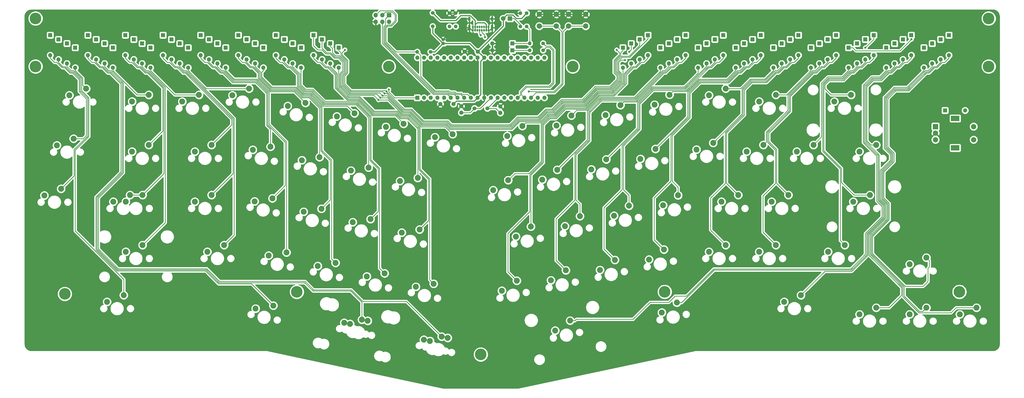
<source format=gbr>
G04 #@! TF.GenerationSoftware,KiCad,Pcbnew,(5.1.6)-1*
G04 #@! TF.CreationDate,2020-10-24T18:02:36-05:00*
G04 #@! TF.ProjectId,basketweave,6261736b-6574-4776-9561-76652e6b6963,rev?*
G04 #@! TF.SameCoordinates,Original*
G04 #@! TF.FileFunction,Copper,L1,Top*
G04 #@! TF.FilePolarity,Positive*
%FSLAX46Y46*%
G04 Gerber Fmt 4.6, Leading zero omitted, Abs format (unit mm)*
G04 Created by KiCad (PCBNEW (5.1.6)-1) date 2020-10-24 18:02:36*
%MOMM*%
%LPD*%
G01*
G04 APERTURE LIST*
G04 #@! TA.AperFunction,ComponentPad*
%ADD10C,2.250000*%
G04 #@! TD*
G04 #@! TA.AperFunction,ComponentPad*
%ADD11O,1.600000X1.600000*%
G04 #@! TD*
G04 #@! TA.AperFunction,ComponentPad*
%ADD12R,1.600000X1.600000*%
G04 #@! TD*
G04 #@! TA.AperFunction,ComponentPad*
%ADD13C,4.400000*%
G04 #@! TD*
G04 #@! TA.AperFunction,ComponentPad*
%ADD14C,1.800000*%
G04 #@! TD*
G04 #@! TA.AperFunction,ComponentPad*
%ADD15R,1.800000X1.800000*%
G04 #@! TD*
G04 #@! TA.AperFunction,ComponentPad*
%ADD16O,0.650000X1.000000*%
G04 #@! TD*
G04 #@! TA.AperFunction,ComponentPad*
%ADD17O,0.900000X2.400000*%
G04 #@! TD*
G04 #@! TA.AperFunction,ComponentPad*
%ADD18O,0.900000X1.700000*%
G04 #@! TD*
G04 #@! TA.AperFunction,ComponentPad*
%ADD19C,2.000000*%
G04 #@! TD*
G04 #@! TA.AperFunction,ComponentPad*
%ADD20R,1.700000X1.700000*%
G04 #@! TD*
G04 #@! TA.AperFunction,ComponentPad*
%ADD21O,1.700000X1.700000*%
G04 #@! TD*
G04 #@! TA.AperFunction,ComponentPad*
%ADD22C,1.600000*%
G04 #@! TD*
G04 #@! TA.AperFunction,ComponentPad*
%ADD23O,1.400000X1.400000*%
G04 #@! TD*
G04 #@! TA.AperFunction,ComponentPad*
%ADD24C,1.400000*%
G04 #@! TD*
G04 #@! TA.AperFunction,ComponentPad*
%ADD25C,1.500000*%
G04 #@! TD*
G04 #@! TA.AperFunction,ComponentPad*
%ADD26R,2.000000X2.000000*%
G04 #@! TD*
G04 #@! TA.AperFunction,ComponentPad*
%ADD27R,3.200000X2.000000*%
G04 #@! TD*
G04 #@! TA.AperFunction,ComponentPad*
%ADD28C,1.200000*%
G04 #@! TD*
G04 #@! TA.AperFunction,ComponentPad*
%ADD29R,1.200000X1.200000*%
G04 #@! TD*
G04 #@! TA.AperFunction,ViaPad*
%ADD30C,0.800000*%
G04 #@! TD*
G04 #@! TA.AperFunction,Conductor*
%ADD31C,0.254000*%
G04 #@! TD*
G04 #@! TA.AperFunction,Conductor*
%ADD32C,0.381000*%
G04 #@! TD*
G04 APERTURE END LIST*
D10*
X233181626Y-199061357D03*
X227498484Y-202866092D03*
X156321686Y-199140106D03*
X149582353Y-200304362D03*
X186674686Y-205617106D03*
X179935353Y-206781362D03*
X268001412Y-196002376D03*
X273684554Y-192197641D03*
D11*
X383159000Y-119126000D03*
D12*
X375539000Y-119126000D03*
D13*
X269081250Y-188118750D03*
D10*
X333533750Y-115728750D03*
X339883750Y-113188750D03*
X66833750Y-134778750D03*
X73183750Y-132238750D03*
X343058750Y-134778750D03*
X349408750Y-132238750D03*
X59690000Y-153828750D03*
X66040000Y-151288750D03*
X64452500Y-153828750D03*
X70802500Y-151288750D03*
X347027500Y-151288750D03*
X340677500Y-153828750D03*
X70802500Y-170338750D03*
X64452500Y-172878750D03*
X331152500Y-172878750D03*
X337502500Y-170338750D03*
X57308750Y-191928750D03*
X63658750Y-189388750D03*
X113736603Y-194496793D03*
X120475936Y-193332537D03*
X154098377Y-198710984D03*
X147359044Y-199875240D03*
X177638826Y-206311406D03*
X184378159Y-205147150D03*
X314483750Y-191928750D03*
X320833750Y-189388750D03*
X209326399Y-128826335D03*
X215009541Y-125021600D03*
X163201915Y-125340393D03*
X169941248Y-124176137D03*
X181835627Y-129301110D03*
X188574960Y-128136854D03*
X304958750Y-172878750D03*
X311308750Y-170338750D03*
X319246250Y-134778750D03*
X325596250Y-132238750D03*
X212589407Y-167083938D03*
X218272549Y-163279203D03*
X227960111Y-124865617D03*
X233643253Y-121060882D03*
X285908750Y-113347500D03*
X292258750Y-110807500D03*
X203970261Y-149440405D03*
X209653403Y-145635670D03*
X265227534Y-116944182D03*
X270910676Y-113139447D03*
X281146250Y-133985000D03*
X287496250Y-131445000D03*
X381158750Y-196691250D03*
X387508750Y-194151250D03*
X132673825Y-116254701D03*
X125934492Y-117418957D03*
X111283750Y-110807500D03*
X104933750Y-113347500D03*
X95408750Y-172878750D03*
X101758750Y-170338750D03*
X73183750Y-113188750D03*
X66833750Y-115728750D03*
X38258750Y-132397500D03*
X44608750Y-129857500D03*
X246593823Y-120904899D03*
X252276965Y-117100164D03*
X144568203Y-121379675D03*
X151307536Y-120215419D03*
X362108750Y-196691250D03*
X368458750Y-194151250D03*
X343058750Y-196691250D03*
X349408750Y-194151250D03*
X362108750Y-177641250D03*
X368458750Y-175101250D03*
X285908750Y-172878750D03*
X292258750Y-170338750D03*
X263134404Y-175815855D03*
X268817546Y-172011120D03*
X244500692Y-179776573D03*
X250183834Y-175971838D03*
X225866980Y-183737291D03*
X231550122Y-179932556D03*
X174611902Y-186192425D03*
X181351235Y-185028169D03*
X155978190Y-182231707D03*
X162717523Y-181067451D03*
X137344478Y-178270990D03*
X144083811Y-177106734D03*
X118710766Y-174310272D03*
X125450099Y-173146016D03*
X309721250Y-153828750D03*
X316071250Y-151288750D03*
X290671250Y-153828750D03*
X297021250Y-151288750D03*
X268490542Y-155201785D03*
X274173684Y-151397050D03*
X249856830Y-159162502D03*
X255539972Y-155357767D03*
X231223118Y-163123220D03*
X236906260Y-159318485D03*
X169255764Y-165578354D03*
X175995097Y-164414098D03*
X150622052Y-161617637D03*
X157361385Y-160453381D03*
X131988340Y-157656919D03*
X138727673Y-156492663D03*
X113354628Y-153696201D03*
X120093961Y-152531945D03*
X90646250Y-153828750D03*
X96996250Y-151288750D03*
X33496250Y-151447500D03*
X39846250Y-148907500D03*
X300196250Y-134778750D03*
X306546250Y-132238750D03*
X259871396Y-137558252D03*
X265554538Y-133753517D03*
X241237684Y-141518970D03*
X246920826Y-137714235D03*
X222603973Y-145479688D03*
X228287115Y-141674953D03*
X168558053Y-145954463D03*
X175297386Y-144790207D03*
X149924342Y-141993745D03*
X156663675Y-140829489D03*
X131290630Y-138033028D03*
X138029963Y-136868772D03*
X112656918Y-134072310D03*
X119396251Y-132908054D03*
X90646250Y-134778750D03*
X96996250Y-132238750D03*
X304958750Y-115728750D03*
X311308750Y-113188750D03*
X92233750Y-113188750D03*
X85883750Y-115728750D03*
D14*
X207803750Y-84137500D03*
D15*
X210343750Y-84137500D03*
D16*
X200506250Y-88650000D03*
X202206250Y-88650000D03*
X201356250Y-88650000D03*
X199656250Y-88650000D03*
X198806250Y-88650000D03*
X197956250Y-88650000D03*
X197106250Y-88650000D03*
X196256250Y-88650000D03*
X202206250Y-87325000D03*
X201351250Y-87325000D03*
X200501250Y-87325000D03*
X199651250Y-87325000D03*
X198801250Y-87325000D03*
X197951250Y-87325000D03*
X197101250Y-87325000D03*
X196251250Y-87325000D03*
D17*
X203556250Y-87670000D03*
X194906250Y-87670000D03*
D18*
X203556250Y-84290000D03*
X194906250Y-84290000D03*
D19*
X227956250Y-82550000D03*
X227956250Y-87050000D03*
X221456250Y-82550000D03*
X221456250Y-87050000D03*
X239068750Y-82550000D03*
X239068750Y-87050000D03*
X232568750Y-82550000D03*
X232568750Y-87050000D03*
D20*
X164433250Y-82847511D03*
D21*
X164433250Y-85387511D03*
X161893250Y-82847511D03*
X161893250Y-85387511D03*
X159353250Y-82847511D03*
X159353250Y-85387511D03*
D13*
X129381250Y-188118750D03*
D12*
X175133000Y-114300000D03*
D11*
X223393000Y-99060000D03*
X177673000Y-114300000D03*
X220853000Y-99060000D03*
X180213000Y-114300000D03*
X218313000Y-99060000D03*
X182753000Y-114300000D03*
X215773000Y-99060000D03*
X185293000Y-114300000D03*
X213233000Y-99060000D03*
X187833000Y-114300000D03*
X210693000Y-99060000D03*
X190373000Y-114300000D03*
X208153000Y-99060000D03*
X192913000Y-114300000D03*
X205613000Y-99060000D03*
X195453000Y-114300000D03*
X203073000Y-99060000D03*
X197993000Y-114300000D03*
X200533000Y-99060000D03*
X200533000Y-114300000D03*
X197993000Y-99060000D03*
X203073000Y-114300000D03*
X195453000Y-99060000D03*
X205613000Y-114300000D03*
X192913000Y-99060000D03*
X208153000Y-114300000D03*
X190373000Y-99060000D03*
X210693000Y-114300000D03*
X187833000Y-99060000D03*
X213233000Y-114300000D03*
X185293000Y-99060000D03*
X215773000Y-114300000D03*
X182753000Y-99060000D03*
X218313000Y-114300000D03*
X180213000Y-99060000D03*
X220853000Y-114300000D03*
X177673000Y-99060000D03*
X223393000Y-114300000D03*
X175133000Y-99060000D03*
D22*
X193120000Y-96742250D03*
X198120000Y-96742250D03*
D11*
X203644500Y-93630750D03*
D12*
X211264500Y-93630750D03*
D23*
X187325000Y-87149000D03*
D24*
X187325000Y-82069000D03*
D23*
X189706250Y-87149000D03*
D24*
X189706250Y-82069000D03*
D22*
X206692500Y-120070250D03*
X206692500Y-117570250D03*
D24*
X180975000Y-82010250D03*
X180975000Y-87110250D03*
D23*
X214312500Y-82137250D03*
D24*
X214312500Y-87217250D03*
D23*
X217805000Y-96234250D03*
D24*
X222885000Y-96234250D03*
D23*
X217805000Y-93599000D03*
D24*
X222885000Y-93599000D03*
D11*
X203644500Y-96234250D03*
D12*
X211264500Y-96234250D03*
D22*
X183912500Y-116681250D03*
X188912500Y-116681250D03*
X191833500Y-117475000D03*
X191833500Y-119975000D03*
D25*
X201739500Y-118332250D03*
X196859500Y-118332250D03*
D26*
X371912500Y-125250000D03*
D19*
X371912500Y-127750000D03*
X371912500Y-130250000D03*
D27*
X379412500Y-122150000D03*
X379412500Y-133350000D03*
D19*
X386412500Y-125250000D03*
X386412500Y-130250000D03*
D13*
X30162500Y-84137500D03*
X164306250Y-102393750D03*
X199231250Y-211931250D03*
X381000000Y-188118750D03*
X392112500Y-84137500D03*
X30162500Y-102393750D03*
X392112500Y-102393750D03*
X234156250Y-102393750D03*
X41275000Y-188912500D03*
D11*
X259556250Y-99695000D03*
D12*
X259556250Y-92075000D03*
D11*
X116681250Y-102870000D03*
D12*
X116681250Y-95250000D03*
D10*
X43021250Y-113347500D03*
X49371250Y-110807500D03*
D11*
X127793750Y-101282500D03*
D12*
X127793750Y-93662500D03*
D24*
X216693750Y-82137250D03*
D23*
X216693750Y-87217250D03*
D11*
X370681250Y-101282500D03*
D12*
X370681250Y-93662500D03*
D11*
X373856250Y-99695000D03*
D12*
X373856250Y-92075000D03*
D11*
X367506250Y-102870000D03*
D12*
X367506250Y-95250000D03*
D11*
X359568750Y-99695000D03*
D12*
X359568750Y-92075000D03*
D11*
X356393750Y-101282500D03*
D12*
X356393750Y-93662500D03*
D11*
X353218750Y-102870000D03*
D12*
X353218750Y-95250000D03*
D11*
X56356250Y-101282500D03*
D12*
X56356250Y-93662500D03*
D11*
X53181250Y-99695000D03*
D12*
X53181250Y-92075000D03*
D11*
X50006250Y-98107500D03*
D12*
X50006250Y-90487500D03*
D11*
X42068750Y-101282500D03*
D12*
X42068750Y-93662500D03*
D11*
X377031250Y-98107500D03*
D12*
X377031250Y-90487500D03*
D11*
X342106250Y-101282500D03*
D12*
X342106250Y-93662500D03*
D11*
X330993750Y-99695000D03*
D12*
X330993750Y-92075000D03*
D11*
X316706250Y-99695000D03*
D12*
X316706250Y-92075000D03*
D11*
X302418750Y-99695000D03*
D12*
X302418750Y-92075000D03*
D11*
X288131250Y-99695000D03*
D12*
X288131250Y-92075000D03*
D11*
X273843750Y-99695000D03*
D12*
X273843750Y-92075000D03*
D11*
X142081250Y-101282500D03*
D12*
X142081250Y-93662500D03*
X113506250Y-93662500D03*
D11*
X113506250Y-101282500D03*
X99218750Y-101282500D03*
D12*
X99218750Y-93662500D03*
D11*
X84931250Y-101282500D03*
D12*
X84931250Y-93662500D03*
D11*
X70643750Y-101282500D03*
D12*
X70643750Y-93662500D03*
D11*
X345281250Y-99695000D03*
D12*
X345281250Y-92075000D03*
D11*
X334168750Y-98107500D03*
D12*
X334168750Y-90487500D03*
D11*
X319881250Y-98107500D03*
D12*
X319881250Y-90487500D03*
D11*
X305593750Y-98107500D03*
D12*
X305593750Y-90487500D03*
D11*
X291306250Y-98107500D03*
D12*
X291306250Y-90487500D03*
D11*
X277018750Y-98107500D03*
D12*
X277018750Y-90487500D03*
D11*
X262731250Y-98107500D03*
D12*
X262731250Y-90487500D03*
D11*
X138906250Y-99695000D03*
D12*
X138906250Y-92075000D03*
D11*
X124618750Y-99695000D03*
D12*
X124618750Y-92075000D03*
D11*
X110331250Y-99695000D03*
D12*
X110331250Y-92075000D03*
D11*
X96043750Y-99695000D03*
D12*
X96043750Y-92075000D03*
D11*
X81756250Y-99695000D03*
D12*
X81756250Y-92075000D03*
D11*
X67468750Y-99695000D03*
D12*
X67468750Y-92075000D03*
D11*
X38893750Y-99695000D03*
D12*
X38893750Y-92075000D03*
D11*
X362743750Y-98107500D03*
D12*
X362743750Y-90487500D03*
D11*
X338931250Y-102870000D03*
D12*
X338931250Y-95250000D03*
D11*
X327818750Y-101282500D03*
D12*
X327818750Y-93662500D03*
D11*
X313531250Y-101282500D03*
D12*
X313531250Y-93662500D03*
D11*
X299243750Y-101282500D03*
D12*
X299243750Y-93662500D03*
D11*
X284956250Y-101282500D03*
D12*
X284956250Y-93662500D03*
D11*
X270668750Y-101282500D03*
D12*
X270668750Y-93662500D03*
D11*
X256381250Y-101282500D03*
D12*
X256381250Y-93662500D03*
D11*
X135731250Y-98107500D03*
D12*
X135731250Y-90487500D03*
D11*
X121443750Y-98107500D03*
D12*
X121443750Y-90487500D03*
D11*
X107156250Y-98107500D03*
D12*
X107156250Y-90487500D03*
D11*
X92868750Y-98107500D03*
D12*
X92868750Y-90487500D03*
D11*
X78581250Y-98107500D03*
D12*
X78581250Y-90487500D03*
X64293750Y-90487500D03*
D11*
X64293750Y-98107500D03*
D12*
X35718750Y-90487500D03*
D11*
X35718750Y-98107500D03*
X348456250Y-98107500D03*
D12*
X348456250Y-90487500D03*
D11*
X324643750Y-102870000D03*
D12*
X324643750Y-95250000D03*
D11*
X310356250Y-102870000D03*
D12*
X310356250Y-95250000D03*
D11*
X296068750Y-102870000D03*
D12*
X296068750Y-95250000D03*
D11*
X281781250Y-102870000D03*
D12*
X281781250Y-95250000D03*
D11*
X267493750Y-102870000D03*
D12*
X267493750Y-95250000D03*
D11*
X253206250Y-102870000D03*
D12*
X253206250Y-95250000D03*
D11*
X145256250Y-102870000D03*
D12*
X145256250Y-95250000D03*
D11*
X130968750Y-102870000D03*
D12*
X130968750Y-95250000D03*
D11*
X102393750Y-102870000D03*
D12*
X102393750Y-95250000D03*
D11*
X88106250Y-102870000D03*
D12*
X88106250Y-95250000D03*
D11*
X73818750Y-102870000D03*
D12*
X73818750Y-95250000D03*
D11*
X59531250Y-102870000D03*
D12*
X59531250Y-95250000D03*
D11*
X45243750Y-102870000D03*
D12*
X45243750Y-95250000D03*
D24*
X180181250Y-96837500D03*
D23*
X175101250Y-96837500D03*
D10*
X207233268Y-187698008D03*
X212916410Y-183893273D03*
D28*
X184943750Y-92162500D03*
D29*
X184943750Y-93662500D03*
D30*
X214630000Y-94869000D03*
X171450000Y-99218750D03*
X159543750Y-115887500D03*
X216693750Y-106362500D03*
X181768750Y-106362500D03*
X192881250Y-87312500D03*
X345281250Y-95250000D03*
X162718750Y-112712500D03*
X362764618Y-92054132D03*
X255587500Y-96837500D03*
X254000000Y-100012500D03*
X160337500Y-115093750D03*
X161131250Y-114300000D03*
X161925000Y-113506250D03*
X147637500Y-96043750D03*
X250825000Y-96043750D03*
X163512500Y-111918750D03*
X217487500Y-111918750D03*
X164306250Y-111125000D03*
X199231250Y-90487500D03*
X200818750Y-91281250D03*
D31*
X204954500Y-118332250D02*
X206692500Y-120070250D01*
X201739500Y-118332250D02*
X204954500Y-118332250D01*
X205613000Y-114458750D02*
X205613000Y-114300000D01*
X201739500Y-118332250D02*
X205613000Y-114458750D01*
D32*
X196251250Y-88645000D02*
X196256250Y-88650000D01*
X196251250Y-87325000D02*
X196251250Y-88645000D01*
X202206250Y-88650000D02*
X202206250Y-87325000D01*
X194906250Y-87670000D02*
X194906250Y-84290000D01*
X203556250Y-84290000D02*
X203556250Y-87670000D01*
X195886250Y-88650000D02*
X194906250Y-87670000D01*
X196256250Y-88650000D02*
X195886250Y-88650000D01*
X202576250Y-88650000D02*
X203556250Y-87670000D01*
X202206250Y-88650000D02*
X202576250Y-88650000D01*
X221456250Y-82550000D02*
X227956250Y-82550000D01*
X232568750Y-82550000D02*
X239068750Y-82550000D01*
X227956250Y-82550000D02*
X232568750Y-82550000D01*
X195675250Y-96742250D02*
X197993000Y-99060000D01*
X193120000Y-96742250D02*
X195675250Y-96742250D01*
X203644500Y-96234250D02*
X203644500Y-93630750D01*
X187071000Y-82069000D02*
X189452250Y-82069000D01*
X194906250Y-87670000D02*
X194905000Y-87670000D01*
X194905000Y-87670000D02*
X190412500Y-92162500D01*
X184943750Y-92162500D02*
X190412500Y-92162500D01*
D31*
X195216750Y-119975000D02*
X196859500Y-118332250D01*
X191833500Y-119975000D02*
X195216750Y-119975000D01*
X199040750Y-118332250D02*
X203073000Y-114300000D01*
X196859500Y-118332250D02*
X199040750Y-118332250D01*
D32*
X198215250Y-96742250D02*
X200533000Y-99060000D01*
X198120000Y-96742250D02*
X198215250Y-96742250D01*
X195040250Y-93662500D02*
X198120000Y-96742250D01*
X194468750Y-93662500D02*
X195040250Y-93662500D01*
X196723000Y-115570000D02*
X197993000Y-114300000D01*
X188912500Y-116681250D02*
X190023750Y-115570000D01*
X190023750Y-115570000D02*
X196723000Y-115570000D01*
X197993000Y-114300000D02*
X199231250Y-113061750D01*
X199231250Y-100361750D02*
X200533000Y-99060000D01*
X199231250Y-113061750D02*
X199231250Y-100361750D01*
X181768750Y-96837500D02*
X184943750Y-93662500D01*
X180181250Y-96837500D02*
X181768750Y-96837500D01*
X180975000Y-89693750D02*
X184943750Y-93662500D01*
X180975000Y-87110250D02*
X180975000Y-89693750D01*
X184943750Y-93662500D02*
X194468750Y-93662500D01*
X207803750Y-86677500D02*
X207803750Y-84137500D01*
X214693500Y-84137500D02*
X216693750Y-82137250D01*
X212725000Y-84137500D02*
X214693500Y-84137500D01*
X211413740Y-82826240D02*
X212725000Y-84137500D01*
X209115010Y-82826240D02*
X211413740Y-82826240D01*
X207803750Y-84137500D02*
X209115010Y-82826240D01*
X207803750Y-87058500D02*
X207803750Y-86677500D01*
X198120000Y-96742250D02*
X207803750Y-87058500D01*
D31*
X48079010Y-109515260D02*
X49371250Y-110807500D01*
X48079010Y-106816509D02*
X48079010Y-109515260D01*
X45243750Y-102870000D02*
X45243750Y-103981250D01*
X45243750Y-103981250D02*
X48079010Y-106816509D01*
X348456250Y-92075000D02*
X348456250Y-90487500D01*
X345281250Y-95250000D02*
X348456250Y-92075000D01*
X242959684Y-110439380D02*
X237968644Y-115430420D01*
X251390210Y-107557578D02*
X248508408Y-110439380D01*
X252376126Y-97134124D02*
X252376126Y-98122674D01*
X237968644Y-115430420D02*
X230118865Y-115430420D01*
X250256720Y-104586679D02*
X251390210Y-105720168D01*
X250256720Y-100242079D02*
X250256720Y-104586679D01*
X252376126Y-98122674D02*
X250256720Y-100242079D01*
X221145090Y-122008960D02*
X213408589Y-122008960D01*
X248508408Y-110439380D02*
X242959684Y-110439380D01*
X230118865Y-115430420D02*
X226489855Y-119059430D01*
X251390210Y-105720168D02*
X251390210Y-107557578D01*
X210459060Y-124958490D02*
X187964860Y-124958490D01*
X226489855Y-119059430D02*
X224094618Y-119059430D01*
X213408589Y-122008960D02*
X210459060Y-124958490D01*
X224094618Y-119059430D02*
X221145090Y-122008960D01*
X187964860Y-124958490D02*
X186539332Y-123532960D01*
X177249219Y-123532960D02*
X172764263Y-119058550D01*
X253206250Y-95250000D02*
X253206250Y-96304000D01*
X186539332Y-123532960D02*
X177249219Y-123532960D01*
X253206250Y-96304000D02*
X252376126Y-97134124D01*
X172764263Y-119058550D02*
X172015608Y-119059430D01*
X172015608Y-119059430D02*
X169961070Y-119059430D01*
X148205780Y-100242079D02*
X148205780Y-104586679D01*
X146086374Y-98122674D02*
X148205780Y-100242079D01*
X148205780Y-104586679D02*
X147072290Y-105720168D01*
X146086374Y-97134124D02*
X146086374Y-98122674D01*
X145256250Y-95250000D02*
X145256250Y-96304000D01*
X149858850Y-112026888D02*
X154014617Y-112026889D01*
X145256250Y-96304000D02*
X146086374Y-97134124D01*
X147072290Y-105720168D02*
X147072290Y-109240328D01*
X147072290Y-109240328D02*
X149858850Y-112026888D01*
X169961070Y-119059430D02*
X164325321Y-113423680D01*
X164325321Y-113423680D02*
X163614141Y-112712500D01*
X163614141Y-112712500D02*
X162718750Y-112712500D01*
X154014617Y-112026889D02*
X162033139Y-112026889D01*
X162033139Y-112026889D02*
X162718750Y-112712500D01*
X59531250Y-102870000D02*
X59531250Y-103981250D01*
X68738750Y-113188750D02*
X73183750Y-113188750D01*
X59531250Y-103981250D02*
X68738750Y-113188750D01*
X73818750Y-102870000D02*
X73818750Y-103981250D01*
X83026250Y-113188750D02*
X92233750Y-113188750D01*
X73818750Y-103981250D02*
X83026250Y-113188750D01*
X88106250Y-103991802D02*
X88106250Y-103981250D01*
X88106250Y-103981250D02*
X88106250Y-102870000D01*
X94932500Y-110807500D02*
X111283750Y-110807500D01*
X88106250Y-103981250D02*
X94932500Y-110807500D01*
X129360165Y-112941040D02*
X132673825Y-116254701D01*
X102393750Y-103981250D02*
X105568750Y-107156250D01*
X102393750Y-102870000D02*
X102393750Y-103981250D01*
X105568750Y-107156250D02*
X114300002Y-107156250D01*
X114300002Y-107156250D02*
X114300002Y-107156252D01*
X114300002Y-107156252D02*
X119164039Y-112020290D01*
X128439415Y-112020290D02*
X129360165Y-112941040D01*
X119164039Y-112020290D02*
X128439415Y-112020290D01*
X116079666Y-104582834D02*
X116079666Y-106367652D01*
X116681250Y-103981250D02*
X116079666Y-104582834D01*
X116681250Y-102870000D02*
X116681250Y-103981250D01*
X148567117Y-117475000D02*
X151307536Y-120215419D01*
X139244950Y-117475000D02*
X148567117Y-117475000D01*
X129191643Y-110204250D02*
X130112390Y-111124997D01*
X119916264Y-110204250D02*
X129191643Y-110204250D01*
X134688380Y-112918430D02*
X139244950Y-117475000D01*
X131905820Y-112918430D02*
X134688380Y-112918430D01*
X130112390Y-111124997D02*
X130112390Y-111125000D01*
X130112390Y-111125000D02*
X131905820Y-112918430D01*
X116079666Y-106367652D02*
X119916264Y-110204250D01*
X166939615Y-121174504D02*
X169941248Y-124176137D01*
X158025704Y-121174504D02*
X166939615Y-121174504D01*
X130968750Y-109413096D02*
X132658046Y-111102392D01*
X130968750Y-102870000D02*
X130968750Y-109413096D01*
X132658046Y-111102392D02*
X135440609Y-111102392D01*
X152510161Y-115658961D02*
X158025704Y-121174504D01*
X135440609Y-111102392D02*
X139997176Y-115658960D01*
X139997176Y-115658960D02*
X152510161Y-115658961D01*
X176498250Y-125349000D02*
X185787106Y-125349000D01*
X172014171Y-120875470D02*
X176498250Y-125349000D01*
X169208845Y-120875470D02*
X172014171Y-120875470D01*
X167957794Y-119624418D02*
X169208845Y-120875470D01*
X167691841Y-119358464D02*
X167957794Y-119624418D01*
X145256250Y-102870000D02*
X145256250Y-109992552D01*
X145256250Y-109992552D02*
X149106622Y-113842924D01*
X158777928Y-119358464D02*
X167691841Y-119358464D01*
X185787106Y-125349000D02*
X188574960Y-128136854D01*
X149106622Y-113842924D02*
X153262389Y-113842925D01*
X153262389Y-113842925D02*
X158777928Y-119358464D01*
X215009541Y-125021600D02*
X216206141Y-123825000D01*
X221911300Y-123825000D02*
X224860829Y-120875470D01*
X253206250Y-103981250D02*
X253206250Y-102870000D01*
X253206250Y-108309802D02*
X253206250Y-103981250D01*
X249260632Y-112255420D02*
X253206250Y-108309802D01*
X227242081Y-120875470D02*
X230871091Y-117246460D01*
X224860829Y-120875470D02*
X227242081Y-120875470D01*
X230871091Y-117246460D02*
X238735847Y-117246460D01*
X238735847Y-117246460D02*
X243726886Y-112255420D01*
X243726886Y-112255420D02*
X249260632Y-112255420D01*
X216206141Y-123825000D02*
X221911300Y-123825000D01*
X267493750Y-104249284D02*
X257671574Y-114071460D01*
X257671574Y-114071460D02*
X244479109Y-114071460D01*
X244479109Y-114071460D02*
X244213156Y-114337415D01*
X233643253Y-121060882D02*
X234847885Y-119856250D01*
X267493750Y-102870000D02*
X267493750Y-104249284D01*
X244213156Y-114337415D02*
X239488071Y-119062500D01*
X235641635Y-119062500D02*
X234847885Y-119856250D01*
X239488071Y-119062500D02*
X235641635Y-119062500D01*
X281781250Y-103981250D02*
X281781250Y-102870000D01*
X281781250Y-104916035D02*
X281781250Y-103981250D01*
X253489629Y-115887500D02*
X258423799Y-115887500D01*
X276594575Y-110102710D02*
X281781250Y-104916035D01*
X252276965Y-117100164D02*
X253489629Y-115887500D01*
X258423799Y-115887500D02*
X264208589Y-110102710D01*
X264208589Y-110102710D02*
X276594575Y-110102710D01*
X272131373Y-111918750D02*
X270910676Y-113139447D01*
X282010829Y-107254721D02*
X277346801Y-111918750D01*
X296068750Y-103981250D02*
X292795279Y-107254721D01*
X277346801Y-111918750D02*
X272131373Y-111918750D01*
X296068750Y-102870000D02*
X296068750Y-103981250D01*
X292795279Y-107254721D02*
X282010829Y-107254721D01*
X310356250Y-103981250D02*
X307181250Y-107156250D01*
X310356250Y-102870000D02*
X310356250Y-103981250D01*
X301625000Y-107156250D02*
X307181250Y-107156250D01*
X297973750Y-110807500D02*
X301625000Y-107156250D01*
X292258750Y-110807500D02*
X297973750Y-110807500D01*
X324643750Y-102870000D02*
X324643750Y-103981250D01*
X324643750Y-103981250D02*
X319881250Y-108743750D01*
X311308750Y-113188750D02*
X315436250Y-113188750D01*
X315436250Y-113188750D02*
X319881250Y-108743750D01*
X329974530Y-110899530D02*
X332263750Y-113188750D01*
X346868750Y-100806250D02*
X345923316Y-100806250D01*
X348456250Y-99218750D02*
X346868750Y-100806250D01*
X331557918Y-107724530D02*
X329974530Y-109307918D01*
X345923316Y-100806250D02*
X343881807Y-102847759D01*
X340894864Y-104889270D02*
X339949428Y-104889270D01*
X343881807Y-102847759D02*
X342936374Y-102847759D01*
X342936374Y-102847759D02*
X340894864Y-104889270D01*
X339949428Y-104889270D02*
X337114169Y-107724530D01*
X337114169Y-107724530D02*
X331557918Y-107724530D01*
X332263750Y-113188750D02*
X339883750Y-113188750D01*
X348456250Y-98107500D02*
X348456250Y-99218750D01*
X329974530Y-109307918D02*
X329974530Y-110899530D01*
X35718750Y-98107500D02*
X35718750Y-99218750D01*
X35718750Y-99218750D02*
X37306250Y-100806250D01*
X37306250Y-100806250D02*
X38251684Y-100806250D01*
X38251684Y-100806250D02*
X40293193Y-102847759D01*
X40293193Y-102847759D02*
X41238627Y-102847759D01*
X41238627Y-102847759D02*
X43280136Y-104889270D01*
X43280136Y-104889270D02*
X44225572Y-104889270D01*
X44225572Y-104889270D02*
X46716980Y-107380678D01*
X46716980Y-111913864D02*
X49479230Y-114676114D01*
X46716980Y-107380678D02*
X46716980Y-111913864D01*
X49479230Y-114676114D02*
X49479230Y-128624138D01*
X48245868Y-129857500D02*
X44608750Y-129857500D01*
X49479230Y-128624138D02*
X48245868Y-129857500D01*
X358441749Y-96377001D02*
X341645751Y-96377001D01*
X362764618Y-92054132D02*
X358441749Y-96377001D01*
X340518750Y-95250000D02*
X338931250Y-95250000D01*
X341645751Y-96377001D02*
X340518750Y-95250000D01*
X256381250Y-96043750D02*
X255587500Y-96837500D01*
X256381250Y-93662500D02*
X256381250Y-96043750D01*
X146843750Y-104022510D02*
X145710260Y-105156000D01*
X146843750Y-100806250D02*
X146843750Y-104022510D01*
X145710260Y-105156000D02*
X145710260Y-109804496D01*
X142081250Y-97631250D02*
X143668750Y-99218750D01*
X145256250Y-99218750D02*
X146843750Y-100806250D01*
X143668750Y-99218750D02*
X145256250Y-99218750D01*
X138906250Y-96043750D02*
X140493750Y-97631250D01*
X135731250Y-90487500D02*
X135731250Y-94456250D01*
X135731250Y-94456250D02*
X137318750Y-96043750D01*
X149294679Y-113388915D02*
X153450446Y-113388916D01*
X137318750Y-96043750D02*
X138906250Y-96043750D01*
X140493750Y-97631250D02*
X142081250Y-97631250D01*
X145710260Y-109804496D02*
X149294679Y-113388915D01*
X238532815Y-116792450D02*
X230683034Y-116792450D01*
X187400692Y-126320520D02*
X185975163Y-124894991D01*
X241929239Y-113411000D02*
X241914264Y-113411000D01*
X252752239Y-108121749D02*
X249072579Y-111801409D01*
X249072579Y-111801409D02*
X243538829Y-111801410D01*
X252412500Y-100012500D02*
X251618750Y-100806250D01*
X241914264Y-113411000D02*
X238532815Y-116792450D01*
X254000000Y-100012500D02*
X252412500Y-100012500D01*
X243538829Y-111801410D02*
X241929239Y-113411000D01*
X185975163Y-124894991D02*
X176685992Y-124894990D01*
X251618750Y-100806250D02*
X251618750Y-104022508D01*
X211023230Y-126320520D02*
X187400692Y-126320520D01*
X251618750Y-104022508D02*
X252752240Y-105155997D01*
X252752240Y-105155997D02*
X252752239Y-108121749D01*
X224658789Y-120421460D02*
X221709261Y-123370988D01*
X227054024Y-120421460D02*
X224658789Y-120421460D01*
X221709261Y-123370988D02*
X213972760Y-123370988D01*
X213972760Y-123370988D02*
X211023230Y-126320520D01*
X230683034Y-116792450D02*
X227054024Y-120421460D01*
X176685992Y-124894990D02*
X172201694Y-120421240D01*
X172201694Y-120421240D02*
X172014910Y-120421460D01*
X172014910Y-120421460D02*
X169396901Y-120421460D01*
X169396901Y-120421460D02*
X164069192Y-115093750D01*
X164069192Y-115093750D02*
X160337500Y-115093750D01*
X158632666Y-113388916D02*
X160337500Y-115093750D01*
X153450446Y-113388916D02*
X158632666Y-113388916D01*
X78466980Y-126955520D02*
X73183750Y-132238750D01*
X71855136Y-104889270D02*
X72800571Y-104889270D01*
X69813628Y-102847760D02*
X71855136Y-104889270D01*
X72800571Y-104889270D02*
X78466980Y-110555679D01*
X64293750Y-99238870D02*
X65861130Y-100806250D01*
X64293750Y-98107500D02*
X64293750Y-99238870D01*
X66826685Y-100806250D02*
X68868195Y-102847760D01*
X78466980Y-110555679D02*
X78466980Y-126955520D01*
X65861130Y-100806250D02*
X66826685Y-100806250D01*
X68868195Y-102847760D02*
X69813628Y-102847760D01*
X104660730Y-122472480D02*
X104660730Y-124574270D01*
X86142636Y-104889270D02*
X87077520Y-104889270D01*
X104660730Y-124574270D02*
X96996250Y-132238750D01*
X84101128Y-102847760D02*
X86142636Y-104889270D01*
X80184501Y-100822001D02*
X81129935Y-100822001D01*
X81129935Y-100822001D02*
X83155693Y-102847760D01*
X87077520Y-104889270D02*
X104660730Y-122472480D01*
X78581250Y-99218750D02*
X80184501Y-100822001D01*
X78581250Y-98107500D02*
X78581250Y-99218750D01*
X83155693Y-102847760D02*
X84101128Y-102847760D01*
X119396251Y-126236634D02*
X119396251Y-132908054D01*
X117932231Y-124772614D02*
X119396251Y-126236634D01*
X100430136Y-104889270D02*
X101375572Y-104889270D01*
X113735831Y-108518279D02*
X117932230Y-112714678D01*
X94456250Y-100806250D02*
X95401684Y-100806250D01*
X101375572Y-104889270D02*
X105004579Y-108518279D01*
X92868750Y-98107500D02*
X92868750Y-99218750D01*
X97443193Y-102847760D02*
X98388628Y-102847760D01*
X95401684Y-100806250D02*
X97443193Y-102847760D01*
X105004579Y-108518279D02*
X113735831Y-108518279D01*
X92868750Y-99218750D02*
X94456250Y-100806250D01*
X98388628Y-102847760D02*
X100430136Y-104889270D01*
X117932230Y-112714678D02*
X117932231Y-124772614D01*
X107156250Y-99218750D02*
X108743750Y-100806250D01*
X114717636Y-104889270D02*
X114717636Y-106931820D01*
X111730693Y-102847760D02*
X112676128Y-102847760D01*
X107156250Y-98107500D02*
X107156250Y-99218750D01*
X108743750Y-100806250D02*
X109689184Y-100806250D01*
X109689184Y-100806250D02*
X111730693Y-102847760D01*
X112676128Y-102847760D02*
X114717636Y-104889270D01*
X134143750Y-114300000D02*
X138029963Y-118186213D01*
X138029963Y-118186213D02*
X138029963Y-136868772D01*
X119352096Y-111566280D02*
X128627472Y-111566280D01*
X131361191Y-114300000D02*
X134143750Y-114300000D01*
X128627472Y-111566280D02*
X131361191Y-114300000D01*
X114717636Y-106931820D02*
X119352096Y-111566280D01*
X151945990Y-117020990D02*
X156663675Y-121738675D01*
X126018193Y-102847760D02*
X126931878Y-102847760D01*
X156663675Y-121738675D02*
X156663675Y-140829489D01*
X123976684Y-100806250D02*
X126018193Y-102847760D01*
X129606720Y-109977264D02*
X132093876Y-112464420D01*
X123031250Y-100806250D02*
X123976684Y-100806250D01*
X121443750Y-98107500D02*
X121443750Y-99218750D01*
X126931878Y-102847760D02*
X129606720Y-105522602D01*
X121443750Y-99218750D02*
X123031250Y-100806250D01*
X129606720Y-105522602D02*
X129606720Y-109977264D01*
X132093876Y-112464420D02*
X134876437Y-112464420D01*
X139433006Y-117020990D02*
X151945990Y-117020990D01*
X134876437Y-112464420D02*
X139433006Y-117020990D01*
X168644677Y-122237500D02*
X171450000Y-122237500D01*
X167393625Y-120986448D02*
X168644677Y-122237500D01*
X167127672Y-120720494D02*
X167393625Y-120986448D01*
X158213760Y-120720494D02*
X167127672Y-120720494D01*
X138718194Y-101280380D02*
X140285573Y-102847760D01*
X171450000Y-122237500D02*
X175297386Y-126084886D01*
X141231008Y-102847760D02*
X143894220Y-105510973D01*
X138244063Y-100806250D02*
X138718194Y-101280380D01*
X135731250Y-98107500D02*
X135731250Y-99238870D01*
X143894220Y-105510973D02*
X143894220Y-110556720D01*
X143894220Y-110556720D02*
X148542451Y-115204951D01*
X137298630Y-100806250D02*
X138244063Y-100806250D01*
X175297386Y-126084886D02*
X175297386Y-144790207D01*
X152698218Y-115204952D02*
X158213760Y-120720494D01*
X135731250Y-99238870D02*
X137298630Y-100806250D01*
X148542451Y-115204951D02*
X152698218Y-115204952D01*
X140285573Y-102847760D02*
X141231008Y-102847760D01*
X212160073Y-143129000D02*
X209653403Y-145635670D01*
X225048886Y-121329480D02*
X222135730Y-124242636D01*
X217536867Y-143129000D02*
X212160073Y-143129000D01*
X231059147Y-117700470D02*
X227430137Y-121329480D01*
X238923903Y-117700470D02*
X231059147Y-117700470D01*
X243914943Y-112709430D02*
X238923903Y-117700470D01*
X256381250Y-102393750D02*
X253660260Y-105114740D01*
X253660260Y-108497858D02*
X249448688Y-112709430D01*
X256381250Y-101282500D02*
X256381250Y-102393750D01*
X227430137Y-121329480D02*
X225048886Y-121329480D01*
X253660260Y-105114740D02*
X253660260Y-108497858D01*
X249448688Y-112709430D02*
X243914943Y-112709430D01*
X222135730Y-138530137D02*
X217536867Y-143129000D01*
X222135730Y-124242636D02*
X222135730Y-138530137D01*
X244667166Y-114525470D02*
X239712501Y-119480136D01*
X257859630Y-114525470D02*
X244667166Y-114525470D01*
X270668750Y-101282500D02*
X270668750Y-102393750D01*
X239712501Y-119480136D02*
X239712500Y-130249568D01*
X269081250Y-103981250D02*
X268403849Y-103981250D01*
X270668750Y-102393750D02*
X269081250Y-103981250D01*
X268137896Y-104247204D02*
X257859630Y-114525470D01*
X239712500Y-130249568D02*
X228287115Y-141674953D01*
X268403849Y-103981250D02*
X268137896Y-104247204D01*
X284956250Y-102383101D02*
X276782631Y-110556720D01*
X284956250Y-101282500D02*
X284956250Y-102383101D01*
X258762500Y-125872561D02*
X246920826Y-137714235D01*
X276782631Y-110556720D02*
X264396646Y-110556720D01*
X264396646Y-110556720D02*
X258762500Y-116190866D01*
X258762500Y-116190866D02*
X258762500Y-125872561D01*
X277018750Y-122289305D02*
X265554538Y-133753517D01*
X299243750Y-102393750D02*
X297656250Y-103981250D01*
X299243750Y-101282500D02*
X299243750Y-102393750D01*
X297656250Y-103981250D02*
X296710816Y-103981250D01*
X296710816Y-103981250D02*
X292983336Y-107708730D01*
X292983336Y-107708730D02*
X282198886Y-107708730D01*
X282198886Y-107708730D02*
X277812500Y-112095116D01*
X277812500Y-121495555D02*
X277018750Y-122289305D01*
X277812500Y-112095116D02*
X277812500Y-121495555D01*
X307369307Y-107610260D02*
X301813056Y-107610260D01*
X311943750Y-103981250D02*
X310998316Y-103981250D01*
X310998316Y-103981250D02*
X307369307Y-107610260D01*
X313531250Y-101282500D02*
X313531250Y-102393750D01*
X313531250Y-102393750D02*
X311943750Y-103981250D01*
X298450000Y-120491250D02*
X287496250Y-131445000D01*
X298450000Y-110973316D02*
X298450000Y-120491250D01*
X301813056Y-107610260D02*
X298450000Y-110973316D01*
X327818750Y-101282500D02*
X327818750Y-102393750D01*
X327818750Y-102393750D02*
X326231250Y-103981250D01*
X326231250Y-103981250D02*
X325285816Y-103981250D01*
X325285816Y-103981250D02*
X315912500Y-113354568D01*
X307671249Y-131113751D02*
X307671249Y-127303751D01*
X306546250Y-132238750D02*
X307671249Y-131113751D01*
X307671249Y-127303751D02*
X315912500Y-119062500D01*
X315912500Y-113354568D02*
X315912500Y-119062500D01*
X328612500Y-129222500D02*
X325596250Y-132238750D01*
X328612500Y-108743750D02*
X328612500Y-129222500D01*
X336550000Y-106362500D02*
X330993750Y-106362500D01*
X338931250Y-102870000D02*
X338931250Y-103981250D01*
X338931250Y-103981250D02*
X336550000Y-106362500D01*
X330993750Y-106362500D02*
X328612500Y-108743750D01*
X362743750Y-99218750D02*
X362743750Y-98107500D01*
X361156250Y-100806250D02*
X362743750Y-99218750D01*
X357223872Y-102847760D02*
X358169307Y-102847760D01*
X345849530Y-130722081D02*
X345849530Y-110101668D01*
X349408750Y-132238750D02*
X347366199Y-132238750D01*
X347366199Y-132238750D02*
X345849530Y-130722081D01*
X348226668Y-107724530D02*
X351401671Y-107724530D01*
X358169307Y-102847760D02*
X360210816Y-100806250D01*
X345849530Y-110101668D02*
X348226668Y-107724530D01*
X351401671Y-107724530D02*
X354236929Y-104889270D01*
X354236929Y-104889270D02*
X355182364Y-104889270D01*
X355182364Y-104889270D02*
X357223872Y-102847760D01*
X360210816Y-100806250D02*
X361156250Y-100806250D01*
X138906250Y-95401684D02*
X138906250Y-92075000D01*
X143856806Y-98764740D02*
X142269307Y-97177241D01*
X140681806Y-97177240D02*
X138906250Y-95401684D01*
X145444307Y-98764740D02*
X143856806Y-98764740D01*
X147297760Y-100618193D02*
X145444307Y-98764740D01*
X146164270Y-105344056D02*
X147297760Y-104210567D01*
X149482736Y-112934906D02*
X146164270Y-109616440D01*
X153638503Y-112934907D02*
X149482736Y-112934906D01*
X146164270Y-109616440D02*
X146164270Y-105344056D01*
X142269307Y-97177241D02*
X140681806Y-97177240D01*
X147297760Y-104210567D02*
X147297760Y-100618193D01*
X262731250Y-91923316D02*
X262731250Y-90487500D01*
X210835173Y-125866510D02*
X213784703Y-122916979D01*
X172015085Y-119967450D02*
X172389217Y-119967010D01*
X176873734Y-124440980D02*
X186163218Y-124440980D01*
X226865968Y-119967450D02*
X230494978Y-116338440D01*
X187588748Y-125866510D02*
X210835173Y-125866510D01*
X213784703Y-122916979D02*
X221521204Y-122916979D01*
X172389217Y-119967010D02*
X176873734Y-124440980D01*
X186163218Y-124440980D02*
X187588748Y-125866510D01*
X224470732Y-119967450D02*
X226865968Y-119967450D01*
X221521204Y-122916979D02*
X224470732Y-119967450D01*
X255775557Y-98879010D02*
X262731250Y-91923316D01*
X169584958Y-119967450D02*
X172015085Y-119967450D01*
X251164739Y-100618193D02*
X252903923Y-98879010D01*
X230494978Y-116338440D02*
X238344758Y-116338440D01*
X252298230Y-105344054D02*
X251164739Y-104210564D01*
X243335797Y-111347400D02*
X248884522Y-111347400D01*
X248884522Y-111347400D02*
X252298230Y-107933692D01*
X252298230Y-107933692D02*
X252298230Y-105344054D01*
X251164739Y-104210564D02*
X251164739Y-100618193D01*
X238344758Y-116338440D02*
X243335797Y-111347400D01*
X252903923Y-98879010D02*
X255775557Y-98879010D01*
X163917508Y-114300000D02*
X169584958Y-119967450D01*
X161131250Y-114300000D02*
X163917508Y-114300000D01*
X153638503Y-112934907D02*
X159766157Y-112934907D01*
X159766157Y-112934907D02*
X161131250Y-114300000D01*
X40971249Y-147782501D02*
X39846250Y-148907500D01*
X44789740Y-143964010D02*
X40971249Y-147782501D01*
X43468193Y-104435260D02*
X44413628Y-104435260D01*
X38893750Y-100806250D02*
X40481250Y-102393750D01*
X44789740Y-133955693D02*
X44789740Y-143964010D01*
X41426684Y-102393750D02*
X43468193Y-104435260D01*
X38893750Y-99695000D02*
X38893750Y-100806250D01*
X44413628Y-104435260D02*
X47170990Y-107192622D01*
X47170990Y-107192622D02*
X47170990Y-111725807D01*
X40481250Y-102393750D02*
X41426684Y-102393750D01*
X47170990Y-111725807D02*
X49933240Y-114488057D01*
X49933240Y-114488057D02*
X49933240Y-128812194D01*
X49933240Y-128812194D02*
X44789740Y-133955693D01*
X86330693Y-104435260D02*
X87265577Y-104435261D01*
X81756250Y-100806250D02*
X83343750Y-102393750D01*
X81756250Y-99695000D02*
X81756250Y-100806250D01*
X83343750Y-102393750D02*
X84289183Y-102393750D01*
X84743194Y-102847760D02*
X86330693Y-104435260D01*
X84289183Y-102393750D02*
X84743194Y-102847760D01*
X87265577Y-104435261D02*
X105114740Y-122284424D01*
X105114740Y-143170260D02*
X96996250Y-151288750D01*
X105114740Y-122284424D02*
X105114740Y-143170260D01*
X96043750Y-100806250D02*
X96043750Y-99695000D01*
X97631250Y-102393750D02*
X96043750Y-100806250D01*
X98576684Y-102393750D02*
X97631250Y-102393750D01*
X105192636Y-108064270D02*
X101563628Y-104435260D01*
X101563628Y-104435260D02*
X100618193Y-104435260D01*
X114268250Y-108408636D02*
X114268250Y-108408632D01*
X100618193Y-104435260D02*
X98576684Y-102393750D01*
X114268250Y-108408632D02*
X113923888Y-108064270D01*
X113923888Y-108064270D02*
X105192636Y-108064270D01*
X118386240Y-112526622D02*
X114268250Y-108408632D01*
X118386240Y-124584557D02*
X118386240Y-112526622D01*
X124996089Y-131194405D02*
X118386240Y-124584557D01*
X120093961Y-152531945D02*
X124996089Y-147629817D01*
X124996089Y-147629817D02*
X124996089Y-131194405D01*
X115171646Y-104701213D02*
X115171646Y-106743764D01*
X111918750Y-102393750D02*
X112864184Y-102393750D01*
X112864184Y-102393750D02*
X115171646Y-104701213D01*
X110331250Y-99695000D02*
X110331250Y-100806250D01*
X110331250Y-100806250D02*
X111918750Y-102393750D01*
X142081250Y-153139086D02*
X138727673Y-156492663D01*
X142081250Y-138112500D02*
X142081250Y-153139086D01*
X128815529Y-111112270D02*
X131549248Y-113845990D01*
X138483973Y-134515223D02*
X142081250Y-138112500D01*
X119540152Y-111112270D02*
X128815529Y-111112270D01*
X134331807Y-113845990D02*
X138483973Y-117998156D01*
X138483973Y-117998156D02*
X138483973Y-134515223D01*
X131549248Y-113845990D02*
X134331807Y-113845990D01*
X115171646Y-106743764D02*
X119540152Y-111112270D01*
X160337500Y-157477266D02*
X157361385Y-160453381D01*
X130060730Y-105334546D02*
X130060730Y-109789210D01*
X124618750Y-100806250D02*
X126206250Y-102393750D01*
X157117685Y-121550618D02*
X157117685Y-138067685D01*
X127119934Y-102393750D02*
X130060730Y-105334546D01*
X124618750Y-99695000D02*
X124618750Y-100806250D01*
X157117685Y-138067685D02*
X160337500Y-141287500D01*
X130060730Y-109789210D02*
X132281932Y-112010410D01*
X132281932Y-112010410D02*
X135064494Y-112010410D01*
X126206250Y-102393750D02*
X127119934Y-102393750D01*
X135064494Y-112010410D02*
X139621062Y-116566980D01*
X160337500Y-141287500D02*
X160337500Y-157477266D01*
X152134047Y-116566980D02*
X157117685Y-121550618D01*
X139621062Y-116566980D02*
X152134047Y-116566980D01*
X179387500Y-145256250D02*
X179387500Y-161021695D01*
X179387500Y-161021695D02*
X175995097Y-164414098D01*
X175751396Y-141620146D02*
X179387500Y-145256250D01*
X171638057Y-121783490D02*
X175751396Y-125896829D01*
X141419064Y-102393750D02*
X144348230Y-105322917D01*
X144348230Y-105322917D02*
X144348230Y-110368664D01*
X138906250Y-100826370D02*
X140473630Y-102393750D01*
X140473630Y-102393750D02*
X141419064Y-102393750D01*
X138906250Y-99695000D02*
X138906250Y-100826370D01*
X158401816Y-120266484D02*
X167315727Y-120266484D01*
X144348230Y-110368664D02*
X148730508Y-114750942D01*
X148730508Y-114750942D02*
X152886275Y-114750943D01*
X152886275Y-114750943D02*
X158401816Y-120266484D01*
X168832733Y-121783490D02*
X171638057Y-121783490D01*
X175751396Y-125896829D02*
X175751396Y-141620146D01*
X167315727Y-120266484D02*
X168832733Y-121783490D01*
X218272549Y-143677451D02*
X218272549Y-163279203D01*
X225425000Y-122237500D02*
X223043750Y-124618750D01*
X231435260Y-118608490D02*
X227806250Y-122237500D01*
X260198317Y-100806250D02*
X258156807Y-102847760D01*
X258156807Y-102847760D02*
X257211372Y-102847760D01*
X239300015Y-118608490D02*
X231435260Y-118608490D01*
X261143750Y-100806250D02*
X260198317Y-100806250D01*
X262731250Y-99218750D02*
X261143750Y-100806250D01*
X254568280Y-105490852D02*
X254568280Y-108873970D01*
X262731250Y-98107500D02*
X262731250Y-99218750D01*
X257211372Y-102847760D02*
X254568280Y-105490852D01*
X227806250Y-122237500D02*
X225425000Y-122237500D01*
X254568280Y-108873970D02*
X249824800Y-113617450D01*
X249824800Y-113617450D02*
X244291055Y-113617450D01*
X244291055Y-113617450D02*
X239300015Y-118608490D01*
X218272549Y-143677451D02*
X223043750Y-138906250D01*
X223043750Y-138906250D02*
X223043750Y-124618750D01*
X277018750Y-99218750D02*
X277018750Y-98107500D01*
X275431250Y-100806250D02*
X277018750Y-99218750D01*
X272444307Y-102847760D02*
X274485816Y-100806250D01*
X274485816Y-100806250D02*
X275431250Y-100806250D01*
X271498873Y-102847760D02*
X272444307Y-102847760D01*
X240620520Y-130625682D02*
X240620520Y-119856250D01*
X235404010Y-153193750D02*
X235404010Y-135842191D01*
X236906260Y-159318485D02*
X236906260Y-154696000D01*
X235404010Y-135842191D02*
X240620520Y-130625682D01*
X236906260Y-154696000D02*
X235404010Y-153193750D01*
X271498873Y-102847760D02*
X269457364Y-104889270D01*
X269457364Y-104889270D02*
X268779963Y-104889270D01*
X268779963Y-104889270D02*
X258235743Y-115433490D01*
X245043280Y-115433490D02*
X240620520Y-119856250D01*
X258235743Y-115433490D02*
X245043280Y-115433490D01*
X255539972Y-151402027D02*
X255539972Y-155357767D01*
X253362945Y-132556250D02*
X253362945Y-149225000D01*
X288773316Y-100806250D02*
X286731807Y-102847760D01*
X259670520Y-116566980D02*
X259670520Y-126250730D01*
X289718750Y-100806250D02*
X288773316Y-100806250D01*
X259668465Y-126250730D02*
X253362945Y-132556250D01*
X291306250Y-98107500D02*
X291306250Y-99218750D01*
X286731807Y-102847760D02*
X285775724Y-102847760D01*
X291306250Y-99218750D02*
X289718750Y-100806250D01*
X253362945Y-149225000D02*
X255539972Y-151402027D01*
X285775724Y-102847760D02*
X277158744Y-111464740D01*
X277158744Y-111464740D02*
X264772760Y-111464740D01*
X264772760Y-111464740D02*
X259670520Y-116566980D01*
X259670520Y-126250730D02*
X259668465Y-126250730D01*
X304006250Y-100806250D02*
X305593750Y-99218750D01*
X301019307Y-102847760D02*
X303060816Y-100806250D01*
X278720520Y-121871669D02*
X278720520Y-112471230D01*
X271916510Y-146050000D02*
X271916510Y-128675677D01*
X298032364Y-104889270D02*
X300073873Y-102847760D01*
X271916510Y-128675677D02*
X278720520Y-121871669D01*
X274173684Y-151397050D02*
X274173684Y-148307174D01*
X303060816Y-100806250D02*
X304006250Y-100806250D01*
X274173684Y-148307174D02*
X271916510Y-146050000D01*
X297086931Y-104889270D02*
X298032364Y-104889270D01*
X278720520Y-112471230D02*
X282575000Y-108616750D01*
X282575000Y-108616750D02*
X293359449Y-108616750D01*
X305593750Y-99218750D02*
X305593750Y-98107500D01*
X293359449Y-108616750D02*
X297086931Y-104889270D01*
X300073873Y-102847760D02*
X301019307Y-102847760D01*
X311374431Y-104889269D02*
X307745421Y-108518280D01*
X307745421Y-108518280D02*
X302189168Y-108518280D01*
X317348316Y-100806250D02*
X315306807Y-102847759D01*
X312319863Y-104889269D02*
X311374431Y-104889269D01*
X314361373Y-102847759D02*
X312319863Y-104889269D01*
X319881250Y-99218750D02*
X318293750Y-100806250D01*
X315306807Y-102847759D02*
X314361373Y-102847759D01*
X319881250Y-98107500D02*
X319881250Y-99218750D01*
X318293750Y-100806250D02*
X317348316Y-100806250D01*
X299358020Y-120867362D02*
X292554010Y-127671372D01*
X292554010Y-127671372D02*
X292554010Y-146821510D01*
X292554010Y-146821510D02*
X297021250Y-151288750D01*
X302189168Y-108518280D02*
X299358020Y-111349428D01*
X299358020Y-111349428D02*
X299358020Y-120867362D01*
X332581250Y-100806250D02*
X334168750Y-99218750D01*
X334168750Y-99218750D02*
X334168750Y-98107500D01*
X331635816Y-100806250D02*
X332581250Y-100806250D01*
X329594307Y-102847760D02*
X331635816Y-100806250D01*
X308579269Y-130930953D02*
X308579269Y-127679864D01*
X308579269Y-127679864D02*
X316820518Y-119438615D01*
X316071250Y-151288750D02*
X311604010Y-146821510D01*
X311604010Y-146821510D02*
X311604010Y-133955693D01*
X316820518Y-119438615D02*
X316820520Y-119062500D01*
X316820520Y-119062500D02*
X316820520Y-113730679D01*
X316820520Y-113730679D02*
X325661931Y-104889270D01*
X325661931Y-104889270D02*
X326607364Y-104889270D01*
X326607364Y-104889270D02*
X328648873Y-102847760D01*
X311604010Y-133955693D02*
X308579269Y-130930953D01*
X328648873Y-102847760D02*
X329594307Y-102847760D01*
X340995000Y-151288750D02*
X347027500Y-151288750D01*
X340706807Y-104435260D02*
X339761372Y-104435260D01*
X343693750Y-102393750D02*
X342748317Y-102393750D01*
X342748317Y-102393750D02*
X340706807Y-104435260D01*
X345281250Y-99695000D02*
X345281250Y-100806250D01*
X336210260Y-141099443D02*
X336210260Y-146504010D01*
X336926112Y-107270520D02*
X331369862Y-107270520D01*
X336210260Y-146504010D02*
X340995000Y-151288750D01*
X345281250Y-100806250D02*
X343693750Y-102393750D01*
X339761372Y-104435260D02*
X336926112Y-107270520D01*
X331369862Y-107270520D02*
X329520520Y-109119862D01*
X329520520Y-109119862D02*
X329520520Y-134409704D01*
X329520520Y-134409704D02*
X336210260Y-141099443D01*
X149670793Y-112480897D02*
X153826560Y-112480898D01*
X147751770Y-104398622D02*
X146618280Y-105532112D01*
X147751770Y-100430136D02*
X147751770Y-104398622D01*
X145632364Y-98310730D02*
X147751770Y-100430136D01*
X142081250Y-94716500D02*
X142875000Y-95510250D01*
X142875000Y-95510250D02*
X142875000Y-97140868D01*
X142081250Y-93662500D02*
X142081250Y-94716500D01*
X146618280Y-109428384D02*
X149670793Y-112480897D01*
X144044862Y-98310730D02*
X145632364Y-98310730D01*
X146618280Y-105532112D02*
X146618280Y-109428384D01*
X142875000Y-97140868D02*
X144044862Y-98310730D01*
X187776804Y-125412500D02*
X186351275Y-123986971D01*
X172576740Y-119512780D02*
X172015332Y-119513440D01*
X210647116Y-125412500D02*
X187776804Y-125412500D01*
X252715867Y-98425000D02*
X250710730Y-100430135D01*
X213596645Y-122462971D02*
X210647116Y-125412500D01*
X221333147Y-122462970D02*
X213596645Y-122462971D01*
X238156701Y-115884430D02*
X230306921Y-115884430D01*
X255587500Y-98425000D02*
X252715867Y-98425000D01*
X230306921Y-115884430D02*
X226677911Y-119513440D01*
X259556250Y-94456250D02*
X255587500Y-98425000D01*
X250710731Y-104398623D02*
X251844220Y-105532111D01*
X251844220Y-107745635D02*
X248696465Y-110893390D01*
X250710730Y-100430135D02*
X250710731Y-104398623D01*
X224282675Y-119513440D02*
X221333147Y-122462970D01*
X251844220Y-105532111D02*
X251844220Y-107745635D01*
X186351275Y-123986971D02*
X177061477Y-123986970D01*
X259556250Y-92075000D02*
X259556250Y-94456250D01*
X248696465Y-110893390D02*
X243147740Y-110893390D01*
X172015332Y-119513440D02*
X169773014Y-119513440D01*
X226677911Y-119513440D02*
X224282675Y-119513440D01*
X243147740Y-110893390D02*
X238156701Y-115884430D01*
X177061477Y-123986970D02*
X172576740Y-119512780D01*
X169773014Y-119513440D02*
X163765824Y-113506250D01*
X153826560Y-112480898D02*
X160899648Y-112480898D01*
X160899648Y-112480898D02*
X161925000Y-113506250D01*
X163765824Y-113506250D02*
X161925000Y-113506250D01*
X70643750Y-101282500D02*
X70643750Y-102393750D01*
X70643750Y-102393750D02*
X72231250Y-103981250D01*
X73025000Y-103981250D02*
X73176684Y-103981250D01*
X73025000Y-103981250D02*
X73176683Y-103981250D01*
X73176684Y-103981250D02*
X79375000Y-110179566D01*
X72231250Y-103981250D02*
X73025000Y-103981250D01*
X79375000Y-161766250D02*
X70802500Y-170338750D01*
X79375000Y-110179566D02*
X79375000Y-161766250D01*
X86518750Y-103981250D02*
X87312500Y-103981250D01*
X84931250Y-101282500D02*
X84931250Y-102393750D01*
X87312500Y-103981250D02*
X87312502Y-103981252D01*
X84931250Y-102393750D02*
X86518750Y-103981250D01*
X87312502Y-103981252D02*
X87453634Y-103981252D01*
X87453634Y-103981252D02*
X105568750Y-122096369D01*
X105568750Y-166528750D02*
X101758750Y-170338750D01*
X105568750Y-122096369D02*
X105568750Y-166528750D01*
X125450099Y-131006349D02*
X125450099Y-173146016D01*
X118840250Y-124396500D02*
X125450099Y-131006349D01*
X114111945Y-107610260D02*
X118840250Y-112338566D01*
X99218750Y-102393750D02*
X100806250Y-103981250D01*
X99218750Y-101282500D02*
X99218750Y-102393750D01*
X118840250Y-112338566D02*
X118840250Y-124396500D01*
X100806250Y-103981250D02*
X101751684Y-103981250D01*
X101751684Y-103981250D02*
X105380693Y-107610260D01*
X105380693Y-107610260D02*
X114111945Y-107610260D01*
X113506250Y-102393750D02*
X115625656Y-104513156D01*
X115625656Y-104513156D02*
X115625656Y-106555708D01*
X113506250Y-101282500D02*
X113506250Y-102393750D01*
X142535260Y-175558183D02*
X144083811Y-177106734D01*
X142535260Y-137924443D02*
X142535260Y-175558183D01*
X129003586Y-110658260D02*
X131737304Y-113391980D01*
X131737304Y-113391980D02*
X134519864Y-113391980D01*
X119728208Y-110658260D02*
X129003586Y-110658260D01*
X134519864Y-113391980D02*
X138937983Y-117810099D01*
X138937983Y-134327167D02*
X142535260Y-137924443D01*
X138937983Y-117810099D02*
X138937983Y-134327167D01*
X119728208Y-110658260D02*
X115625656Y-106555708D01*
X160791510Y-179141438D02*
X162717523Y-181067451D01*
X130514740Y-105146490D02*
X130514740Y-109601153D01*
X130514740Y-109601153D02*
X132469988Y-111556400D01*
X127793750Y-102425500D02*
X130514740Y-105146490D01*
X152322104Y-116112970D02*
X157571695Y-121362561D01*
X127793750Y-101282500D02*
X127793750Y-102425500D01*
X160791510Y-141099443D02*
X160791510Y-179141438D01*
X157571695Y-137879629D02*
X160791510Y-141099443D01*
X135252551Y-111556400D02*
X135518504Y-111822354D01*
X132469988Y-111556400D02*
X135252551Y-111556400D01*
X139809120Y-116112970D02*
X152322104Y-116112970D01*
X135518504Y-111822354D02*
X139809120Y-116112970D01*
X157571695Y-121362561D02*
X157571695Y-137879629D01*
X148918565Y-114296933D02*
X153074332Y-114296934D01*
X179841510Y-183518444D02*
X181351235Y-185028169D01*
X142081250Y-102413870D02*
X144802240Y-105134860D01*
X144802240Y-105134860D02*
X144802240Y-110180608D01*
X144802240Y-110180608D02*
X148918565Y-114296933D01*
X158589872Y-119812474D02*
X167503784Y-119812474D01*
X142081250Y-101282500D02*
X142081250Y-102413870D01*
X153074332Y-114296934D02*
X158589872Y-119812474D01*
X179841510Y-145068193D02*
X179841510Y-183518444D01*
X169020789Y-121329480D02*
X171826114Y-121329480D01*
X167503784Y-119812474D02*
X169020789Y-121329480D01*
X176212500Y-141439184D02*
X179841510Y-145068193D01*
X176212500Y-125715866D02*
X176212500Y-141439184D01*
X171826114Y-121329480D02*
X176212500Y-125715866D01*
X217818539Y-157625211D02*
X217818539Y-143489394D01*
X212916410Y-183893273D02*
X209550000Y-180526863D01*
X209550000Y-165893750D02*
X217818539Y-157625211D01*
X209550000Y-180526863D02*
X209550000Y-165893750D01*
X222589741Y-124430693D02*
X225236943Y-121783490D01*
X259556250Y-100806250D02*
X259556250Y-99695000D01*
X257968750Y-102393750D02*
X259556250Y-100806250D01*
X257023316Y-102393750D02*
X257968750Y-102393750D01*
X254114270Y-108685914D02*
X254114270Y-105302796D01*
X249636744Y-113163440D02*
X254114270Y-108685914D01*
X227618194Y-121783490D02*
X231247204Y-118154480D01*
X225236943Y-121783490D02*
X227618194Y-121783490D01*
X239111960Y-118154480D02*
X244102998Y-113163440D01*
X254114270Y-105302796D02*
X257023316Y-102393750D01*
X231247204Y-118154480D02*
X239111960Y-118154480D01*
X244102998Y-113163440D02*
X249636744Y-113163440D01*
X222589740Y-138718194D02*
X222589740Y-124430693D01*
X217818539Y-143489394D02*
X222589740Y-138718194D01*
X227806250Y-176188684D02*
X231550122Y-179932556D01*
X227806250Y-160337500D02*
X227806250Y-176188684D01*
X271310816Y-102393750D02*
X269269307Y-104435260D01*
X240166510Y-119668193D02*
X240166510Y-130437625D01*
X273843750Y-100806250D02*
X272256250Y-102393750D01*
X234950000Y-153193750D02*
X227806250Y-160337500D01*
X244855223Y-114979480D02*
X240166510Y-119668193D01*
X272256250Y-102393750D02*
X271310816Y-102393750D01*
X273843750Y-99695000D02*
X273843750Y-100806250D01*
X269269307Y-104435260D02*
X268591906Y-104435260D01*
X268591906Y-104435260D02*
X258047686Y-114979480D01*
X240166510Y-130437625D02*
X234950000Y-135654135D01*
X258047686Y-114979480D02*
X244855223Y-114979480D01*
X234950000Y-135654135D02*
X234950000Y-153193750D01*
X276970687Y-111010730D02*
X264584703Y-111010730D01*
X246062500Y-171850504D02*
X250183834Y-175971838D01*
X259216510Y-116378923D02*
X259216510Y-126060618D01*
X285587667Y-102393750D02*
X276970687Y-111010730D01*
X286543750Y-102393750D02*
X285587667Y-102393750D01*
X288131250Y-99695000D02*
X288131250Y-100806250D01*
X264584703Y-111010730D02*
X259216510Y-116378923D01*
X252908935Y-132368193D02*
X252908935Y-149225000D01*
X259216510Y-126060618D02*
X252908935Y-132368193D01*
X288131250Y-100806250D02*
X286543750Y-102393750D01*
X252908935Y-149225000D02*
X246062500Y-156071435D01*
X246062500Y-156071435D02*
X246062500Y-171850504D01*
X302418750Y-100806250D02*
X302418750Y-99695000D01*
X299885816Y-102393750D02*
X300831250Y-102393750D01*
X271462500Y-128487621D02*
X278266510Y-121683612D01*
X296898872Y-104435260D02*
X297844307Y-104435260D01*
X265112500Y-152400000D02*
X271462500Y-146050000D01*
X278266510Y-112283172D02*
X282386943Y-108162740D01*
X265112500Y-168306074D02*
X265112500Y-152400000D01*
X271462500Y-146050000D02*
X271462500Y-128487621D01*
X268817546Y-172011120D02*
X265112500Y-168306074D01*
X278266510Y-121683612D02*
X278266510Y-112283172D01*
X282386943Y-108162740D02*
X293171392Y-108162740D01*
X297844307Y-104435260D02*
X299885816Y-102393750D01*
X300831250Y-102393750D02*
X302418750Y-100806250D01*
X293171392Y-108162740D02*
X296898872Y-104435260D01*
X312131806Y-104435260D02*
X314173316Y-102393750D01*
X311186374Y-104435260D02*
X312131806Y-104435260D01*
X307557364Y-108064270D02*
X311186374Y-104435260D01*
X292258750Y-170338750D02*
X286543750Y-164623750D01*
X286543750Y-152400000D02*
X292100000Y-146843750D01*
X302001112Y-108064270D02*
X307557364Y-108064270D01*
X292100000Y-127483316D02*
X298904010Y-120679307D01*
X286543750Y-164623750D02*
X286543750Y-152400000D01*
X292100000Y-146843750D02*
X292100000Y-127483316D01*
X314173316Y-102393750D02*
X315118750Y-102393750D01*
X315118750Y-102393750D02*
X316706250Y-100806250D01*
X316706250Y-100806250D02*
X316706250Y-99695000D01*
X298904010Y-111161372D02*
X302001112Y-108064270D01*
X298904010Y-120679307D02*
X298904010Y-111161372D01*
X326419307Y-104435260D02*
X328460816Y-102393750D01*
X329406250Y-102393750D02*
X330993750Y-100806250D01*
X328460816Y-102393750D02*
X329406250Y-102393750D01*
X330993750Y-100806250D02*
X330993750Y-99695000D01*
X325473873Y-104435260D02*
X326419307Y-104435260D01*
X316366509Y-119250557D02*
X308125259Y-127491807D01*
X316366510Y-113542623D02*
X325473873Y-104435260D01*
X316366510Y-119062500D02*
X316366510Y-113542623D01*
X316366510Y-119062500D02*
X316366509Y-119250557D01*
X308125259Y-127491807D02*
X308125259Y-131119009D01*
X308125259Y-131119009D02*
X311150000Y-134143750D01*
X306387500Y-151606250D02*
X311150000Y-146843750D01*
X311150000Y-146843750D02*
X311150000Y-134143750D01*
X311308750Y-170338750D02*
X306387500Y-165417500D01*
X306387500Y-165417500D02*
X306387500Y-151606250D01*
X329066510Y-134597760D02*
X335756250Y-141287500D01*
X329066510Y-108931806D02*
X329066510Y-134597760D01*
X335756250Y-141287500D02*
X335756250Y-168592500D01*
X342106250Y-102393750D02*
X340518750Y-103981250D01*
X342106250Y-101282500D02*
X342106250Y-102393750D01*
X340518750Y-103981250D02*
X339573316Y-103981250D01*
X331181806Y-106816510D02*
X329066510Y-108931806D01*
X339573316Y-103981250D02*
X336738056Y-106816510D01*
X335756250Y-168592500D02*
X337502500Y-170338750D01*
X336738056Y-106816510D02*
X331181806Y-106816510D01*
X377031250Y-99218750D02*
X377031250Y-98107500D01*
X374498316Y-100806250D02*
X375443750Y-100806250D01*
X354355310Y-154446658D02*
X352323310Y-152414659D01*
X369093750Y-179083749D02*
X369093750Y-184150000D01*
X348005310Y-167022088D02*
X354355310Y-160672089D01*
X360419558Y-185967079D02*
X348005310Y-173552831D01*
X354355310Y-160672089D02*
X354355310Y-154446658D01*
X352323310Y-152414659D02*
X352323310Y-142457363D01*
X375443750Y-100806250D02*
X377031250Y-99218750D01*
X367276671Y-185967079D02*
X360419558Y-185967079D01*
X356168278Y-135355137D02*
X353787030Y-132973889D01*
X369583749Y-176226249D02*
X369583749Y-178593750D01*
X368458750Y-175101250D02*
X369583749Y-176226249D01*
X368524431Y-104889270D02*
X369469864Y-104889270D01*
X348005310Y-173552831D02*
X348005310Y-167022088D01*
X369583749Y-178593750D02*
X369093750Y-179083749D01*
X369093750Y-184150000D02*
X367276671Y-185967079D01*
X352323310Y-142457363D02*
X356168279Y-138612393D01*
X356168279Y-138612393D02*
X356168278Y-135355137D01*
X353787030Y-132973889D02*
X353787030Y-114676112D01*
X353787030Y-114676112D02*
X356769862Y-111693280D01*
X361720421Y-111693280D02*
X368524431Y-104889270D01*
X372456807Y-102847760D02*
X374498316Y-100806250D01*
X356769862Y-111693280D02*
X361720421Y-111693280D01*
X369469864Y-104889270D02*
X371511373Y-102847760D01*
X371511373Y-102847760D02*
X372456807Y-102847760D01*
X147526300Y-105908225D02*
X147526300Y-109052272D01*
X147526300Y-109052272D02*
X150046907Y-111572879D01*
X148659790Y-104774736D02*
X147526300Y-105908225D01*
X147637500Y-96043750D02*
X146540384Y-97140866D01*
X146540384Y-97140866D02*
X146540384Y-97934617D01*
X146540384Y-97934617D02*
X148659790Y-100054022D01*
X148659790Y-100054022D02*
X148659790Y-104774736D01*
X188152916Y-124504480D02*
X210271004Y-124504480D01*
X251922116Y-97140866D02*
X250825000Y-96043750D01*
X220957033Y-121554950D02*
X223906561Y-118605420D01*
X177436962Y-123078950D02*
X186727386Y-123078950D01*
X172951786Y-118604320D02*
X177436962Y-123078950D01*
X186727386Y-123078950D02*
X188152916Y-124504480D01*
X170149127Y-118605420D02*
X172015898Y-118605420D01*
X213220532Y-121554950D02*
X220957033Y-121554950D01*
X210271004Y-124504480D02*
X213220532Y-121554950D01*
X172015898Y-118605420D02*
X172951786Y-118604320D01*
X223906561Y-118605420D02*
X226301799Y-118605420D01*
X237780588Y-114976410D02*
X242771627Y-109985370D01*
X226301799Y-118605420D02*
X229930808Y-114976410D01*
X229930808Y-114976410D02*
X237780588Y-114976410D01*
X242771627Y-109985370D02*
X248320352Y-109985370D01*
X248320352Y-109985370D02*
X250936200Y-107369522D01*
X250936200Y-107369522D02*
X250936200Y-105908225D01*
X250936200Y-105908225D02*
X249802710Y-104774736D01*
X249802710Y-104774736D02*
X249802711Y-100054022D01*
X249802711Y-100054022D02*
X251922116Y-97934617D01*
X251922116Y-97934617D02*
X251922116Y-97140866D01*
X163166629Y-111572879D02*
X163512500Y-111918750D01*
X163512500Y-111968793D02*
X163512500Y-111918750D01*
X150046907Y-111572879D02*
X163166629Y-111572879D01*
X170149127Y-118605420D02*
X163512500Y-111968793D01*
X50387250Y-129000250D02*
X45243750Y-134143750D01*
X45243750Y-164941250D02*
X63658750Y-183356250D01*
X50387250Y-114300000D02*
X50387250Y-129000250D01*
X47625000Y-111537750D02*
X50387250Y-114300000D01*
X42068750Y-102393750D02*
X43656250Y-103981250D01*
X42068750Y-101282500D02*
X42068750Y-102393750D01*
X43656250Y-103981250D02*
X44601684Y-103981250D01*
X63658750Y-183356250D02*
X63658750Y-189388750D01*
X45243750Y-134143750D02*
X45243750Y-164941250D01*
X47625000Y-107004566D02*
X47625000Y-111537750D01*
X44601684Y-103981250D02*
X47625000Y-107004566D01*
X112201419Y-185058020D02*
X120475936Y-193332537D01*
X99636386Y-185058020D02*
X112201419Y-185058020D01*
X94759617Y-180181250D02*
X99636386Y-185058020D01*
X61125816Y-180181250D02*
X94759617Y-180181250D01*
X53066980Y-172122414D02*
X61125816Y-180181250D01*
X53066980Y-152023886D02*
X53066980Y-172122414D01*
X51593750Y-100806250D02*
X52539184Y-100806250D01*
X50006250Y-98107500D02*
X50006250Y-99218750D01*
X50006250Y-99218750D02*
X51593750Y-100806250D01*
X55526128Y-102847760D02*
X57567636Y-104889270D01*
X54580693Y-102847760D02*
X55526128Y-102847760D01*
X52539184Y-100806250D02*
X54580693Y-102847760D01*
X57567636Y-104889270D02*
X58513072Y-104889270D01*
X62591980Y-142498888D02*
X53066980Y-152023886D01*
X58513072Y-104889270D02*
X62591980Y-108968177D01*
X62591980Y-108968177D02*
X62591980Y-142498888D01*
X53181250Y-100806250D02*
X53181250Y-99695000D01*
X54768750Y-102393750D02*
X53181250Y-100806250D01*
X55714184Y-102393750D02*
X54768750Y-102393750D01*
X135543193Y-187779010D02*
X132368194Y-184604010D01*
X99824443Y-184604010D02*
X94947674Y-179727240D01*
X149830694Y-187779010D02*
X135543193Y-187779010D01*
X132368194Y-184604010D02*
X99824443Y-184604010D01*
X63045990Y-142686944D02*
X63045990Y-108780121D01*
X63045990Y-108780121D02*
X58701128Y-104435260D01*
X154098377Y-192046693D02*
X149830694Y-187779010D01*
X94947674Y-179727240D02*
X61313872Y-179727240D01*
X61313872Y-179727240D02*
X53520990Y-171934358D01*
X57755693Y-104435260D02*
X55714184Y-102393750D01*
X58701128Y-104435260D02*
X57755693Y-104435260D01*
X154098377Y-198710984D02*
X154098377Y-192046693D01*
X53520990Y-152211943D02*
X63045990Y-142686944D01*
X53520990Y-171934358D02*
X53520990Y-152211943D01*
X154098377Y-198710984D02*
X155911984Y-198710984D01*
X155911984Y-198710984D02*
X156337000Y-199136000D01*
X154463750Y-191770000D02*
X171001009Y-191770000D01*
X150018750Y-187325000D02*
X154463750Y-191770000D01*
X135731250Y-187325000D02*
X150018750Y-187325000D01*
X132556250Y-184150000D02*
X135731250Y-187325000D01*
X58889184Y-103981250D02*
X63500000Y-108592065D01*
X95135731Y-179273230D02*
X100012500Y-184150000D01*
X63500000Y-108592065D02*
X63500000Y-142875000D01*
X63500000Y-142875000D02*
X53975000Y-152400000D01*
X57943750Y-103981250D02*
X58889184Y-103981250D01*
X171001009Y-191770000D02*
X184378159Y-205147150D01*
X56356250Y-102393750D02*
X57943750Y-103981250D01*
X61501928Y-179273230D02*
X95135731Y-179273230D01*
X53975000Y-171746302D02*
X61501928Y-179273230D01*
X56356250Y-101282500D02*
X56356250Y-102393750D01*
X53975000Y-152400000D02*
X53975000Y-171746302D01*
X100012500Y-184150000D02*
X132556250Y-184150000D01*
X184378159Y-205147150D02*
X186224150Y-205147150D01*
X186224150Y-205147150D02*
X186690000Y-205613000D01*
X235001111Y-199061357D02*
X235509554Y-198552914D01*
X233181626Y-199061357D02*
X235001111Y-199061357D01*
X353218750Y-103981250D02*
X353218750Y-102870000D01*
X347662500Y-106362500D02*
X350837500Y-106362500D01*
X344487500Y-109537500D02*
X347662500Y-106362500D01*
X344487500Y-131286250D02*
X344487500Y-109537500D01*
X349599250Y-136398000D02*
X344487500Y-131286250D01*
X349599250Y-153543000D02*
X349599250Y-136398000D01*
X351631250Y-155575000D02*
X349599250Y-153543000D01*
X257059586Y-198552914D02*
X263525000Y-192087500D01*
X350837500Y-106362500D02*
X353218750Y-103981250D01*
X235509554Y-198552914D02*
X257059586Y-198552914D01*
X345281250Y-173831250D02*
X345281250Y-165893750D01*
X277364151Y-189706250D02*
X287682901Y-179387500D01*
X287682901Y-179387500D02*
X339725000Y-179387500D01*
X339725000Y-179387500D02*
X345281250Y-173831250D01*
X273050000Y-189706250D02*
X277364151Y-189706250D01*
X263525000Y-192087500D02*
X270668750Y-192087500D01*
X345281250Y-165893750D02*
X351631250Y-159543750D01*
X270668750Y-192087500D02*
X273050000Y-189706250D01*
X351631250Y-159543750D02*
X351631250Y-155575000D01*
X275514827Y-192197641D02*
X276009554Y-191702914D01*
X273684554Y-192197641D02*
X275514827Y-192197641D01*
X287870958Y-179841510D02*
X276009554Y-191702914D01*
X339913057Y-179841510D02*
X287870958Y-179841510D01*
X345735260Y-174019307D02*
X339913057Y-179841510D01*
X345735260Y-166081806D02*
X345735260Y-174019307D01*
X352085260Y-159731806D02*
X345735260Y-166081806D01*
X351025557Y-106816510D02*
X347850556Y-106816510D01*
X344941510Y-131098194D02*
X350053260Y-136209944D01*
X353860817Y-103981250D02*
X351025557Y-106816510D01*
X356393750Y-101282500D02*
X356393750Y-102393750D01*
X354806250Y-103981250D02*
X353860817Y-103981250D01*
X347850556Y-106816510D02*
X344941510Y-109725556D01*
X344941510Y-109725556D02*
X344941510Y-131098194D01*
X350053260Y-136209944D02*
X350053260Y-153354944D01*
X352085260Y-155386943D02*
X352085260Y-159731806D01*
X356393750Y-102393750D02*
X354806250Y-103981250D01*
X350053260Y-153354944D02*
X352085260Y-155386943D01*
X340101114Y-180295520D02*
X329926980Y-180295520D01*
X346189270Y-166269863D02*
X346189270Y-174207364D01*
X352539270Y-159919863D02*
X346189270Y-166269863D01*
X352539270Y-155198886D02*
X352539270Y-159919863D01*
X346189270Y-174207364D02*
X340101114Y-180295520D01*
X350507270Y-153166887D02*
X352539270Y-155198886D01*
X354994307Y-104435260D02*
X354048873Y-104435260D01*
X357035816Y-102393750D02*
X354994307Y-104435260D01*
X329926980Y-180295520D02*
X320833750Y-189388750D01*
X357981250Y-102393750D02*
X357035816Y-102393750D01*
X345395520Y-130910138D02*
X350507270Y-136021887D01*
X359568750Y-100806250D02*
X357981250Y-102393750D01*
X351213614Y-107270520D02*
X348038612Y-107270520D01*
X359568750Y-99695000D02*
X359568750Y-100806250D01*
X348038612Y-107270520D02*
X345395520Y-109913612D01*
X354048873Y-104435260D02*
X351213614Y-107270520D01*
X345395520Y-109913612D02*
X345395520Y-130910138D01*
X350507270Y-136021887D02*
X350507270Y-153166887D01*
X367506250Y-103981250D02*
X367506250Y-102870000D01*
X356205693Y-110331250D02*
X361156250Y-110331250D01*
X352425000Y-114111943D02*
X356205693Y-110331250D01*
X352425000Y-133538057D02*
X352425000Y-114111943D01*
X346643280Y-174117000D02*
X346643280Y-166457919D01*
X361156250Y-110331250D02*
X367506250Y-103981250D01*
X350961280Y-141893193D02*
X354806250Y-138048223D01*
X359057529Y-189423721D02*
X359057529Y-186531250D01*
X359057529Y-186531250D02*
X346643280Y-174117000D01*
X354806250Y-138048223D02*
X354806250Y-135919307D01*
X354806250Y-135919307D02*
X352425000Y-133538057D01*
X354330000Y-194151250D02*
X359057529Y-189423721D01*
X346643280Y-166457919D02*
X352993280Y-160107920D01*
X352993280Y-160107920D02*
X352993280Y-155010829D01*
X352993280Y-155010829D02*
X350961280Y-152978830D01*
X349408750Y-194151250D02*
X354330000Y-194151250D01*
X350961280Y-152978830D02*
X350961280Y-141893193D01*
D32*
X197100000Y-88650000D02*
X196971760Y-88778240D01*
X197106250Y-88650000D02*
X197100000Y-88650000D01*
X197106250Y-87330000D02*
X197101250Y-87325000D01*
X197106250Y-88650000D02*
X197106250Y-87330000D01*
X201351250Y-88645000D02*
X201356250Y-88650000D01*
X201351250Y-87325000D02*
X201351250Y-88645000D01*
X197101250Y-86444000D02*
X197820250Y-85725000D01*
X197101250Y-87325000D02*
X197101250Y-86444000D01*
X201351250Y-86444000D02*
X201351250Y-87325000D01*
X200632250Y-85725000D02*
X201351250Y-86444000D01*
X197820250Y-85725000D02*
X200632250Y-85725000D01*
X183896000Y-84931250D02*
X180975000Y-82010250D01*
X189706250Y-84931250D02*
X183896000Y-84931250D01*
X191588010Y-83049490D02*
X189706250Y-84931250D01*
X195254400Y-83049490D02*
X191588010Y-83049490D01*
X197101250Y-86444000D02*
X197101250Y-84896340D01*
X197101250Y-84896340D02*
X195254400Y-83049490D01*
D31*
X222870463Y-87050000D02*
X227956250Y-87050000D01*
X221456250Y-87050000D02*
X222870463Y-87050000D01*
X165732908Y-81216500D02*
X160984261Y-81216500D01*
X160984261Y-81216500D02*
X159353250Y-82847511D01*
X165242295Y-87018522D02*
X167141510Y-85119307D01*
X167141510Y-85119307D02*
X167141510Y-82625102D01*
X167141510Y-82625102D02*
X165732908Y-81216500D01*
X175101250Y-96837500D02*
X167026198Y-96837500D01*
X163255280Y-93066582D02*
X163255280Y-87688612D01*
X167026198Y-96837500D02*
X163255280Y-93066582D01*
X163255280Y-87688612D02*
X163925370Y-87018522D01*
X176403000Y-98139250D02*
X176403000Y-102584250D01*
X176403000Y-102584250D02*
X176403000Y-102616000D01*
X175101250Y-96837500D02*
X176403000Y-98139250D01*
X192285066Y-113030000D02*
X194183000Y-113030000D01*
X189933124Y-112575990D02*
X191831057Y-112575990D01*
X189479114Y-112121980D02*
X189933124Y-112575990D01*
X176403000Y-106214300D02*
X181856670Y-111667970D01*
X187581181Y-112121980D02*
X189479114Y-112121980D01*
X176403000Y-102584250D02*
X176403000Y-106214300D01*
X191831057Y-112575990D02*
X192285066Y-113030000D01*
X181856670Y-111667970D02*
X187127171Y-111667970D01*
X194183000Y-113030000D02*
X195453000Y-114300000D01*
X187127171Y-111667970D02*
X187581181Y-112121980D01*
X165242295Y-87018522D02*
X163925370Y-87018522D01*
X217487500Y-111918750D02*
X227012500Y-111918750D01*
X229997000Y-89090750D02*
X227956250Y-87050000D01*
X227012500Y-111918750D02*
X229997000Y-108934250D01*
X229997000Y-108934250D02*
X229997000Y-89090750D01*
X186563000Y-113030000D02*
X187833000Y-114300000D01*
X181292500Y-113030000D02*
X186563000Y-113030000D01*
X161893250Y-85387511D02*
X161893250Y-93630750D01*
X161893250Y-93630750D02*
X181292500Y-113030000D01*
X163070251Y-81670510D02*
X161893250Y-82847511D01*
X165544851Y-81670510D02*
X163070251Y-81670510D01*
X166687500Y-82813159D02*
X165544851Y-81670510D01*
X189291057Y-112575990D02*
X187393124Y-112575990D01*
X162801270Y-93254638D02*
X162801270Y-87500556D01*
X187393124Y-112575990D02*
X186939114Y-112121980D01*
X189745066Y-113030000D02*
X189291057Y-112575990D01*
X166687500Y-84931250D02*
X166687500Y-82813159D01*
X192913000Y-114300000D02*
X191643000Y-113030000D01*
X163737314Y-86564512D02*
X165054238Y-86564512D01*
X191643000Y-113030000D02*
X189745066Y-113030000D01*
X186939114Y-112121980D02*
X181668614Y-112121980D01*
X165054238Y-86564512D02*
X166687500Y-84931250D01*
X181668614Y-112121980D02*
X162801270Y-93254638D01*
X162801270Y-87500556D02*
X163737314Y-86564512D01*
X189103000Y-113030000D02*
X190373000Y-114300000D01*
X187205066Y-113030000D02*
X189103000Y-113030000D01*
X186751057Y-112575990D02*
X187205066Y-113030000D01*
X181480558Y-112575990D02*
X186751057Y-112575990D01*
X163070251Y-86589509D02*
X162347260Y-87312500D01*
X162347260Y-93442694D02*
X181480558Y-112575990D01*
X164433250Y-82847511D02*
X163070251Y-84210510D01*
X163070251Y-84210510D02*
X163070251Y-86589509D01*
X162347260Y-87312500D02*
X162347260Y-93442694D01*
X43021250Y-113347500D02*
X42862500Y-113506250D01*
X149582353Y-200304362D02*
X147726362Y-200304362D01*
X147726362Y-200304362D02*
X147320000Y-199898000D01*
X166485773Y-114300000D02*
X175133000Y-114300000D01*
X164306250Y-111125000D02*
X164306250Y-112120477D01*
X164306250Y-112120477D02*
X166485773Y-114300000D01*
X177638826Y-206311406D02*
X179514406Y-206311406D01*
X179514406Y-206311406D02*
X179959000Y-206756000D01*
X223954990Y-94668990D02*
X222885000Y-93599000D01*
X227012499Y-96043751D02*
X225637740Y-94668990D01*
X225637740Y-94668990D02*
X223954990Y-94668990D01*
X227012499Y-108743749D02*
X227012499Y-96043751D01*
X215773000Y-114300000D02*
X214703010Y-113230010D01*
X225425000Y-110331250D02*
X227012499Y-108743749D01*
X214703010Y-112170306D02*
X216542066Y-110331250D01*
X214703010Y-113230010D02*
X214703010Y-112170306D01*
X216542066Y-110331250D02*
X225425000Y-110331250D01*
X214249000Y-113284000D02*
X213233000Y-114300000D01*
X216354009Y-109877240D02*
X214249000Y-111982250D01*
X223996250Y-95123000D02*
X225449682Y-95123000D01*
X222885000Y-96234250D02*
X223996250Y-95123000D01*
X225449682Y-95123000D02*
X226558490Y-96231808D01*
X214249000Y-111982250D02*
X214249000Y-113284000D01*
X226558490Y-96231808D02*
X226558490Y-108555693D01*
X225236943Y-109877240D02*
X216354009Y-109877240D01*
X226558490Y-108555693D02*
X225236943Y-109877240D01*
X233982963Y-87050000D02*
X239068750Y-87050000D01*
X232568750Y-87050000D02*
X233982963Y-87050000D01*
X232568750Y-87050000D02*
X230451010Y-89167740D01*
X230451010Y-109122307D02*
X227200557Y-112372760D01*
X230451010Y-89167740D02*
X230451010Y-109122307D01*
X220240240Y-112372760D02*
X218313000Y-114300000D01*
X227200557Y-112372760D02*
X220240240Y-112372760D01*
X365861539Y-195602240D02*
X367007760Y-195602240D01*
X359965549Y-186155136D02*
X359965549Y-189706250D01*
X347551300Y-173740888D02*
X359965549Y-186155136D01*
X353901300Y-160484032D02*
X347551300Y-166834032D01*
X367007760Y-195602240D02*
X368458750Y-194151250D01*
X353901300Y-154634715D02*
X353901300Y-160484032D01*
X351869300Y-142269306D02*
X351869300Y-152602716D01*
X355714270Y-138424337D02*
X351869300Y-142269306D01*
X351869300Y-152602716D02*
X353901300Y-154634715D01*
X373856250Y-99695000D02*
X373856250Y-100806250D01*
X355714269Y-135543193D02*
X355714270Y-138424337D01*
X369281807Y-104435260D02*
X368336373Y-104435260D01*
X359965549Y-189706250D02*
X365861539Y-195602240D01*
X373856250Y-100806250D02*
X372268750Y-102393750D01*
X372268750Y-102393750D02*
X371323316Y-102393750D01*
X368336373Y-104435260D02*
X361532364Y-111239270D01*
X347551300Y-166834032D02*
X347551300Y-173740888D01*
X361532364Y-111239270D02*
X356581806Y-111239270D01*
X356581806Y-111239270D02*
X353333020Y-114488056D01*
X353333020Y-114488056D02*
X353333020Y-133161944D01*
X371323316Y-102393750D02*
X369281807Y-104435260D01*
X353333020Y-133161944D02*
X355714269Y-135543193D01*
X217805000Y-88328500D02*
X216693750Y-87217250D01*
X217805000Y-93599000D02*
X217805000Y-88328500D01*
X217773250Y-93630750D02*
X217805000Y-93599000D01*
X211264500Y-93630750D02*
X217773250Y-93630750D01*
X198806250Y-88650000D02*
X198806250Y-90062500D01*
X198806250Y-90062500D02*
X199231250Y-90487500D01*
X359511539Y-189763461D02*
X359511540Y-189894307D01*
X359511540Y-189894307D02*
X365673483Y-196056250D01*
X359511539Y-189763461D02*
X359511539Y-189894307D01*
X365673483Y-196056250D02*
X377825000Y-196056250D01*
X379730000Y-194151250D02*
X387508750Y-194151250D01*
X377825000Y-196056250D02*
X379730000Y-194151250D01*
X359511539Y-186343193D02*
X359511539Y-189763461D01*
X347097290Y-173928944D02*
X359511539Y-186343193D01*
X347097290Y-166645976D02*
X347097290Y-173928944D01*
X351415290Y-152790773D02*
X353447290Y-154822772D01*
X353181336Y-160561930D02*
X347097290Y-166645976D01*
X351415290Y-142081250D02*
X351415290Y-152790773D01*
X353447290Y-160295977D02*
X353181336Y-160561930D01*
X353447290Y-154822772D02*
X353447290Y-160295977D01*
X351415290Y-142081250D02*
X355095145Y-138401394D01*
X355260260Y-138236280D02*
X355260260Y-136070990D01*
X355095145Y-138401394D02*
X355260260Y-138236280D01*
X370681250Y-102393750D02*
X370681250Y-101282500D01*
X368148316Y-103981250D02*
X369093750Y-103981250D01*
X355260259Y-136070990D02*
X355260259Y-135731250D01*
X361344307Y-110785260D02*
X368148316Y-103981250D01*
X355260259Y-135731250D02*
X352879010Y-133350000D01*
X352879010Y-114300000D02*
X356393749Y-110785260D01*
X356393749Y-110785260D02*
X361344307Y-110785260D01*
X369093750Y-103981250D02*
X370681250Y-102393750D01*
X352879010Y-133350000D02*
X352879010Y-114300000D01*
X211264500Y-96234250D02*
X217805000Y-96234250D01*
X199656250Y-89404000D02*
X199656250Y-88650000D01*
X200818750Y-90566500D02*
X200818750Y-91281250D01*
X199656250Y-89404000D02*
X200818750Y-90566500D01*
X210439000Y-83343750D02*
X210343750Y-83343750D01*
X214312500Y-86456868D02*
X214312500Y-87217250D01*
X210343750Y-84137500D02*
X211993132Y-84137500D01*
X211993132Y-84137500D02*
X214312500Y-86456868D01*
X67468750Y-99695000D02*
X67468750Y-100806250D01*
X67468750Y-100806250D02*
X69056250Y-102393750D01*
X70001684Y-102393750D02*
X72043193Y-104435260D01*
X69056250Y-102393750D02*
X70001684Y-102393750D01*
X72043193Y-104435260D02*
X72988627Y-104435260D01*
X69211510Y-151288750D02*
X66040000Y-151288750D01*
X70802500Y-151288750D02*
X69211510Y-151288750D01*
X66040000Y-151288750D02*
X66040000Y-151447500D01*
X72988627Y-104435260D02*
X78920990Y-110367623D01*
X78920990Y-143170260D02*
X70802500Y-151288750D01*
X78920990Y-110367623D02*
X78920990Y-143170260D01*
G36*
X159717298Y-81405832D02*
G01*
X159499510Y-81362511D01*
X159206990Y-81362511D01*
X158920092Y-81419579D01*
X158649839Y-81531521D01*
X158406618Y-81694036D01*
X158199775Y-81900879D01*
X158037260Y-82144100D01*
X157925318Y-82414353D01*
X157868250Y-82701251D01*
X157868250Y-82993771D01*
X157925318Y-83280669D01*
X158037260Y-83550922D01*
X158199775Y-83794143D01*
X158406618Y-84000986D01*
X158582656Y-84118611D01*
X158352981Y-84289923D01*
X158158072Y-84506156D01*
X158009093Y-84756259D01*
X157911769Y-85030620D01*
X158032436Y-85260511D01*
X159226250Y-85260511D01*
X159226250Y-85240511D01*
X159480250Y-85240511D01*
X159480250Y-85260511D01*
X159500250Y-85260511D01*
X159500250Y-85514511D01*
X159480250Y-85514511D01*
X159480250Y-86707666D01*
X159710140Y-86828987D01*
X159857349Y-86784336D01*
X160120170Y-86659152D01*
X160353519Y-86485099D01*
X160548428Y-86268866D01*
X160618055Y-86151977D01*
X160739775Y-86334143D01*
X160946618Y-86540986D01*
X161131250Y-86664353D01*
X161131251Y-93593317D01*
X161127564Y-93630750D01*
X161142277Y-93780128D01*
X161185849Y-93923765D01*
X161256605Y-94056142D01*
X161327971Y-94143101D01*
X161351829Y-94172172D01*
X161380899Y-94196029D01*
X180053485Y-112868616D01*
X179794426Y-112920147D01*
X179533273Y-113028320D01*
X179298241Y-113185363D01*
X179098363Y-113385241D01*
X178943000Y-113617759D01*
X178787637Y-113385241D01*
X178587759Y-113185363D01*
X178352727Y-113028320D01*
X178091574Y-112920147D01*
X177814335Y-112865000D01*
X177531665Y-112865000D01*
X177254426Y-112920147D01*
X176993273Y-113028320D01*
X176758241Y-113185363D01*
X176559643Y-113383961D01*
X176558812Y-113375518D01*
X176522502Y-113255820D01*
X176463537Y-113145506D01*
X176384185Y-113048815D01*
X176287494Y-112969463D01*
X176177180Y-112910498D01*
X176057482Y-112874188D01*
X175933000Y-112861928D01*
X174333000Y-112861928D01*
X174208518Y-112874188D01*
X174088820Y-112910498D01*
X173978506Y-112969463D01*
X173881815Y-113048815D01*
X173802463Y-113145506D01*
X173743498Y-113255820D01*
X173707188Y-113375518D01*
X173694928Y-113500000D01*
X173694928Y-113538000D01*
X166801404Y-113538000D01*
X165079182Y-111815779D01*
X165110187Y-111784774D01*
X165223455Y-111615256D01*
X165301476Y-111426898D01*
X165341250Y-111226939D01*
X165341250Y-111023061D01*
X165301476Y-110823102D01*
X165223455Y-110634744D01*
X165110187Y-110465226D01*
X164966024Y-110321063D01*
X164796506Y-110207795D01*
X164608148Y-110129774D01*
X164408189Y-110090000D01*
X164204311Y-110090000D01*
X164004352Y-110129774D01*
X163815994Y-110207795D01*
X163646476Y-110321063D01*
X163502313Y-110465226D01*
X163389045Y-110634744D01*
X163311696Y-110821480D01*
X163204055Y-110810879D01*
X163204052Y-110810879D01*
X163166629Y-110807193D01*
X163129206Y-110810879D01*
X150362537Y-110810879D01*
X148288300Y-108736642D01*
X148288300Y-106223855D01*
X149172141Y-105340016D01*
X149201212Y-105316158D01*
X149241972Y-105266492D01*
X149296434Y-105200130D01*
X149367191Y-105067753D01*
X149367192Y-105067750D01*
X149410764Y-104924114D01*
X149421790Y-104812162D01*
X149421790Y-104812160D01*
X149425476Y-104774737D01*
X149421790Y-104737314D01*
X149421790Y-102114527D01*
X161471250Y-102114527D01*
X161471250Y-102672973D01*
X161580198Y-103220689D01*
X161793906Y-103736626D01*
X162104162Y-104200957D01*
X162499043Y-104595838D01*
X162963374Y-104906094D01*
X163479311Y-105119802D01*
X164027027Y-105228750D01*
X164585473Y-105228750D01*
X165133189Y-105119802D01*
X165649126Y-104906094D01*
X166113457Y-104595838D01*
X166508338Y-104200957D01*
X166818594Y-103736626D01*
X167032302Y-103220689D01*
X167141250Y-102672973D01*
X167141250Y-102114527D01*
X167032302Y-101566811D01*
X166818594Y-101050874D01*
X166508338Y-100586543D01*
X166113457Y-100191662D01*
X165649126Y-99881406D01*
X165133189Y-99667698D01*
X164585473Y-99558750D01*
X164027027Y-99558750D01*
X163479311Y-99667698D01*
X162963374Y-99881406D01*
X162499043Y-100191662D01*
X162104162Y-100586543D01*
X161793906Y-101050874D01*
X161580198Y-101566811D01*
X161471250Y-102114527D01*
X149421790Y-102114527D01*
X149421790Y-100091444D01*
X149425476Y-100054021D01*
X149421790Y-100016596D01*
X149410764Y-99904644D01*
X149367192Y-99761007D01*
X149296435Y-99628630D01*
X149201212Y-99512600D01*
X149172143Y-99488744D01*
X147302384Y-97618987D01*
X147302384Y-97456496D01*
X147680131Y-97078750D01*
X147739439Y-97078750D01*
X147939398Y-97038976D01*
X148127756Y-96960955D01*
X148297274Y-96847687D01*
X148441437Y-96703524D01*
X148554705Y-96534006D01*
X148632726Y-96345648D01*
X148672500Y-96145689D01*
X148672500Y-95941811D01*
X148632726Y-95741852D01*
X148554705Y-95553494D01*
X148441437Y-95383976D01*
X148297274Y-95239813D01*
X148127756Y-95126545D01*
X147939398Y-95048524D01*
X147739439Y-95008750D01*
X147535561Y-95008750D01*
X147335602Y-95048524D01*
X147147244Y-95126545D01*
X146977726Y-95239813D01*
X146833563Y-95383976D01*
X146720295Y-95553494D01*
X146694322Y-95616198D01*
X146694322Y-94450000D01*
X146682062Y-94325518D01*
X146645752Y-94205820D01*
X146586787Y-94095506D01*
X146507435Y-93998815D01*
X146410744Y-93919463D01*
X146300430Y-93860498D01*
X146180732Y-93824188D01*
X146056250Y-93811928D01*
X144456250Y-93811928D01*
X144331768Y-93824188D01*
X144212070Y-93860498D01*
X144101756Y-93919463D01*
X144005065Y-93998815D01*
X143925713Y-94095506D01*
X143866748Y-94205820D01*
X143830438Y-94325518D01*
X143818178Y-94450000D01*
X143818178Y-96050000D01*
X143830438Y-96174482D01*
X143866748Y-96294180D01*
X143925713Y-96404494D01*
X144005065Y-96501185D01*
X144101756Y-96580537D01*
X144212070Y-96639502D01*
X144331768Y-96675812D01*
X144456250Y-96688072D01*
X144597519Y-96688072D01*
X144619605Y-96729392D01*
X144679516Y-96802393D01*
X144714829Y-96845422D01*
X144743899Y-96869279D01*
X145324374Y-97449754D01*
X145324374Y-97548730D01*
X144360492Y-97548730D01*
X143637000Y-96825238D01*
X143637000Y-95547672D01*
X143640686Y-95510249D01*
X143636340Y-95466122D01*
X143625974Y-95360872D01*
X143582402Y-95217235D01*
X143511645Y-95084858D01*
X143416422Y-94968828D01*
X143387353Y-94944972D01*
X143343087Y-94900706D01*
X143411787Y-94816994D01*
X143470752Y-94706680D01*
X143507062Y-94586982D01*
X143519322Y-94462500D01*
X143519322Y-92862500D01*
X143507062Y-92738018D01*
X143470752Y-92618320D01*
X143411787Y-92508006D01*
X143332435Y-92411315D01*
X143235744Y-92331963D01*
X143125430Y-92272998D01*
X143005732Y-92236688D01*
X142881250Y-92224428D01*
X141281250Y-92224428D01*
X141156768Y-92236688D01*
X141037070Y-92272998D01*
X140926756Y-92331963D01*
X140830065Y-92411315D01*
X140750713Y-92508006D01*
X140691748Y-92618320D01*
X140655438Y-92738018D01*
X140643178Y-92862500D01*
X140643178Y-94462500D01*
X140655438Y-94586982D01*
X140691748Y-94706680D01*
X140750713Y-94816994D01*
X140830065Y-94913685D01*
X140926756Y-94993037D01*
X141037070Y-95052002D01*
X141156768Y-95088312D01*
X141281250Y-95100572D01*
X141422519Y-95100572D01*
X141444605Y-95141892D01*
X141502613Y-95212574D01*
X141539829Y-95257922D01*
X141568899Y-95281779D01*
X142113000Y-95825881D01*
X142113001Y-96415242D01*
X140997437Y-96415240D01*
X139668250Y-95086054D01*
X139668250Y-93513072D01*
X139706250Y-93513072D01*
X139830732Y-93500812D01*
X139950430Y-93464502D01*
X140060744Y-93405537D01*
X140157435Y-93326185D01*
X140236787Y-93229494D01*
X140295752Y-93119180D01*
X140332062Y-92999482D01*
X140344322Y-92875000D01*
X140344322Y-91275000D01*
X140332062Y-91150518D01*
X140295752Y-91030820D01*
X140236787Y-90920506D01*
X140157435Y-90823815D01*
X140060744Y-90744463D01*
X139950430Y-90685498D01*
X139830732Y-90649188D01*
X139706250Y-90636928D01*
X138106250Y-90636928D01*
X137981768Y-90649188D01*
X137862070Y-90685498D01*
X137751756Y-90744463D01*
X137655065Y-90823815D01*
X137575713Y-90920506D01*
X137516748Y-91030820D01*
X137480438Y-91150518D01*
X137468178Y-91275000D01*
X137468178Y-92875000D01*
X137480438Y-92999482D01*
X137516748Y-93119180D01*
X137575713Y-93229494D01*
X137655065Y-93326185D01*
X137751756Y-93405537D01*
X137862070Y-93464502D01*
X137981768Y-93500812D01*
X138106250Y-93513072D01*
X138144251Y-93513072D01*
X138144250Y-95281750D01*
X137634381Y-95281750D01*
X136493250Y-94140620D01*
X136493250Y-91925572D01*
X136531250Y-91925572D01*
X136655732Y-91913312D01*
X136775430Y-91877002D01*
X136885744Y-91818037D01*
X136982435Y-91738685D01*
X137061787Y-91641994D01*
X137120752Y-91531680D01*
X137157062Y-91411982D01*
X137169322Y-91287500D01*
X137169322Y-89687500D01*
X137157062Y-89563018D01*
X137120752Y-89443320D01*
X137061787Y-89333006D01*
X136982435Y-89236315D01*
X136885744Y-89156963D01*
X136775430Y-89097998D01*
X136655732Y-89061688D01*
X136531250Y-89049428D01*
X134931250Y-89049428D01*
X134806768Y-89061688D01*
X134687070Y-89097998D01*
X134576756Y-89156963D01*
X134480065Y-89236315D01*
X134400713Y-89333006D01*
X134341748Y-89443320D01*
X134305438Y-89563018D01*
X134293178Y-89687500D01*
X134293178Y-91287500D01*
X134305438Y-91411982D01*
X134341748Y-91531680D01*
X134400713Y-91641994D01*
X134480065Y-91738685D01*
X134576756Y-91818037D01*
X134687070Y-91877002D01*
X134806768Y-91913312D01*
X134931250Y-91925572D01*
X134969250Y-91925572D01*
X134969251Y-94418817D01*
X134965564Y-94456250D01*
X134980277Y-94605628D01*
X135023849Y-94749265D01*
X135094605Y-94881642D01*
X135149148Y-94948102D01*
X135189829Y-94997672D01*
X135218899Y-95021529D01*
X136753470Y-96556101D01*
X136777328Y-96585172D01*
X136893358Y-96680395D01*
X137025735Y-96751152D01*
X137169372Y-96794724D01*
X137281324Y-96805750D01*
X137281326Y-96805750D01*
X137318749Y-96809436D01*
X137356172Y-96805750D01*
X138590620Y-96805750D01*
X139928470Y-98143601D01*
X139952328Y-98172672D01*
X140068358Y-98267895D01*
X140200735Y-98338652D01*
X140344372Y-98382224D01*
X140456324Y-98393250D01*
X140456326Y-98393250D01*
X140493749Y-98396936D01*
X140531172Y-98393250D01*
X141765620Y-98393250D01*
X143103470Y-99731101D01*
X143127328Y-99760172D01*
X143243358Y-99855395D01*
X143375735Y-99926152D01*
X143519372Y-99969724D01*
X143631324Y-99980750D01*
X143631326Y-99980750D01*
X143668749Y-99984436D01*
X143706172Y-99980750D01*
X144940620Y-99980750D01*
X146081750Y-101121881D01*
X146081750Y-101695722D01*
X145935977Y-101598320D01*
X145674824Y-101490147D01*
X145397585Y-101435000D01*
X145114915Y-101435000D01*
X144837676Y-101490147D01*
X144576523Y-101598320D01*
X144341491Y-101755363D01*
X144141613Y-101955241D01*
X143984570Y-102190273D01*
X143876397Y-102451426D01*
X143821250Y-102728665D01*
X143821250Y-103011335D01*
X143837366Y-103092356D01*
X143069078Y-102324068D01*
X143195887Y-102197259D01*
X143352930Y-101962227D01*
X143461103Y-101701074D01*
X143516250Y-101423835D01*
X143516250Y-101141165D01*
X143461103Y-100863926D01*
X143352930Y-100602773D01*
X143195887Y-100367741D01*
X142996009Y-100167863D01*
X142760977Y-100010820D01*
X142499824Y-99902647D01*
X142222585Y-99847500D01*
X141939915Y-99847500D01*
X141662676Y-99902647D01*
X141401523Y-100010820D01*
X141166491Y-100167863D01*
X140966613Y-100367741D01*
X140809570Y-100602773D01*
X140701397Y-100863926D01*
X140646250Y-101141165D01*
X140646250Y-101423835D01*
X140662366Y-101504855D01*
X139894078Y-100736568D01*
X140020887Y-100609759D01*
X140177930Y-100374727D01*
X140286103Y-100113574D01*
X140341250Y-99836335D01*
X140341250Y-99553665D01*
X140286103Y-99276426D01*
X140177930Y-99015273D01*
X140020887Y-98780241D01*
X139821009Y-98580363D01*
X139585977Y-98423320D01*
X139324824Y-98315147D01*
X139047585Y-98260000D01*
X138764915Y-98260000D01*
X138487676Y-98315147D01*
X138226523Y-98423320D01*
X137991491Y-98580363D01*
X137791613Y-98780241D01*
X137634570Y-99015273D01*
X137526397Y-99276426D01*
X137471250Y-99553665D01*
X137471250Y-99836335D01*
X137487366Y-99917355D01*
X136719078Y-99149068D01*
X136845887Y-99022259D01*
X137002930Y-98787227D01*
X137111103Y-98526074D01*
X137166250Y-98248835D01*
X137166250Y-97966165D01*
X137111103Y-97688926D01*
X137002930Y-97427773D01*
X136845887Y-97192741D01*
X136646009Y-96992863D01*
X136410977Y-96835820D01*
X136149824Y-96727647D01*
X135872585Y-96672500D01*
X135589915Y-96672500D01*
X135312676Y-96727647D01*
X135051523Y-96835820D01*
X134816491Y-96992863D01*
X134616613Y-97192741D01*
X134459570Y-97427773D01*
X134351397Y-97688926D01*
X134296250Y-97966165D01*
X134296250Y-98248835D01*
X134351397Y-98526074D01*
X134459570Y-98787227D01*
X134616613Y-99022259D01*
X134816491Y-99222137D01*
X134974302Y-99327583D01*
X134980277Y-99388248D01*
X135023849Y-99531885D01*
X135094605Y-99664262D01*
X135148332Y-99729728D01*
X135189829Y-99780292D01*
X135218899Y-99804149D01*
X136733350Y-101318601D01*
X136757208Y-101347672D01*
X136873238Y-101442895D01*
X137005615Y-101513652D01*
X137149252Y-101557224D01*
X137261204Y-101568250D01*
X137261206Y-101568250D01*
X137298629Y-101571936D01*
X137336052Y-101568250D01*
X137928433Y-101568250D01*
X138152915Y-101792731D01*
X139720291Y-103360109D01*
X139744151Y-103389182D01*
X139773220Y-103413038D01*
X139773221Y-103413039D01*
X139860179Y-103484404D01*
X139860181Y-103484405D01*
X139992558Y-103555162D01*
X140136195Y-103598734D01*
X140248147Y-103609760D01*
X140248149Y-103609760D01*
X140285572Y-103613446D01*
X140322995Y-103609760D01*
X140915378Y-103609760D01*
X143132220Y-105826604D01*
X143132221Y-110519287D01*
X143128534Y-110556720D01*
X143143247Y-110706098D01*
X143186819Y-110849735D01*
X143257575Y-110982112D01*
X143318553Y-111056413D01*
X143352799Y-111098142D01*
X143381869Y-111121999D01*
X147156830Y-114896961D01*
X140312806Y-114896960D01*
X136005893Y-110590046D01*
X135982031Y-110560970D01*
X135866001Y-110465747D01*
X135733624Y-110394990D01*
X135589987Y-110351418D01*
X135478035Y-110340392D01*
X135478032Y-110340392D01*
X135440609Y-110336706D01*
X135403186Y-110340392D01*
X132973677Y-110340392D01*
X131730750Y-109097466D01*
X131730750Y-104086707D01*
X131883509Y-103984637D01*
X132083387Y-103784759D01*
X132240430Y-103549727D01*
X132348603Y-103288574D01*
X132403750Y-103011335D01*
X132403750Y-102728665D01*
X132348603Y-102451426D01*
X132240430Y-102190273D01*
X132083387Y-101955241D01*
X131883509Y-101755363D01*
X131648477Y-101598320D01*
X131387324Y-101490147D01*
X131110085Y-101435000D01*
X130827415Y-101435000D01*
X130550176Y-101490147D01*
X130289023Y-101598320D01*
X130053991Y-101755363D01*
X129854113Y-101955241D01*
X129697070Y-102190273D01*
X129588897Y-102451426D01*
X129533750Y-102728665D01*
X129533750Y-103011335D01*
X129552754Y-103106874D01*
X128775763Y-102329883D01*
X128908387Y-102197259D01*
X129065430Y-101962227D01*
X129173603Y-101701074D01*
X129228750Y-101423835D01*
X129228750Y-101141165D01*
X129173603Y-100863926D01*
X129065430Y-100602773D01*
X128908387Y-100367741D01*
X128708509Y-100167863D01*
X128473477Y-100010820D01*
X128212324Y-99902647D01*
X127935085Y-99847500D01*
X127652415Y-99847500D01*
X127375176Y-99902647D01*
X127114023Y-100010820D01*
X126878991Y-100167863D01*
X126679113Y-100367741D01*
X126522070Y-100602773D01*
X126413897Y-100863926D01*
X126358750Y-101141165D01*
X126358750Y-101423835D01*
X126369870Y-101479739D01*
X125616638Y-100726508D01*
X125733387Y-100609759D01*
X125890430Y-100374727D01*
X125998603Y-100113574D01*
X126053750Y-99836335D01*
X126053750Y-99553665D01*
X125998603Y-99276426D01*
X125890430Y-99015273D01*
X125733387Y-98780241D01*
X125533509Y-98580363D01*
X125298477Y-98423320D01*
X125037324Y-98315147D01*
X124760085Y-98260000D01*
X124477415Y-98260000D01*
X124200176Y-98315147D01*
X123939023Y-98423320D01*
X123703991Y-98580363D01*
X123504113Y-98780241D01*
X123347070Y-99015273D01*
X123238897Y-99276426D01*
X123183750Y-99553665D01*
X123183750Y-99836335D01*
X123194870Y-99892239D01*
X122441638Y-99139008D01*
X122558387Y-99022259D01*
X122715430Y-98787227D01*
X122823603Y-98526074D01*
X122878750Y-98248835D01*
X122878750Y-97966165D01*
X122823603Y-97688926D01*
X122715430Y-97427773D01*
X122558387Y-97192741D01*
X122358509Y-96992863D01*
X122123477Y-96835820D01*
X121862324Y-96727647D01*
X121585085Y-96672500D01*
X121302415Y-96672500D01*
X121025176Y-96727647D01*
X120764023Y-96835820D01*
X120528991Y-96992863D01*
X120329113Y-97192741D01*
X120172070Y-97427773D01*
X120063897Y-97688926D01*
X120008750Y-97966165D01*
X120008750Y-98248835D01*
X120063897Y-98526074D01*
X120172070Y-98787227D01*
X120329113Y-99022259D01*
X120528991Y-99222137D01*
X120688923Y-99329000D01*
X120692777Y-99368128D01*
X120736349Y-99511765D01*
X120807105Y-99644142D01*
X120877344Y-99729728D01*
X120902329Y-99760172D01*
X120931399Y-99784029D01*
X122465970Y-101318601D01*
X122489828Y-101347672D01*
X122605858Y-101442895D01*
X122738235Y-101513652D01*
X122881872Y-101557224D01*
X122993824Y-101568250D01*
X122993826Y-101568250D01*
X123031249Y-101571936D01*
X123068672Y-101568250D01*
X123661054Y-101568250D01*
X125452911Y-103360109D01*
X125476771Y-103389182D01*
X125505840Y-103413038D01*
X125505841Y-103413039D01*
X125592799Y-103484404D01*
X125592801Y-103484405D01*
X125725178Y-103555162D01*
X125868815Y-103598734D01*
X125980767Y-103609760D01*
X125980769Y-103609760D01*
X126018192Y-103613446D01*
X126055615Y-103609760D01*
X126616248Y-103609760D01*
X128844720Y-105838233D01*
X128844721Y-109442250D01*
X120231895Y-109442250D01*
X116841666Y-106052022D01*
X116841666Y-104898464D01*
X117193602Y-104546529D01*
X117222672Y-104522672D01*
X117317895Y-104406642D01*
X117388652Y-104274265D01*
X117432224Y-104130628D01*
X117436078Y-104091499D01*
X117596009Y-103984637D01*
X117795887Y-103784759D01*
X117952930Y-103549727D01*
X118061103Y-103288574D01*
X118116250Y-103011335D01*
X118116250Y-102728665D01*
X118061103Y-102451426D01*
X117952930Y-102190273D01*
X117795887Y-101955241D01*
X117596009Y-101755363D01*
X117360977Y-101598320D01*
X117099824Y-101490147D01*
X116822585Y-101435000D01*
X116539915Y-101435000D01*
X116262676Y-101490147D01*
X116001523Y-101598320D01*
X115766491Y-101755363D01*
X115566613Y-101955241D01*
X115409570Y-102190273D01*
X115301397Y-102451426D01*
X115246250Y-102728665D01*
X115246250Y-103011335D01*
X115257370Y-103067240D01*
X114504138Y-102314008D01*
X114620887Y-102197259D01*
X114777930Y-101962227D01*
X114886103Y-101701074D01*
X114941250Y-101423835D01*
X114941250Y-101141165D01*
X114886103Y-100863926D01*
X114777930Y-100602773D01*
X114620887Y-100367741D01*
X114421009Y-100167863D01*
X114185977Y-100010820D01*
X113924824Y-99902647D01*
X113647585Y-99847500D01*
X113364915Y-99847500D01*
X113087676Y-99902647D01*
X112826523Y-100010820D01*
X112591491Y-100167863D01*
X112391613Y-100367741D01*
X112234570Y-100602773D01*
X112126397Y-100863926D01*
X112071250Y-101141165D01*
X112071250Y-101423835D01*
X112082370Y-101479739D01*
X111329138Y-100726508D01*
X111445887Y-100609759D01*
X111602930Y-100374727D01*
X111711103Y-100113574D01*
X111766250Y-99836335D01*
X111766250Y-99553665D01*
X111711103Y-99276426D01*
X111602930Y-99015273D01*
X111445887Y-98780241D01*
X111246009Y-98580363D01*
X111010977Y-98423320D01*
X110749824Y-98315147D01*
X110472585Y-98260000D01*
X110189915Y-98260000D01*
X109912676Y-98315147D01*
X109651523Y-98423320D01*
X109416491Y-98580363D01*
X109216613Y-98780241D01*
X109059570Y-99015273D01*
X108951397Y-99276426D01*
X108896250Y-99553665D01*
X108896250Y-99836335D01*
X108907370Y-99892239D01*
X108154138Y-99139008D01*
X108270887Y-99022259D01*
X108427930Y-98787227D01*
X108536103Y-98526074D01*
X108591250Y-98248835D01*
X108591250Y-97966165D01*
X108536103Y-97688926D01*
X108427930Y-97427773D01*
X108270887Y-97192741D01*
X108071009Y-96992863D01*
X107835977Y-96835820D01*
X107574824Y-96727647D01*
X107297585Y-96672500D01*
X107014915Y-96672500D01*
X106737676Y-96727647D01*
X106476523Y-96835820D01*
X106241491Y-96992863D01*
X106041613Y-97192741D01*
X105884570Y-97427773D01*
X105776397Y-97688926D01*
X105721250Y-97966165D01*
X105721250Y-98248835D01*
X105776397Y-98526074D01*
X105884570Y-98787227D01*
X106041613Y-99022259D01*
X106241491Y-99222137D01*
X106401423Y-99329000D01*
X106405277Y-99368128D01*
X106448849Y-99511765D01*
X106519605Y-99644142D01*
X106589844Y-99729728D01*
X106614829Y-99760172D01*
X106643899Y-99784029D01*
X108178470Y-101318601D01*
X108202328Y-101347672D01*
X108318358Y-101442895D01*
X108450735Y-101513652D01*
X108594372Y-101557224D01*
X108706324Y-101568250D01*
X108706326Y-101568250D01*
X108743749Y-101571936D01*
X108781172Y-101568250D01*
X109373554Y-101568250D01*
X111165411Y-103360109D01*
X111189271Y-103389182D01*
X111218340Y-103413038D01*
X111218341Y-103413039D01*
X111305299Y-103484404D01*
X111305301Y-103484405D01*
X111437678Y-103555162D01*
X111581315Y-103598734D01*
X111693267Y-103609760D01*
X111693269Y-103609760D01*
X111730692Y-103613446D01*
X111768115Y-103609760D01*
X112360499Y-103609760D01*
X113955636Y-105204901D01*
X113955637Y-106394250D01*
X105884381Y-106394250D01*
X103391638Y-103901508D01*
X103508387Y-103784759D01*
X103665430Y-103549727D01*
X103773603Y-103288574D01*
X103828750Y-103011335D01*
X103828750Y-102728665D01*
X103773603Y-102451426D01*
X103665430Y-102190273D01*
X103508387Y-101955241D01*
X103308509Y-101755363D01*
X103073477Y-101598320D01*
X102812324Y-101490147D01*
X102535085Y-101435000D01*
X102252415Y-101435000D01*
X101975176Y-101490147D01*
X101714023Y-101598320D01*
X101478991Y-101755363D01*
X101279113Y-101955241D01*
X101122070Y-102190273D01*
X101013897Y-102451426D01*
X100958750Y-102728665D01*
X100958750Y-103011335D01*
X100969870Y-103067239D01*
X100216638Y-102314008D01*
X100333387Y-102197259D01*
X100490430Y-101962227D01*
X100598603Y-101701074D01*
X100653750Y-101423835D01*
X100653750Y-101141165D01*
X100598603Y-100863926D01*
X100490430Y-100602773D01*
X100333387Y-100367741D01*
X100133509Y-100167863D01*
X99898477Y-100010820D01*
X99637324Y-99902647D01*
X99360085Y-99847500D01*
X99077415Y-99847500D01*
X98800176Y-99902647D01*
X98539023Y-100010820D01*
X98303991Y-100167863D01*
X98104113Y-100367741D01*
X97947070Y-100602773D01*
X97838897Y-100863926D01*
X97783750Y-101141165D01*
X97783750Y-101423835D01*
X97794870Y-101479739D01*
X97041638Y-100726508D01*
X97158387Y-100609759D01*
X97315430Y-100374727D01*
X97423603Y-100113574D01*
X97478750Y-99836335D01*
X97478750Y-99553665D01*
X97423603Y-99276426D01*
X97315430Y-99015273D01*
X97158387Y-98780241D01*
X96958509Y-98580363D01*
X96723477Y-98423320D01*
X96462324Y-98315147D01*
X96185085Y-98260000D01*
X95902415Y-98260000D01*
X95625176Y-98315147D01*
X95364023Y-98423320D01*
X95128991Y-98580363D01*
X94929113Y-98780241D01*
X94772070Y-99015273D01*
X94663897Y-99276426D01*
X94608750Y-99553665D01*
X94608750Y-99836335D01*
X94619870Y-99892239D01*
X93866638Y-99139008D01*
X93983387Y-99022259D01*
X94140430Y-98787227D01*
X94248603Y-98526074D01*
X94303750Y-98248835D01*
X94303750Y-97966165D01*
X94248603Y-97688926D01*
X94140430Y-97427773D01*
X93983387Y-97192741D01*
X93783509Y-96992863D01*
X93548477Y-96835820D01*
X93287324Y-96727647D01*
X93010085Y-96672500D01*
X92727415Y-96672500D01*
X92450176Y-96727647D01*
X92189023Y-96835820D01*
X91953991Y-96992863D01*
X91754113Y-97192741D01*
X91597070Y-97427773D01*
X91488897Y-97688926D01*
X91433750Y-97966165D01*
X91433750Y-98248835D01*
X91488897Y-98526074D01*
X91597070Y-98787227D01*
X91754113Y-99022259D01*
X91953991Y-99222137D01*
X92113923Y-99329000D01*
X92117777Y-99368128D01*
X92161349Y-99511765D01*
X92232105Y-99644142D01*
X92302344Y-99729728D01*
X92327329Y-99760172D01*
X92356399Y-99784029D01*
X93890970Y-101318601D01*
X93914828Y-101347672D01*
X94030858Y-101442895D01*
X94163235Y-101513652D01*
X94306872Y-101557224D01*
X94418824Y-101568250D01*
X94418826Y-101568250D01*
X94456249Y-101571936D01*
X94493672Y-101568250D01*
X95086054Y-101568250D01*
X96877911Y-103360109D01*
X96901771Y-103389182D01*
X96930840Y-103413038D01*
X96930841Y-103413039D01*
X97017799Y-103484404D01*
X97017801Y-103484405D01*
X97150178Y-103555162D01*
X97293815Y-103598734D01*
X97405767Y-103609760D01*
X97405769Y-103609760D01*
X97443192Y-103613446D01*
X97480615Y-103609760D01*
X98072999Y-103609760D01*
X99864856Y-105401621D01*
X99888714Y-105430692D01*
X100004744Y-105525915D01*
X100137121Y-105596672D01*
X100280758Y-105640244D01*
X100392710Y-105651270D01*
X100392712Y-105651270D01*
X100430135Y-105654956D01*
X100467558Y-105651270D01*
X101059942Y-105651270D01*
X104439299Y-109030630D01*
X104463157Y-109059701D01*
X104497599Y-109087967D01*
X104579185Y-109154923D01*
X104615478Y-109174322D01*
X104711564Y-109225681D01*
X104855201Y-109269253D01*
X104967153Y-109280279D01*
X104967155Y-109280279D01*
X105004578Y-109283965D01*
X105042001Y-109280279D01*
X110401481Y-109280279D01*
X110161815Y-109440419D01*
X109916669Y-109685565D01*
X109724058Y-109973827D01*
X109694370Y-110045500D01*
X95248131Y-110045500D01*
X89104138Y-103901508D01*
X89220887Y-103784759D01*
X89377930Y-103549727D01*
X89486103Y-103288574D01*
X89541250Y-103011335D01*
X89541250Y-102728665D01*
X89486103Y-102451426D01*
X89377930Y-102190273D01*
X89220887Y-101955241D01*
X89021009Y-101755363D01*
X88785977Y-101598320D01*
X88524824Y-101490147D01*
X88247585Y-101435000D01*
X87964915Y-101435000D01*
X87687676Y-101490147D01*
X87426523Y-101598320D01*
X87191491Y-101755363D01*
X86991613Y-101955241D01*
X86834570Y-102190273D01*
X86726397Y-102451426D01*
X86671250Y-102728665D01*
X86671250Y-103011335D01*
X86682370Y-103067239D01*
X85929138Y-102314008D01*
X86045887Y-102197259D01*
X86202930Y-101962227D01*
X86311103Y-101701074D01*
X86366250Y-101423835D01*
X86366250Y-101141165D01*
X86311103Y-100863926D01*
X86202930Y-100602773D01*
X86045887Y-100367741D01*
X85846009Y-100167863D01*
X85610977Y-100010820D01*
X85349824Y-99902647D01*
X85072585Y-99847500D01*
X84789915Y-99847500D01*
X84512676Y-99902647D01*
X84251523Y-100010820D01*
X84016491Y-100167863D01*
X83816613Y-100367741D01*
X83659570Y-100602773D01*
X83551397Y-100863926D01*
X83496250Y-101141165D01*
X83496250Y-101423835D01*
X83507370Y-101479739D01*
X82754138Y-100726508D01*
X82870887Y-100609759D01*
X83027930Y-100374727D01*
X83136103Y-100113574D01*
X83191250Y-99836335D01*
X83191250Y-99553665D01*
X83136103Y-99276426D01*
X83027930Y-99015273D01*
X82870887Y-98780241D01*
X82671009Y-98580363D01*
X82435977Y-98423320D01*
X82174824Y-98315147D01*
X81897585Y-98260000D01*
X81614915Y-98260000D01*
X81337676Y-98315147D01*
X81076523Y-98423320D01*
X80841491Y-98580363D01*
X80641613Y-98780241D01*
X80484570Y-99015273D01*
X80376397Y-99276426D01*
X80321250Y-99553665D01*
X80321250Y-99836335D01*
X80332370Y-99892239D01*
X79579138Y-99139008D01*
X79695887Y-99022259D01*
X79852930Y-98787227D01*
X79961103Y-98526074D01*
X80016250Y-98248835D01*
X80016250Y-97966165D01*
X79961103Y-97688926D01*
X79852930Y-97427773D01*
X79695887Y-97192741D01*
X79496009Y-96992863D01*
X79260977Y-96835820D01*
X78999824Y-96727647D01*
X78722585Y-96672500D01*
X78439915Y-96672500D01*
X78162676Y-96727647D01*
X77901523Y-96835820D01*
X77666491Y-96992863D01*
X77466613Y-97192741D01*
X77309570Y-97427773D01*
X77201397Y-97688926D01*
X77146250Y-97966165D01*
X77146250Y-98248835D01*
X77201397Y-98526074D01*
X77309570Y-98787227D01*
X77466613Y-99022259D01*
X77666491Y-99222137D01*
X77826423Y-99329000D01*
X77830277Y-99368128D01*
X77873849Y-99511765D01*
X77944605Y-99644142D01*
X78014844Y-99729728D01*
X78039829Y-99760172D01*
X78068899Y-99784029D01*
X79619221Y-101334352D01*
X79643079Y-101363423D01*
X79759109Y-101458646D01*
X79891486Y-101529403D01*
X80035123Y-101572975D01*
X80147075Y-101584001D01*
X80147077Y-101584001D01*
X80184500Y-101587687D01*
X80221923Y-101584001D01*
X80814305Y-101584001D01*
X82590411Y-103360109D01*
X82614271Y-103389182D01*
X82730301Y-103484405D01*
X82862678Y-103555162D01*
X83006315Y-103598734D01*
X83118267Y-103609760D01*
X83118269Y-103609760D01*
X83155692Y-103613446D01*
X83193115Y-103609760D01*
X83785499Y-103609760D01*
X85577356Y-105401621D01*
X85601214Y-105430692D01*
X85717244Y-105525915D01*
X85849621Y-105596672D01*
X85993258Y-105640244D01*
X86105210Y-105651270D01*
X86105212Y-105651270D01*
X86142635Y-105654956D01*
X86180058Y-105651270D01*
X86761890Y-105651270D01*
X92572214Y-111461594D01*
X92407095Y-111428750D01*
X92060405Y-111428750D01*
X91720377Y-111496386D01*
X91400077Y-111629058D01*
X91111815Y-111821669D01*
X90866669Y-112066815D01*
X90674058Y-112355077D01*
X90644370Y-112426750D01*
X83341881Y-112426750D01*
X74816638Y-103901508D01*
X74933387Y-103784759D01*
X75090430Y-103549727D01*
X75198603Y-103288574D01*
X75253750Y-103011335D01*
X75253750Y-102728665D01*
X75198603Y-102451426D01*
X75090430Y-102190273D01*
X74933387Y-101955241D01*
X74733509Y-101755363D01*
X74498477Y-101598320D01*
X74237324Y-101490147D01*
X73960085Y-101435000D01*
X73677415Y-101435000D01*
X73400176Y-101490147D01*
X73139023Y-101598320D01*
X72903991Y-101755363D01*
X72704113Y-101955241D01*
X72547070Y-102190273D01*
X72438897Y-102451426D01*
X72383750Y-102728665D01*
X72383750Y-103011335D01*
X72394870Y-103067239D01*
X71641638Y-102314008D01*
X71758387Y-102197259D01*
X71915430Y-101962227D01*
X72023603Y-101701074D01*
X72078750Y-101423835D01*
X72078750Y-101141165D01*
X72023603Y-100863926D01*
X71915430Y-100602773D01*
X71758387Y-100367741D01*
X71558509Y-100167863D01*
X71323477Y-100010820D01*
X71062324Y-99902647D01*
X70785085Y-99847500D01*
X70502415Y-99847500D01*
X70225176Y-99902647D01*
X69964023Y-100010820D01*
X69728991Y-100167863D01*
X69529113Y-100367741D01*
X69372070Y-100602773D01*
X69263897Y-100863926D01*
X69208750Y-101141165D01*
X69208750Y-101423835D01*
X69219870Y-101479739D01*
X68466638Y-100726508D01*
X68583387Y-100609759D01*
X68740430Y-100374727D01*
X68848603Y-100113574D01*
X68903750Y-99836335D01*
X68903750Y-99553665D01*
X68848603Y-99276426D01*
X68740430Y-99015273D01*
X68583387Y-98780241D01*
X68383509Y-98580363D01*
X68148477Y-98423320D01*
X67887324Y-98315147D01*
X67610085Y-98260000D01*
X67327415Y-98260000D01*
X67050176Y-98315147D01*
X66789023Y-98423320D01*
X66553991Y-98580363D01*
X66354113Y-98780241D01*
X66197070Y-99015273D01*
X66088897Y-99276426D01*
X66033750Y-99553665D01*
X66033750Y-99836335D01*
X66049866Y-99917355D01*
X65281578Y-99149068D01*
X65408387Y-99022259D01*
X65565430Y-98787227D01*
X65673603Y-98526074D01*
X65728750Y-98248835D01*
X65728750Y-97966165D01*
X65673603Y-97688926D01*
X65565430Y-97427773D01*
X65408387Y-97192741D01*
X65208509Y-96992863D01*
X64973477Y-96835820D01*
X64712324Y-96727647D01*
X64435085Y-96672500D01*
X64152415Y-96672500D01*
X63875176Y-96727647D01*
X63614023Y-96835820D01*
X63378991Y-96992863D01*
X63179113Y-97192741D01*
X63022070Y-97427773D01*
X62913897Y-97688926D01*
X62858750Y-97966165D01*
X62858750Y-98248835D01*
X62913897Y-98526074D01*
X63022070Y-98787227D01*
X63179113Y-99022259D01*
X63378991Y-99222137D01*
X63536802Y-99327583D01*
X63542777Y-99388248D01*
X63586349Y-99531885D01*
X63657105Y-99664262D01*
X63710832Y-99729728D01*
X63752329Y-99780292D01*
X63781399Y-99804149D01*
X65295850Y-101318601D01*
X65319708Y-101347672D01*
X65435738Y-101442895D01*
X65568115Y-101513652D01*
X65711752Y-101557224D01*
X65823704Y-101568250D01*
X65823706Y-101568250D01*
X65861129Y-101571936D01*
X65898552Y-101568250D01*
X66511055Y-101568250D01*
X68302913Y-103360109D01*
X68326773Y-103389182D01*
X68442803Y-103484405D01*
X68575180Y-103555162D01*
X68718817Y-103598734D01*
X68830769Y-103609760D01*
X68830771Y-103609760D01*
X68868194Y-103613446D01*
X68905617Y-103609760D01*
X69497999Y-103609760D01*
X71289856Y-105401621D01*
X71313714Y-105430692D01*
X71429744Y-105525915D01*
X71562121Y-105596672D01*
X71705758Y-105640244D01*
X71817710Y-105651270D01*
X71817712Y-105651270D01*
X71855135Y-105654956D01*
X71892558Y-105651270D01*
X72484941Y-105651270D01*
X77704980Y-110871310D01*
X77704981Y-126639889D01*
X73768796Y-130576074D01*
X73697123Y-130546386D01*
X73357095Y-130478750D01*
X73010405Y-130478750D01*
X72670377Y-130546386D01*
X72350077Y-130679058D01*
X72061815Y-130871669D01*
X71816669Y-131116815D01*
X71624058Y-131405077D01*
X71491386Y-131725377D01*
X71423750Y-132065405D01*
X71423750Y-132412095D01*
X71491386Y-132752123D01*
X71624058Y-133072423D01*
X71816669Y-133360685D01*
X72061815Y-133605831D01*
X72350077Y-133798442D01*
X72670377Y-133931114D01*
X73010405Y-133998750D01*
X73357095Y-133998750D01*
X73697123Y-133931114D01*
X74017423Y-133798442D01*
X74305685Y-133605831D01*
X74550831Y-133360685D01*
X74743442Y-133072423D01*
X74876114Y-132752123D01*
X74943750Y-132412095D01*
X74943750Y-132065405D01*
X74876114Y-131725377D01*
X74846426Y-131653704D01*
X78158991Y-128341139D01*
X78158991Y-142854629D01*
X71387546Y-149626074D01*
X71315873Y-149596386D01*
X70975845Y-149528750D01*
X70629155Y-149528750D01*
X70289127Y-149596386D01*
X69968827Y-149729058D01*
X69680565Y-149921669D01*
X69435419Y-150166815D01*
X69242808Y-150455077D01*
X69213120Y-150526750D01*
X67629380Y-150526750D01*
X67599692Y-150455077D01*
X67407081Y-150166815D01*
X67161935Y-149921669D01*
X66873673Y-149729058D01*
X66553373Y-149596386D01*
X66213345Y-149528750D01*
X65866655Y-149528750D01*
X65526627Y-149596386D01*
X65206327Y-149729058D01*
X64918065Y-149921669D01*
X64672919Y-150166815D01*
X64480308Y-150455077D01*
X64347636Y-150775377D01*
X64280000Y-151115405D01*
X64280000Y-151462095D01*
X64347636Y-151802123D01*
X64458076Y-152068750D01*
X64279155Y-152068750D01*
X63939127Y-152136386D01*
X63618827Y-152269058D01*
X63330565Y-152461669D01*
X63085419Y-152706815D01*
X62892808Y-152995077D01*
X62760136Y-153315377D01*
X62692500Y-153655405D01*
X62692500Y-153857726D01*
X62254749Y-154039049D01*
X61824174Y-154326750D01*
X61458000Y-154692924D01*
X61170299Y-155123499D01*
X60972127Y-155601928D01*
X60871100Y-156109826D01*
X60871100Y-156627674D01*
X60972127Y-157135572D01*
X61170299Y-157614001D01*
X61458000Y-158044576D01*
X61824174Y-158410750D01*
X62254749Y-158698451D01*
X62733178Y-158896623D01*
X63241076Y-158997650D01*
X63758924Y-158997650D01*
X64266822Y-158896623D01*
X64745251Y-158698451D01*
X65175826Y-158410750D01*
X65542000Y-158044576D01*
X65829701Y-157614001D01*
X65881250Y-157489551D01*
X65932799Y-157614001D01*
X66220500Y-158044576D01*
X66586674Y-158410750D01*
X67017249Y-158698451D01*
X67495678Y-158896623D01*
X68003576Y-158997650D01*
X68521424Y-158997650D01*
X69029322Y-158896623D01*
X69507751Y-158698451D01*
X69938326Y-158410750D01*
X70304500Y-158044576D01*
X70592201Y-157614001D01*
X70790373Y-157135572D01*
X70891400Y-156627674D01*
X70891400Y-156220028D01*
X71832500Y-156220028D01*
X71832500Y-156517472D01*
X71890529Y-156809201D01*
X72004356Y-157084003D01*
X72169607Y-157331319D01*
X72379931Y-157541643D01*
X72627247Y-157706894D01*
X72902049Y-157820721D01*
X73193778Y-157878750D01*
X73491222Y-157878750D01*
X73782951Y-157820721D01*
X74057753Y-157706894D01*
X74305069Y-157541643D01*
X74515393Y-157331319D01*
X74680644Y-157084003D01*
X74794471Y-156809201D01*
X74852500Y-156517472D01*
X74852500Y-156220028D01*
X74794471Y-155928299D01*
X74680644Y-155653497D01*
X74515393Y-155406181D01*
X74305069Y-155195857D01*
X74057753Y-155030606D01*
X73782951Y-154916779D01*
X73491222Y-154858750D01*
X73193778Y-154858750D01*
X72902049Y-154916779D01*
X72627247Y-155030606D01*
X72379931Y-155195857D01*
X72169607Y-155406181D01*
X72004356Y-155653497D01*
X71890529Y-155928299D01*
X71832500Y-156220028D01*
X70891400Y-156220028D01*
X70891400Y-156109826D01*
X70790373Y-155601928D01*
X70592201Y-155123499D01*
X70304500Y-154692924D01*
X69938326Y-154326750D01*
X69507751Y-154039049D01*
X69029322Y-153840877D01*
X68521424Y-153739850D01*
X68003576Y-153739850D01*
X67495678Y-153840877D01*
X67017249Y-154039049D01*
X66586674Y-154326750D01*
X66220500Y-154692924D01*
X65932799Y-155123499D01*
X65881250Y-155247949D01*
X65829701Y-155123499D01*
X65756428Y-155013838D01*
X65819581Y-154950685D01*
X66012192Y-154662423D01*
X66144864Y-154342123D01*
X66212500Y-154002095D01*
X66212500Y-153655405D01*
X66144864Y-153315377D01*
X66034424Y-153048750D01*
X66213345Y-153048750D01*
X66553373Y-152981114D01*
X66873673Y-152848442D01*
X67161935Y-152655831D01*
X67407081Y-152410685D01*
X67599692Y-152122423D01*
X67629380Y-152050750D01*
X69213120Y-152050750D01*
X69242808Y-152122423D01*
X69435419Y-152410685D01*
X69680565Y-152655831D01*
X69968827Y-152848442D01*
X70289127Y-152981114D01*
X70629155Y-153048750D01*
X70975845Y-153048750D01*
X71315873Y-152981114D01*
X71636173Y-152848442D01*
X71924435Y-152655831D01*
X72169581Y-152410685D01*
X72362192Y-152122423D01*
X72494864Y-151802123D01*
X72562500Y-151462095D01*
X72562500Y-151115405D01*
X72494864Y-150775377D01*
X72465176Y-150703704D01*
X78613001Y-144555879D01*
X78613001Y-161450618D01*
X71387546Y-168676074D01*
X71315873Y-168646386D01*
X70975845Y-168578750D01*
X70629155Y-168578750D01*
X70289127Y-168646386D01*
X69968827Y-168779058D01*
X69680565Y-168971669D01*
X69435419Y-169216815D01*
X69242808Y-169505077D01*
X69110136Y-169825377D01*
X69042500Y-170165405D01*
X69042500Y-170512095D01*
X69110136Y-170852123D01*
X69242808Y-171172423D01*
X69435419Y-171460685D01*
X69680565Y-171705831D01*
X69968827Y-171898442D01*
X70289127Y-172031114D01*
X70629155Y-172098750D01*
X70975845Y-172098750D01*
X71315873Y-172031114D01*
X71636173Y-171898442D01*
X71924435Y-171705831D01*
X72169581Y-171460685D01*
X72362192Y-171172423D01*
X72494864Y-170852123D01*
X72562500Y-170512095D01*
X72562500Y-170165405D01*
X72494864Y-169825377D01*
X72465176Y-169753704D01*
X75314054Y-166904826D01*
X77539850Y-166904826D01*
X77539850Y-167422674D01*
X77640877Y-167930572D01*
X77839049Y-168409001D01*
X78126750Y-168839576D01*
X78492924Y-169205750D01*
X78923499Y-169493451D01*
X79401928Y-169691623D01*
X79909826Y-169792650D01*
X80427674Y-169792650D01*
X80935572Y-169691623D01*
X81414001Y-169493451D01*
X81844576Y-169205750D01*
X82210750Y-168839576D01*
X82498451Y-168409001D01*
X82696623Y-167930572D01*
X82797650Y-167422674D01*
X82797650Y-166904826D01*
X82696623Y-166396928D01*
X82498451Y-165918499D01*
X82210750Y-165487924D01*
X81844576Y-165121750D01*
X81414001Y-164834049D01*
X80935572Y-164635877D01*
X80427674Y-164534850D01*
X79909826Y-164534850D01*
X79401928Y-164635877D01*
X78923499Y-164834049D01*
X78492924Y-165121750D01*
X78126750Y-165487924D01*
X77839049Y-165918499D01*
X77640877Y-166396928D01*
X77539850Y-166904826D01*
X75314054Y-166904826D01*
X79887352Y-162331529D01*
X79916422Y-162307672D01*
X79964261Y-162249380D01*
X80011645Y-162191643D01*
X80082401Y-162059266D01*
X80082402Y-162059265D01*
X80125974Y-161915628D01*
X80137000Y-161803676D01*
X80137000Y-161803673D01*
X80140686Y-161766250D01*
X80137000Y-161728827D01*
X80137000Y-156220028D01*
X87866250Y-156220028D01*
X87866250Y-156517472D01*
X87924279Y-156809201D01*
X88038106Y-157084003D01*
X88203357Y-157331319D01*
X88413681Y-157541643D01*
X88660997Y-157706894D01*
X88935799Y-157820721D01*
X89227528Y-157878750D01*
X89524972Y-157878750D01*
X89816701Y-157820721D01*
X90091503Y-157706894D01*
X90338819Y-157541643D01*
X90549143Y-157331319D01*
X90714394Y-157084003D01*
X90828221Y-156809201D01*
X90886250Y-156517472D01*
X90886250Y-156220028D01*
X90864330Y-156109826D01*
X91827350Y-156109826D01*
X91827350Y-156627674D01*
X91928377Y-157135572D01*
X92126549Y-157614001D01*
X92414250Y-158044576D01*
X92780424Y-158410750D01*
X93210999Y-158698451D01*
X93689428Y-158896623D01*
X94197326Y-158997650D01*
X94715174Y-158997650D01*
X95223072Y-158896623D01*
X95701501Y-158698451D01*
X96132076Y-158410750D01*
X96498250Y-158044576D01*
X96785951Y-157614001D01*
X96984123Y-157135572D01*
X97085150Y-156627674D01*
X97085150Y-156220028D01*
X98026250Y-156220028D01*
X98026250Y-156517472D01*
X98084279Y-156809201D01*
X98198106Y-157084003D01*
X98363357Y-157331319D01*
X98573681Y-157541643D01*
X98820997Y-157706894D01*
X99095799Y-157820721D01*
X99387528Y-157878750D01*
X99684972Y-157878750D01*
X99976701Y-157820721D01*
X100251503Y-157706894D01*
X100498819Y-157541643D01*
X100709143Y-157331319D01*
X100874394Y-157084003D01*
X100988221Y-156809201D01*
X101046250Y-156517472D01*
X101046250Y-156220028D01*
X100988221Y-155928299D01*
X100874394Y-155653497D01*
X100709143Y-155406181D01*
X100498819Y-155195857D01*
X100251503Y-155030606D01*
X99976701Y-154916779D01*
X99684972Y-154858750D01*
X99387528Y-154858750D01*
X99095799Y-154916779D01*
X98820997Y-155030606D01*
X98573681Y-155195857D01*
X98363357Y-155406181D01*
X98198106Y-155653497D01*
X98084279Y-155928299D01*
X98026250Y-156220028D01*
X97085150Y-156220028D01*
X97085150Y-156109826D01*
X96984123Y-155601928D01*
X96785951Y-155123499D01*
X96498250Y-154692924D01*
X96132076Y-154326750D01*
X95701501Y-154039049D01*
X95223072Y-153840877D01*
X94715174Y-153739850D01*
X94197326Y-153739850D01*
X93689428Y-153840877D01*
X93210999Y-154039049D01*
X92780424Y-154326750D01*
X92414250Y-154692924D01*
X92126549Y-155123499D01*
X91928377Y-155601928D01*
X91827350Y-156109826D01*
X90864330Y-156109826D01*
X90828221Y-155928299D01*
X90714394Y-155653497D01*
X90671132Y-155588750D01*
X90819595Y-155588750D01*
X91159623Y-155521114D01*
X91479923Y-155388442D01*
X91768185Y-155195831D01*
X92013331Y-154950685D01*
X92205942Y-154662423D01*
X92338614Y-154342123D01*
X92406250Y-154002095D01*
X92406250Y-153655405D01*
X92338614Y-153315377D01*
X92205942Y-152995077D01*
X92013331Y-152706815D01*
X91768185Y-152461669D01*
X91479923Y-152269058D01*
X91159623Y-152136386D01*
X90819595Y-152068750D01*
X90472905Y-152068750D01*
X90132877Y-152136386D01*
X89812577Y-152269058D01*
X89524315Y-152461669D01*
X89279169Y-152706815D01*
X89086558Y-152995077D01*
X88953886Y-153315377D01*
X88886250Y-153655405D01*
X88886250Y-154002095D01*
X88953886Y-154342123D01*
X89086558Y-154662423D01*
X89218888Y-154860469D01*
X88935799Y-154916779D01*
X88660997Y-155030606D01*
X88413681Y-155195857D01*
X88203357Y-155406181D01*
X88038106Y-155653497D01*
X87924279Y-155928299D01*
X87866250Y-156220028D01*
X80137000Y-156220028D01*
X80137000Y-137170028D01*
X87866250Y-137170028D01*
X87866250Y-137467472D01*
X87924279Y-137759201D01*
X88038106Y-138034003D01*
X88203357Y-138281319D01*
X88413681Y-138491643D01*
X88660997Y-138656894D01*
X88935799Y-138770721D01*
X89227528Y-138828750D01*
X89524972Y-138828750D01*
X89816701Y-138770721D01*
X90091503Y-138656894D01*
X90338819Y-138491643D01*
X90549143Y-138281319D01*
X90714394Y-138034003D01*
X90828221Y-137759201D01*
X90886250Y-137467472D01*
X90886250Y-137170028D01*
X90864330Y-137059826D01*
X91827350Y-137059826D01*
X91827350Y-137577674D01*
X91928377Y-138085572D01*
X92126549Y-138564001D01*
X92414250Y-138994576D01*
X92780424Y-139360750D01*
X93210999Y-139648451D01*
X93689428Y-139846623D01*
X94197326Y-139947650D01*
X94715174Y-139947650D01*
X95223072Y-139846623D01*
X95701501Y-139648451D01*
X96132076Y-139360750D01*
X96498250Y-138994576D01*
X96785951Y-138564001D01*
X96984123Y-138085572D01*
X97085150Y-137577674D01*
X97085150Y-137170028D01*
X98026250Y-137170028D01*
X98026250Y-137467472D01*
X98084279Y-137759201D01*
X98198106Y-138034003D01*
X98363357Y-138281319D01*
X98573681Y-138491643D01*
X98820997Y-138656894D01*
X99095799Y-138770721D01*
X99387528Y-138828750D01*
X99684972Y-138828750D01*
X99976701Y-138770721D01*
X100251503Y-138656894D01*
X100498819Y-138491643D01*
X100709143Y-138281319D01*
X100874394Y-138034003D01*
X100988221Y-137759201D01*
X101046250Y-137467472D01*
X101046250Y-137170028D01*
X100988221Y-136878299D01*
X100874394Y-136603497D01*
X100709143Y-136356181D01*
X100498819Y-136145857D01*
X100251503Y-135980606D01*
X99976701Y-135866779D01*
X99684972Y-135808750D01*
X99387528Y-135808750D01*
X99095799Y-135866779D01*
X98820997Y-135980606D01*
X98573681Y-136145857D01*
X98363357Y-136356181D01*
X98198106Y-136603497D01*
X98084279Y-136878299D01*
X98026250Y-137170028D01*
X97085150Y-137170028D01*
X97085150Y-137059826D01*
X96984123Y-136551928D01*
X96785951Y-136073499D01*
X96498250Y-135642924D01*
X96132076Y-135276750D01*
X95701501Y-134989049D01*
X95223072Y-134790877D01*
X94715174Y-134689850D01*
X94197326Y-134689850D01*
X93689428Y-134790877D01*
X93210999Y-134989049D01*
X92780424Y-135276750D01*
X92414250Y-135642924D01*
X92126549Y-136073499D01*
X91928377Y-136551928D01*
X91827350Y-137059826D01*
X90864330Y-137059826D01*
X90828221Y-136878299D01*
X90714394Y-136603497D01*
X90671132Y-136538750D01*
X90819595Y-136538750D01*
X91159623Y-136471114D01*
X91479923Y-136338442D01*
X91768185Y-136145831D01*
X92013331Y-135900685D01*
X92205942Y-135612423D01*
X92338614Y-135292123D01*
X92406250Y-134952095D01*
X92406250Y-134605405D01*
X92338614Y-134265377D01*
X92205942Y-133945077D01*
X92013331Y-133656815D01*
X91768185Y-133411669D01*
X91479923Y-133219058D01*
X91159623Y-133086386D01*
X90819595Y-133018750D01*
X90472905Y-133018750D01*
X90132877Y-133086386D01*
X89812577Y-133219058D01*
X89524315Y-133411669D01*
X89279169Y-133656815D01*
X89086558Y-133945077D01*
X88953886Y-134265377D01*
X88886250Y-134605405D01*
X88886250Y-134952095D01*
X88953886Y-135292123D01*
X89086558Y-135612423D01*
X89218888Y-135810469D01*
X88935799Y-135866779D01*
X88660997Y-135980606D01*
X88413681Y-136145857D01*
X88203357Y-136356181D01*
X88038106Y-136603497D01*
X87924279Y-136878299D01*
X87866250Y-137170028D01*
X80137000Y-137170028D01*
X80137000Y-118120028D01*
X83103750Y-118120028D01*
X83103750Y-118417472D01*
X83161779Y-118709201D01*
X83275606Y-118984003D01*
X83440857Y-119231319D01*
X83651181Y-119441643D01*
X83898497Y-119606894D01*
X84173299Y-119720721D01*
X84465028Y-119778750D01*
X84762472Y-119778750D01*
X85054201Y-119720721D01*
X85329003Y-119606894D01*
X85576319Y-119441643D01*
X85786643Y-119231319D01*
X85951894Y-118984003D01*
X86065721Y-118709201D01*
X86123750Y-118417472D01*
X86123750Y-118120028D01*
X86101830Y-118009826D01*
X87064850Y-118009826D01*
X87064850Y-118527674D01*
X87165877Y-119035572D01*
X87364049Y-119514001D01*
X87651750Y-119944576D01*
X88017924Y-120310750D01*
X88448499Y-120598451D01*
X88926928Y-120796623D01*
X89434826Y-120897650D01*
X89952674Y-120897650D01*
X90460572Y-120796623D01*
X90939001Y-120598451D01*
X91369576Y-120310750D01*
X91735750Y-119944576D01*
X92023451Y-119514001D01*
X92221623Y-119035572D01*
X92322650Y-118527674D01*
X92322650Y-118120028D01*
X93263750Y-118120028D01*
X93263750Y-118417472D01*
X93321779Y-118709201D01*
X93435606Y-118984003D01*
X93600857Y-119231319D01*
X93811181Y-119441643D01*
X94058497Y-119606894D01*
X94333299Y-119720721D01*
X94625028Y-119778750D01*
X94922472Y-119778750D01*
X95214201Y-119720721D01*
X95489003Y-119606894D01*
X95736319Y-119441643D01*
X95946643Y-119231319D01*
X96111894Y-118984003D01*
X96225721Y-118709201D01*
X96283750Y-118417472D01*
X96283750Y-118120028D01*
X96225721Y-117828299D01*
X96111894Y-117553497D01*
X95946643Y-117306181D01*
X95736319Y-117095857D01*
X95489003Y-116930606D01*
X95214201Y-116816779D01*
X94922472Y-116758750D01*
X94625028Y-116758750D01*
X94333299Y-116816779D01*
X94058497Y-116930606D01*
X93811181Y-117095857D01*
X93600857Y-117306181D01*
X93435606Y-117553497D01*
X93321779Y-117828299D01*
X93263750Y-118120028D01*
X92322650Y-118120028D01*
X92322650Y-118009826D01*
X92221623Y-117501928D01*
X92023451Y-117023499D01*
X91735750Y-116592924D01*
X91369576Y-116226750D01*
X90939001Y-115939049D01*
X90460572Y-115740877D01*
X89952674Y-115639850D01*
X89434826Y-115639850D01*
X88926928Y-115740877D01*
X88448499Y-115939049D01*
X88017924Y-116226750D01*
X87651750Y-116592924D01*
X87364049Y-117023499D01*
X87165877Y-117501928D01*
X87064850Y-118009826D01*
X86101830Y-118009826D01*
X86065721Y-117828299D01*
X85951894Y-117553497D01*
X85908632Y-117488750D01*
X86057095Y-117488750D01*
X86397123Y-117421114D01*
X86717423Y-117288442D01*
X87005685Y-117095831D01*
X87250831Y-116850685D01*
X87443442Y-116562423D01*
X87576114Y-116242123D01*
X87643750Y-115902095D01*
X87643750Y-115555405D01*
X87576114Y-115215377D01*
X87443442Y-114895077D01*
X87250831Y-114606815D01*
X87005685Y-114361669D01*
X86717423Y-114169058D01*
X86397123Y-114036386D01*
X86057095Y-113968750D01*
X85710405Y-113968750D01*
X85370377Y-114036386D01*
X85050077Y-114169058D01*
X84761815Y-114361669D01*
X84516669Y-114606815D01*
X84324058Y-114895077D01*
X84191386Y-115215377D01*
X84123750Y-115555405D01*
X84123750Y-115902095D01*
X84191386Y-116242123D01*
X84324058Y-116562423D01*
X84456388Y-116760469D01*
X84173299Y-116816779D01*
X83898497Y-116930606D01*
X83651181Y-117095857D01*
X83440857Y-117306181D01*
X83275606Y-117553497D01*
X83161779Y-117828299D01*
X83103750Y-118120028D01*
X80137000Y-118120028D01*
X80137000Y-111377131D01*
X82460971Y-113701102D01*
X82484828Y-113730172D01*
X82600858Y-113825395D01*
X82733235Y-113896152D01*
X82876872Y-113939724D01*
X82988824Y-113950750D01*
X82988826Y-113950750D01*
X83026249Y-113954436D01*
X83063672Y-113950750D01*
X90644370Y-113950750D01*
X90674058Y-114022423D01*
X90866669Y-114310685D01*
X91111815Y-114555831D01*
X91400077Y-114748442D01*
X91720377Y-114881114D01*
X92060405Y-114948750D01*
X92407095Y-114948750D01*
X92747123Y-114881114D01*
X93067423Y-114748442D01*
X93355685Y-114555831D01*
X93600831Y-114310685D01*
X93793442Y-114022423D01*
X93926114Y-113702123D01*
X93993750Y-113362095D01*
X93993750Y-113015405D01*
X93960906Y-112850286D01*
X103898730Y-122788111D01*
X103898731Y-124258639D01*
X97581296Y-130576074D01*
X97509623Y-130546386D01*
X97169595Y-130478750D01*
X96822905Y-130478750D01*
X96482877Y-130546386D01*
X96162577Y-130679058D01*
X95874315Y-130871669D01*
X95629169Y-131116815D01*
X95436558Y-131405077D01*
X95303886Y-131725377D01*
X95236250Y-132065405D01*
X95236250Y-132412095D01*
X95303886Y-132752123D01*
X95436558Y-133072423D01*
X95629169Y-133360685D01*
X95874315Y-133605831D01*
X96162577Y-133798442D01*
X96482877Y-133931114D01*
X96822905Y-133998750D01*
X97169595Y-133998750D01*
X97509623Y-133931114D01*
X97829923Y-133798442D01*
X98118185Y-133605831D01*
X98363331Y-133360685D01*
X98555942Y-133072423D01*
X98688614Y-132752123D01*
X98756250Y-132412095D01*
X98756250Y-132065405D01*
X98688614Y-131725377D01*
X98658926Y-131653704D01*
X104352740Y-125959890D01*
X104352741Y-142854629D01*
X97581296Y-149626074D01*
X97509623Y-149596386D01*
X97169595Y-149528750D01*
X96822905Y-149528750D01*
X96482877Y-149596386D01*
X96162577Y-149729058D01*
X95874315Y-149921669D01*
X95629169Y-150166815D01*
X95436558Y-150455077D01*
X95303886Y-150775377D01*
X95236250Y-151115405D01*
X95236250Y-151462095D01*
X95303886Y-151802123D01*
X95436558Y-152122423D01*
X95629169Y-152410685D01*
X95874315Y-152655831D01*
X96162577Y-152848442D01*
X96482877Y-152981114D01*
X96822905Y-153048750D01*
X97169595Y-153048750D01*
X97509623Y-152981114D01*
X97829923Y-152848442D01*
X98118185Y-152655831D01*
X98363331Y-152410685D01*
X98555942Y-152122423D01*
X98688614Y-151802123D01*
X98756250Y-151462095D01*
X98756250Y-151115405D01*
X98688614Y-150775377D01*
X98658926Y-150703704D01*
X104806751Y-144555879D01*
X104806751Y-166213119D01*
X102343796Y-168676074D01*
X102272123Y-168646386D01*
X101932095Y-168578750D01*
X101585405Y-168578750D01*
X101245377Y-168646386D01*
X100925077Y-168779058D01*
X100636815Y-168971669D01*
X100391669Y-169216815D01*
X100199058Y-169505077D01*
X100066386Y-169825377D01*
X99998750Y-170165405D01*
X99998750Y-170512095D01*
X100066386Y-170852123D01*
X100199058Y-171172423D01*
X100391669Y-171460685D01*
X100636815Y-171705831D01*
X100925077Y-171898442D01*
X101245377Y-172031114D01*
X101585405Y-172098750D01*
X101932095Y-172098750D01*
X102272123Y-172031114D01*
X102592423Y-171898442D01*
X102880685Y-171705831D01*
X103125831Y-171460685D01*
X103318442Y-171172423D01*
X103451114Y-170852123D01*
X103518750Y-170512095D01*
X103518750Y-170165405D01*
X103451114Y-169825377D01*
X103421426Y-169753704D01*
X106081096Y-167094034D01*
X106110172Y-167070172D01*
X106180348Y-166984662D01*
X106205395Y-166954143D01*
X106257013Y-166857571D01*
X106276152Y-166821765D01*
X106319724Y-166678128D01*
X106330750Y-166566176D01*
X106330750Y-166566173D01*
X106334436Y-166528750D01*
X106330750Y-166491327D01*
X106330750Y-155767926D01*
X110074285Y-155767926D01*
X110074285Y-156065370D01*
X110132314Y-156357099D01*
X110246141Y-156631901D01*
X110411392Y-156879217D01*
X110621716Y-157089541D01*
X110869032Y-157254792D01*
X111143834Y-157368619D01*
X111435563Y-157426648D01*
X111733007Y-157426648D01*
X112024736Y-157368619D01*
X112299538Y-157254792D01*
X112546854Y-157089541D01*
X112757178Y-156879217D01*
X112867629Y-156713915D01*
X113924375Y-156713915D01*
X113924375Y-157231763D01*
X114025402Y-157739661D01*
X114223574Y-158218090D01*
X114511275Y-158648665D01*
X114877449Y-159014839D01*
X115308024Y-159302540D01*
X115786453Y-159500712D01*
X116294351Y-159601739D01*
X116812199Y-159601739D01*
X117320097Y-159500712D01*
X117798526Y-159302540D01*
X118229101Y-159014839D01*
X118595275Y-158648665D01*
X118882976Y-158218090D01*
X119022890Y-157880308D01*
X120012265Y-157880308D01*
X120012265Y-158177752D01*
X120070294Y-158469481D01*
X120184121Y-158744283D01*
X120349372Y-158991599D01*
X120559696Y-159201923D01*
X120807012Y-159367174D01*
X121081814Y-159481001D01*
X121373543Y-159539030D01*
X121670987Y-159539030D01*
X121962716Y-159481001D01*
X122237518Y-159367174D01*
X122484834Y-159201923D01*
X122695158Y-158991599D01*
X122860409Y-158744283D01*
X122974236Y-158469481D01*
X123032265Y-158177752D01*
X123032265Y-157880308D01*
X122974236Y-157588579D01*
X122860409Y-157313777D01*
X122695158Y-157066461D01*
X122484834Y-156856137D01*
X122237518Y-156690886D01*
X121962716Y-156577059D01*
X121670987Y-156519030D01*
X121373543Y-156519030D01*
X121081814Y-156577059D01*
X120807012Y-156690886D01*
X120559696Y-156856137D01*
X120349372Y-157066461D01*
X120184121Y-157313777D01*
X120070294Y-157588579D01*
X120012265Y-157880308D01*
X119022890Y-157880308D01*
X119081148Y-157739661D01*
X119182175Y-157231763D01*
X119182175Y-156713915D01*
X119081148Y-156206017D01*
X118882976Y-155727588D01*
X118595275Y-155297013D01*
X118229101Y-154930839D01*
X117798526Y-154643138D01*
X117320097Y-154444966D01*
X116812199Y-154343939D01*
X116294351Y-154343939D01*
X115786453Y-154444966D01*
X115308024Y-154643138D01*
X114877449Y-154930839D01*
X114511275Y-155297013D01*
X114223574Y-155727588D01*
X114025402Y-156206017D01*
X113924375Y-156713915D01*
X112867629Y-156713915D01*
X112922429Y-156631901D01*
X113036256Y-156357099D01*
X113094285Y-156065370D01*
X113094285Y-155767926D01*
X113036256Y-155476197D01*
X113014208Y-155422968D01*
X113181283Y-155456201D01*
X113527973Y-155456201D01*
X113868001Y-155388565D01*
X114188301Y-155255893D01*
X114476563Y-155063282D01*
X114721709Y-154818136D01*
X114914320Y-154529874D01*
X115046992Y-154209574D01*
X115114628Y-153869546D01*
X115114628Y-153522856D01*
X115046992Y-153182828D01*
X114914320Y-152862528D01*
X114721709Y-152574266D01*
X114476563Y-152329120D01*
X114188301Y-152136509D01*
X113868001Y-152003837D01*
X113527973Y-151936201D01*
X113181283Y-151936201D01*
X112841255Y-152003837D01*
X112520955Y-152136509D01*
X112232693Y-152329120D01*
X111987547Y-152574266D01*
X111794936Y-152862528D01*
X111662264Y-153182828D01*
X111594628Y-153522856D01*
X111594628Y-153869546D01*
X111662264Y-154209574D01*
X111744872Y-154409008D01*
X111733007Y-154406648D01*
X111435563Y-154406648D01*
X111143834Y-154464677D01*
X110869032Y-154578504D01*
X110621716Y-154743755D01*
X110411392Y-154954079D01*
X110246141Y-155201395D01*
X110132314Y-155476197D01*
X110074285Y-155767926D01*
X106330750Y-155767926D01*
X106330750Y-136144035D01*
X109376575Y-136144035D01*
X109376575Y-136441479D01*
X109434604Y-136733208D01*
X109548431Y-137008010D01*
X109713682Y-137255326D01*
X109924006Y-137465650D01*
X110171322Y-137630901D01*
X110446124Y-137744728D01*
X110737853Y-137802757D01*
X111035297Y-137802757D01*
X111327026Y-137744728D01*
X111601828Y-137630901D01*
X111849144Y-137465650D01*
X112059468Y-137255326D01*
X112169919Y-137090024D01*
X113226665Y-137090024D01*
X113226665Y-137607872D01*
X113327692Y-138115770D01*
X113525864Y-138594199D01*
X113813565Y-139024774D01*
X114179739Y-139390948D01*
X114610314Y-139678649D01*
X115088743Y-139876821D01*
X115596641Y-139977848D01*
X116114489Y-139977848D01*
X116622387Y-139876821D01*
X117100816Y-139678649D01*
X117531391Y-139390948D01*
X117897565Y-139024774D01*
X118185266Y-138594199D01*
X118325180Y-138256417D01*
X119314555Y-138256417D01*
X119314555Y-138553861D01*
X119372584Y-138845590D01*
X119486411Y-139120392D01*
X119651662Y-139367708D01*
X119861986Y-139578032D01*
X120109302Y-139743283D01*
X120384104Y-139857110D01*
X120675833Y-139915139D01*
X120973277Y-139915139D01*
X121265006Y-139857110D01*
X121539808Y-139743283D01*
X121787124Y-139578032D01*
X121997448Y-139367708D01*
X122162699Y-139120392D01*
X122276526Y-138845590D01*
X122334555Y-138553861D01*
X122334555Y-138256417D01*
X122276526Y-137964688D01*
X122162699Y-137689886D01*
X121997448Y-137442570D01*
X121787124Y-137232246D01*
X121539808Y-137066995D01*
X121265006Y-136953168D01*
X120973277Y-136895139D01*
X120675833Y-136895139D01*
X120384104Y-136953168D01*
X120109302Y-137066995D01*
X119861986Y-137232246D01*
X119651662Y-137442570D01*
X119486411Y-137689886D01*
X119372584Y-137964688D01*
X119314555Y-138256417D01*
X118325180Y-138256417D01*
X118383438Y-138115770D01*
X118484465Y-137607872D01*
X118484465Y-137090024D01*
X118383438Y-136582126D01*
X118185266Y-136103697D01*
X117897565Y-135673122D01*
X117531391Y-135306948D01*
X117100816Y-135019247D01*
X116622387Y-134821075D01*
X116114489Y-134720048D01*
X115596641Y-134720048D01*
X115088743Y-134821075D01*
X114610314Y-135019247D01*
X114179739Y-135306948D01*
X113813565Y-135673122D01*
X113525864Y-136103697D01*
X113327692Y-136582126D01*
X113226665Y-137090024D01*
X112169919Y-137090024D01*
X112224719Y-137008010D01*
X112338546Y-136733208D01*
X112396575Y-136441479D01*
X112396575Y-136144035D01*
X112338546Y-135852306D01*
X112316498Y-135799077D01*
X112483573Y-135832310D01*
X112830263Y-135832310D01*
X113170291Y-135764674D01*
X113490591Y-135632002D01*
X113778853Y-135439391D01*
X114023999Y-135194245D01*
X114216610Y-134905983D01*
X114349282Y-134585683D01*
X114416918Y-134245655D01*
X114416918Y-133898965D01*
X114349282Y-133558937D01*
X114216610Y-133238637D01*
X114023999Y-132950375D01*
X113778853Y-132705229D01*
X113490591Y-132512618D01*
X113170291Y-132379946D01*
X112830263Y-132312310D01*
X112483573Y-132312310D01*
X112143545Y-132379946D01*
X111823245Y-132512618D01*
X111534983Y-132705229D01*
X111289837Y-132950375D01*
X111097226Y-133238637D01*
X110964554Y-133558937D01*
X110896918Y-133898965D01*
X110896918Y-134245655D01*
X110964554Y-134585683D01*
X111047162Y-134785117D01*
X111035297Y-134782757D01*
X110737853Y-134782757D01*
X110446124Y-134840786D01*
X110171322Y-134954613D01*
X109924006Y-135119864D01*
X109713682Y-135330188D01*
X109548431Y-135577504D01*
X109434604Y-135852306D01*
X109376575Y-136144035D01*
X106330750Y-136144035D01*
X106330750Y-122133791D01*
X106334436Y-122096368D01*
X106330750Y-122058943D01*
X106319724Y-121946991D01*
X106276152Y-121803354D01*
X106205395Y-121670977D01*
X106110172Y-121554947D01*
X106081103Y-121531091D01*
X100288790Y-115738778D01*
X102153750Y-115738778D01*
X102153750Y-116036222D01*
X102211779Y-116327951D01*
X102325606Y-116602753D01*
X102490857Y-116850069D01*
X102701181Y-117060393D01*
X102948497Y-117225644D01*
X103223299Y-117339471D01*
X103515028Y-117397500D01*
X103812472Y-117397500D01*
X104104201Y-117339471D01*
X104379003Y-117225644D01*
X104626319Y-117060393D01*
X104836643Y-116850069D01*
X105001894Y-116602753D01*
X105115721Y-116327951D01*
X105173750Y-116036222D01*
X105173750Y-115738778D01*
X105151830Y-115628576D01*
X106114850Y-115628576D01*
X106114850Y-116146424D01*
X106215877Y-116654322D01*
X106414049Y-117132751D01*
X106701750Y-117563326D01*
X107067924Y-117929500D01*
X107498499Y-118217201D01*
X107976928Y-118415373D01*
X108484826Y-118516400D01*
X109002674Y-118516400D01*
X109510572Y-118415373D01*
X109989001Y-118217201D01*
X110419576Y-117929500D01*
X110785750Y-117563326D01*
X111073451Y-117132751D01*
X111271623Y-116654322D01*
X111372650Y-116146424D01*
X111372650Y-115738778D01*
X112313750Y-115738778D01*
X112313750Y-116036222D01*
X112371779Y-116327951D01*
X112485606Y-116602753D01*
X112650857Y-116850069D01*
X112861181Y-117060393D01*
X113108497Y-117225644D01*
X113383299Y-117339471D01*
X113675028Y-117397500D01*
X113972472Y-117397500D01*
X114264201Y-117339471D01*
X114539003Y-117225644D01*
X114786319Y-117060393D01*
X114996643Y-116850069D01*
X115161894Y-116602753D01*
X115275721Y-116327951D01*
X115333750Y-116036222D01*
X115333750Y-115738778D01*
X115275721Y-115447049D01*
X115161894Y-115172247D01*
X114996643Y-114924931D01*
X114786319Y-114714607D01*
X114539003Y-114549356D01*
X114264201Y-114435529D01*
X113972472Y-114377500D01*
X113675028Y-114377500D01*
X113383299Y-114435529D01*
X113108497Y-114549356D01*
X112861181Y-114714607D01*
X112650857Y-114924931D01*
X112485606Y-115172247D01*
X112371779Y-115447049D01*
X112313750Y-115738778D01*
X111372650Y-115738778D01*
X111372650Y-115628576D01*
X111271623Y-115120678D01*
X111073451Y-114642249D01*
X110785750Y-114211674D01*
X110419576Y-113845500D01*
X109989001Y-113557799D01*
X109510572Y-113359627D01*
X109002674Y-113258600D01*
X108484826Y-113258600D01*
X107976928Y-113359627D01*
X107498499Y-113557799D01*
X107067924Y-113845500D01*
X106701750Y-114211674D01*
X106414049Y-114642249D01*
X106215877Y-115120678D01*
X106114850Y-115628576D01*
X105151830Y-115628576D01*
X105115721Y-115447049D01*
X105001894Y-115172247D01*
X104958632Y-115107500D01*
X105107095Y-115107500D01*
X105447123Y-115039864D01*
X105767423Y-114907192D01*
X106055685Y-114714581D01*
X106300831Y-114469435D01*
X106493442Y-114181173D01*
X106626114Y-113860873D01*
X106693750Y-113520845D01*
X106693750Y-113174155D01*
X106626114Y-112834127D01*
X106493442Y-112513827D01*
X106300831Y-112225565D01*
X106055685Y-111980419D01*
X105767423Y-111787808D01*
X105447123Y-111655136D01*
X105107095Y-111587500D01*
X104760405Y-111587500D01*
X104420377Y-111655136D01*
X104100077Y-111787808D01*
X103811815Y-111980419D01*
X103566669Y-112225565D01*
X103374058Y-112513827D01*
X103241386Y-112834127D01*
X103173750Y-113174155D01*
X103173750Y-113520845D01*
X103241386Y-113860873D01*
X103374058Y-114181173D01*
X103506388Y-114379219D01*
X103223299Y-114435529D01*
X102948497Y-114549356D01*
X102701181Y-114714607D01*
X102490857Y-114924931D01*
X102325606Y-115172247D01*
X102211779Y-115447049D01*
X102153750Y-115738778D01*
X100288790Y-115738778D01*
X96119512Y-111569500D01*
X109694370Y-111569500D01*
X109724058Y-111641173D01*
X109916669Y-111929435D01*
X110161815Y-112174581D01*
X110450077Y-112367192D01*
X110770377Y-112499864D01*
X111110405Y-112567500D01*
X111457095Y-112567500D01*
X111797123Y-112499864D01*
X112117423Y-112367192D01*
X112405685Y-112174581D01*
X112650831Y-111929435D01*
X112843442Y-111641173D01*
X112976114Y-111320873D01*
X113043750Y-110980845D01*
X113043750Y-110634155D01*
X112976114Y-110294127D01*
X112843442Y-109973827D01*
X112650831Y-109685565D01*
X112405685Y-109440419D01*
X112166019Y-109280279D01*
X113420201Y-109280279D01*
X117170230Y-113030309D01*
X117170232Y-124735181D01*
X117166545Y-124772614D01*
X117181258Y-124921992D01*
X117224830Y-125065629D01*
X117295586Y-125198006D01*
X117366952Y-125284965D01*
X117390810Y-125314036D01*
X117419880Y-125337893D01*
X118634251Y-126552265D01*
X118634252Y-131318674D01*
X118562578Y-131348362D01*
X118274316Y-131540973D01*
X118029170Y-131786119D01*
X117836559Y-132074381D01*
X117703887Y-132394681D01*
X117636251Y-132734709D01*
X117636251Y-133081399D01*
X117703887Y-133421427D01*
X117836559Y-133741727D01*
X118029170Y-134029989D01*
X118274316Y-134275135D01*
X118562578Y-134467746D01*
X118882878Y-134600418D01*
X119222906Y-134668054D01*
X119569596Y-134668054D01*
X119909624Y-134600418D01*
X120229924Y-134467746D01*
X120518186Y-134275135D01*
X120763332Y-134029989D01*
X120955943Y-133741727D01*
X121088615Y-133421427D01*
X121156251Y-133081399D01*
X121156251Y-132734709D01*
X121088615Y-132394681D01*
X120955943Y-132074381D01*
X120763332Y-131786119D01*
X120518186Y-131540973D01*
X120229924Y-131348362D01*
X120158251Y-131318674D01*
X120158251Y-127434198D01*
X124234090Y-131510037D01*
X124234089Y-147314186D01*
X120679007Y-150869269D01*
X120607334Y-150839581D01*
X120267306Y-150771945D01*
X119920616Y-150771945D01*
X119580588Y-150839581D01*
X119260288Y-150972253D01*
X118972026Y-151164864D01*
X118726880Y-151410010D01*
X118534269Y-151698272D01*
X118401597Y-152018572D01*
X118333961Y-152358600D01*
X118333961Y-152705290D01*
X118401597Y-153045318D01*
X118534269Y-153365618D01*
X118726880Y-153653880D01*
X118972026Y-153899026D01*
X119260288Y-154091637D01*
X119580588Y-154224309D01*
X119920616Y-154291945D01*
X120267306Y-154291945D01*
X120607334Y-154224309D01*
X120927634Y-154091637D01*
X121215896Y-153899026D01*
X121461042Y-153653880D01*
X121653653Y-153365618D01*
X121786325Y-153045318D01*
X121853961Y-152705290D01*
X121853961Y-152358600D01*
X121786325Y-152018572D01*
X121756637Y-151946899D01*
X124688099Y-149015437D01*
X124688100Y-171556636D01*
X124616426Y-171586324D01*
X124328164Y-171778935D01*
X124083018Y-172024081D01*
X123890407Y-172312343D01*
X123757735Y-172632643D01*
X123690099Y-172972671D01*
X123690099Y-173319361D01*
X123757735Y-173659389D01*
X123890407Y-173979689D01*
X124083018Y-174267951D01*
X124328164Y-174513097D01*
X124616426Y-174705708D01*
X124936726Y-174838380D01*
X125276754Y-174906016D01*
X125623444Y-174906016D01*
X125963472Y-174838380D01*
X126283772Y-174705708D01*
X126572034Y-174513097D01*
X126817180Y-174267951D01*
X127009791Y-173979689D01*
X127142463Y-173659389D01*
X127210099Y-173319361D01*
X127210099Y-172972671D01*
X127142463Y-172632643D01*
X127009791Y-172312343D01*
X126817180Y-172024081D01*
X126572034Y-171778935D01*
X126283772Y-171586324D01*
X126212099Y-171556636D01*
X126212099Y-159728644D01*
X128707997Y-159728644D01*
X128707997Y-160026088D01*
X128766026Y-160317817D01*
X128879853Y-160592619D01*
X129045104Y-160839935D01*
X129255428Y-161050259D01*
X129502744Y-161215510D01*
X129777546Y-161329337D01*
X130069275Y-161387366D01*
X130366719Y-161387366D01*
X130658448Y-161329337D01*
X130933250Y-161215510D01*
X131180566Y-161050259D01*
X131390890Y-160839935D01*
X131501341Y-160674633D01*
X132558087Y-160674633D01*
X132558087Y-161192481D01*
X132659114Y-161700379D01*
X132857286Y-162178808D01*
X133144987Y-162609383D01*
X133511161Y-162975557D01*
X133941736Y-163263258D01*
X134420165Y-163461430D01*
X134928063Y-163562457D01*
X135445911Y-163562457D01*
X135953809Y-163461430D01*
X136432238Y-163263258D01*
X136862813Y-162975557D01*
X137228987Y-162609383D01*
X137516688Y-162178808D01*
X137656602Y-161841026D01*
X138645977Y-161841026D01*
X138645977Y-162138470D01*
X138704006Y-162430199D01*
X138817833Y-162705001D01*
X138983084Y-162952317D01*
X139193408Y-163162641D01*
X139440724Y-163327892D01*
X139715526Y-163441719D01*
X140007255Y-163499748D01*
X140304699Y-163499748D01*
X140596428Y-163441719D01*
X140871230Y-163327892D01*
X141118546Y-163162641D01*
X141328870Y-162952317D01*
X141494121Y-162705001D01*
X141607948Y-162430199D01*
X141665977Y-162138470D01*
X141665977Y-161841026D01*
X141607948Y-161549297D01*
X141494121Y-161274495D01*
X141328870Y-161027179D01*
X141118546Y-160816855D01*
X140871230Y-160651604D01*
X140596428Y-160537777D01*
X140304699Y-160479748D01*
X140007255Y-160479748D01*
X139715526Y-160537777D01*
X139440724Y-160651604D01*
X139193408Y-160816855D01*
X138983084Y-161027179D01*
X138817833Y-161274495D01*
X138704006Y-161549297D01*
X138645977Y-161841026D01*
X137656602Y-161841026D01*
X137714860Y-161700379D01*
X137815887Y-161192481D01*
X137815887Y-160674633D01*
X137714860Y-160166735D01*
X137516688Y-159688306D01*
X137228987Y-159257731D01*
X136862813Y-158891557D01*
X136432238Y-158603856D01*
X135953809Y-158405684D01*
X135445911Y-158304657D01*
X134928063Y-158304657D01*
X134420165Y-158405684D01*
X133941736Y-158603856D01*
X133511161Y-158891557D01*
X133144987Y-159257731D01*
X132857286Y-159688306D01*
X132659114Y-160166735D01*
X132558087Y-160674633D01*
X131501341Y-160674633D01*
X131556141Y-160592619D01*
X131669968Y-160317817D01*
X131727997Y-160026088D01*
X131727997Y-159728644D01*
X131669968Y-159436915D01*
X131647920Y-159383686D01*
X131814995Y-159416919D01*
X132161685Y-159416919D01*
X132501713Y-159349283D01*
X132822013Y-159216611D01*
X133110275Y-159024000D01*
X133355421Y-158778854D01*
X133548032Y-158490592D01*
X133680704Y-158170292D01*
X133748340Y-157830264D01*
X133748340Y-157483574D01*
X133680704Y-157143546D01*
X133548032Y-156823246D01*
X133355421Y-156534984D01*
X133110275Y-156289838D01*
X132822013Y-156097227D01*
X132501713Y-155964555D01*
X132161685Y-155896919D01*
X131814995Y-155896919D01*
X131474967Y-155964555D01*
X131154667Y-156097227D01*
X130866405Y-156289838D01*
X130621259Y-156534984D01*
X130428648Y-156823246D01*
X130295976Y-157143546D01*
X130228340Y-157483574D01*
X130228340Y-157830264D01*
X130295976Y-158170292D01*
X130378584Y-158369726D01*
X130366719Y-158367366D01*
X130069275Y-158367366D01*
X129777546Y-158425395D01*
X129502744Y-158539222D01*
X129255428Y-158704473D01*
X129045104Y-158914797D01*
X128879853Y-159162113D01*
X128766026Y-159436915D01*
X128707997Y-159728644D01*
X126212099Y-159728644D01*
X126212099Y-140104753D01*
X128010287Y-140104753D01*
X128010287Y-140402197D01*
X128068316Y-140693926D01*
X128182143Y-140968728D01*
X128347394Y-141216044D01*
X128557718Y-141426368D01*
X128805034Y-141591619D01*
X129079836Y-141705446D01*
X129371565Y-141763475D01*
X129669009Y-141763475D01*
X129960738Y-141705446D01*
X130235540Y-141591619D01*
X130482856Y-141426368D01*
X130693180Y-141216044D01*
X130803631Y-141050742D01*
X131860377Y-141050742D01*
X131860377Y-141568590D01*
X131961404Y-142076488D01*
X132159576Y-142554917D01*
X132447277Y-142985492D01*
X132813451Y-143351666D01*
X133244026Y-143639367D01*
X133722455Y-143837539D01*
X134230353Y-143938566D01*
X134748201Y-143938566D01*
X135256099Y-143837539D01*
X135734528Y-143639367D01*
X136165103Y-143351666D01*
X136531277Y-142985492D01*
X136818978Y-142554917D01*
X136958892Y-142217135D01*
X137948267Y-142217135D01*
X137948267Y-142514579D01*
X138006296Y-142806308D01*
X138120123Y-143081110D01*
X138285374Y-143328426D01*
X138495698Y-143538750D01*
X138743014Y-143704001D01*
X139017816Y-143817828D01*
X139309545Y-143875857D01*
X139606989Y-143875857D01*
X139898718Y-143817828D01*
X140173520Y-143704001D01*
X140420836Y-143538750D01*
X140631160Y-143328426D01*
X140796411Y-143081110D01*
X140910238Y-142806308D01*
X140968267Y-142514579D01*
X140968267Y-142217135D01*
X140910238Y-141925406D01*
X140796411Y-141650604D01*
X140631160Y-141403288D01*
X140420836Y-141192964D01*
X140173520Y-141027713D01*
X139898718Y-140913886D01*
X139606989Y-140855857D01*
X139309545Y-140855857D01*
X139017816Y-140913886D01*
X138743014Y-141027713D01*
X138495698Y-141192964D01*
X138285374Y-141403288D01*
X138120123Y-141650604D01*
X138006296Y-141925406D01*
X137948267Y-142217135D01*
X136958892Y-142217135D01*
X137017150Y-142076488D01*
X137118177Y-141568590D01*
X137118177Y-141050742D01*
X137017150Y-140542844D01*
X136818978Y-140064415D01*
X136531277Y-139633840D01*
X136165103Y-139267666D01*
X135734528Y-138979965D01*
X135256099Y-138781793D01*
X134748201Y-138680766D01*
X134230353Y-138680766D01*
X133722455Y-138781793D01*
X133244026Y-138979965D01*
X132813451Y-139267666D01*
X132447277Y-139633840D01*
X132159576Y-140064415D01*
X131961404Y-140542844D01*
X131860377Y-141050742D01*
X130803631Y-141050742D01*
X130858431Y-140968728D01*
X130972258Y-140693926D01*
X131030287Y-140402197D01*
X131030287Y-140104753D01*
X130972258Y-139813024D01*
X130950210Y-139759795D01*
X131117285Y-139793028D01*
X131463975Y-139793028D01*
X131804003Y-139725392D01*
X132124303Y-139592720D01*
X132412565Y-139400109D01*
X132657711Y-139154963D01*
X132850322Y-138866701D01*
X132982994Y-138546401D01*
X133050630Y-138206373D01*
X133050630Y-137859683D01*
X132982994Y-137519655D01*
X132850322Y-137199355D01*
X132657711Y-136911093D01*
X132412565Y-136665947D01*
X132124303Y-136473336D01*
X131804003Y-136340664D01*
X131463975Y-136273028D01*
X131117285Y-136273028D01*
X130777257Y-136340664D01*
X130456957Y-136473336D01*
X130168695Y-136665947D01*
X129923549Y-136911093D01*
X129730938Y-137199355D01*
X129598266Y-137519655D01*
X129530630Y-137859683D01*
X129530630Y-138206373D01*
X129598266Y-138546401D01*
X129680874Y-138745835D01*
X129669009Y-138743475D01*
X129371565Y-138743475D01*
X129079836Y-138801504D01*
X128805034Y-138915331D01*
X128557718Y-139080582D01*
X128347394Y-139290906D01*
X128182143Y-139538222D01*
X128068316Y-139813024D01*
X128010287Y-140104753D01*
X126212099Y-140104753D01*
X126212099Y-131043771D01*
X126215785Y-131006348D01*
X126210922Y-130956970D01*
X126201073Y-130856971D01*
X126157501Y-130713334D01*
X126086744Y-130580957D01*
X125991521Y-130464927D01*
X125962452Y-130441071D01*
X119602250Y-124080870D01*
X119602250Y-119490682D01*
X122654149Y-119490682D01*
X122654149Y-119788126D01*
X122712178Y-120079855D01*
X122826005Y-120354657D01*
X122991256Y-120601973D01*
X123201580Y-120812297D01*
X123448896Y-120977548D01*
X123723698Y-121091375D01*
X124015427Y-121149404D01*
X124312871Y-121149404D01*
X124604600Y-121091375D01*
X124879402Y-120977548D01*
X125126718Y-120812297D01*
X125337042Y-120601973D01*
X125447493Y-120436671D01*
X126504239Y-120436671D01*
X126504239Y-120954519D01*
X126605266Y-121462417D01*
X126803438Y-121940846D01*
X127091139Y-122371421D01*
X127457313Y-122737595D01*
X127887888Y-123025296D01*
X128366317Y-123223468D01*
X128874215Y-123324495D01*
X129392063Y-123324495D01*
X129899961Y-123223468D01*
X130378390Y-123025296D01*
X130808965Y-122737595D01*
X131175139Y-122371421D01*
X131462840Y-121940846D01*
X131602754Y-121603064D01*
X132592129Y-121603064D01*
X132592129Y-121900508D01*
X132650158Y-122192237D01*
X132763985Y-122467039D01*
X132929236Y-122714355D01*
X133139560Y-122924679D01*
X133386876Y-123089930D01*
X133661678Y-123203757D01*
X133953407Y-123261786D01*
X134250851Y-123261786D01*
X134542580Y-123203757D01*
X134817382Y-123089930D01*
X135064698Y-122924679D01*
X135275022Y-122714355D01*
X135440273Y-122467039D01*
X135554100Y-122192237D01*
X135612129Y-121900508D01*
X135612129Y-121603064D01*
X135554100Y-121311335D01*
X135440273Y-121036533D01*
X135275022Y-120789217D01*
X135064698Y-120578893D01*
X134817382Y-120413642D01*
X134542580Y-120299815D01*
X134250851Y-120241786D01*
X133953407Y-120241786D01*
X133661678Y-120299815D01*
X133386876Y-120413642D01*
X133139560Y-120578893D01*
X132929236Y-120789217D01*
X132763985Y-121036533D01*
X132650158Y-121311335D01*
X132592129Y-121603064D01*
X131602754Y-121603064D01*
X131661012Y-121462417D01*
X131762039Y-120954519D01*
X131762039Y-120436671D01*
X131661012Y-119928773D01*
X131462840Y-119450344D01*
X131175139Y-119019769D01*
X130808965Y-118653595D01*
X130378390Y-118365894D01*
X129899961Y-118167722D01*
X129392063Y-118066695D01*
X128874215Y-118066695D01*
X128366317Y-118167722D01*
X127887888Y-118365894D01*
X127457313Y-118653595D01*
X127091139Y-119019769D01*
X126803438Y-119450344D01*
X126605266Y-119928773D01*
X126504239Y-120436671D01*
X125447493Y-120436671D01*
X125502293Y-120354657D01*
X125616120Y-120079855D01*
X125674149Y-119788126D01*
X125674149Y-119490682D01*
X125616120Y-119198953D01*
X125594072Y-119145724D01*
X125761147Y-119178957D01*
X126107837Y-119178957D01*
X126447865Y-119111321D01*
X126768165Y-118978649D01*
X127056427Y-118786038D01*
X127301573Y-118540892D01*
X127494184Y-118252630D01*
X127626856Y-117932330D01*
X127694492Y-117592302D01*
X127694492Y-117245612D01*
X127626856Y-116905584D01*
X127494184Y-116585284D01*
X127301573Y-116297022D01*
X127056427Y-116051876D01*
X126768165Y-115859265D01*
X126447865Y-115726593D01*
X126107837Y-115658957D01*
X125761147Y-115658957D01*
X125421119Y-115726593D01*
X125100819Y-115859265D01*
X124812557Y-116051876D01*
X124567411Y-116297022D01*
X124374800Y-116585284D01*
X124242128Y-116905584D01*
X124174492Y-117245612D01*
X124174492Y-117592302D01*
X124242128Y-117932330D01*
X124324736Y-118131764D01*
X124312871Y-118129404D01*
X124015427Y-118129404D01*
X123723698Y-118187433D01*
X123448896Y-118301260D01*
X123201580Y-118466511D01*
X122991256Y-118676835D01*
X122826005Y-118924151D01*
X122712178Y-119198953D01*
X122654149Y-119490682D01*
X119602250Y-119490682D01*
X119602250Y-112782290D01*
X128123785Y-112782290D01*
X128847813Y-113506319D01*
X128847818Y-113506323D01*
X131011149Y-115669655D01*
X130981461Y-115741328D01*
X130913825Y-116081356D01*
X130913825Y-116428046D01*
X130981461Y-116768074D01*
X131114133Y-117088374D01*
X131306744Y-117376636D01*
X131551890Y-117621782D01*
X131840152Y-117814393D01*
X132160452Y-117947065D01*
X132500480Y-118014701D01*
X132847170Y-118014701D01*
X133187198Y-117947065D01*
X133507498Y-117814393D01*
X133795760Y-117621782D01*
X134040906Y-117376636D01*
X134233517Y-117088374D01*
X134366189Y-116768074D01*
X134433825Y-116428046D01*
X134433825Y-116081356D01*
X134366189Y-115741328D01*
X134266305Y-115500185D01*
X137267963Y-118501844D01*
X137267964Y-135279392D01*
X137196290Y-135309080D01*
X136908028Y-135501691D01*
X136662882Y-135746837D01*
X136470271Y-136035099D01*
X136337599Y-136355399D01*
X136269963Y-136695427D01*
X136269963Y-137042117D01*
X136337599Y-137382145D01*
X136470271Y-137702445D01*
X136662882Y-137990707D01*
X136908028Y-138235853D01*
X137196290Y-138428464D01*
X137516590Y-138561136D01*
X137856618Y-138628772D01*
X138203308Y-138628772D01*
X138543336Y-138561136D01*
X138863636Y-138428464D01*
X139151898Y-138235853D01*
X139397044Y-137990707D01*
X139589655Y-137702445D01*
X139722327Y-137382145D01*
X139789963Y-137042117D01*
X139789963Y-136898844D01*
X141319250Y-138428131D01*
X141319251Y-152823454D01*
X139312719Y-154829987D01*
X139241046Y-154800299D01*
X138901018Y-154732663D01*
X138554328Y-154732663D01*
X138214300Y-154800299D01*
X137894000Y-154932971D01*
X137605738Y-155125582D01*
X137360592Y-155370728D01*
X137167981Y-155658990D01*
X137035309Y-155979290D01*
X136967673Y-156319318D01*
X136967673Y-156666008D01*
X137035309Y-157006036D01*
X137167981Y-157326336D01*
X137360592Y-157614598D01*
X137605738Y-157859744D01*
X137894000Y-158052355D01*
X138214300Y-158185027D01*
X138554328Y-158252663D01*
X138901018Y-158252663D01*
X139241046Y-158185027D01*
X139561346Y-158052355D01*
X139849608Y-157859744D01*
X140094754Y-157614598D01*
X140287365Y-157326336D01*
X140420037Y-157006036D01*
X140487673Y-156666008D01*
X140487673Y-156319318D01*
X140420037Y-155979290D01*
X140390349Y-155907617D01*
X141773260Y-154524706D01*
X141773261Y-175520750D01*
X141769574Y-175558183D01*
X141784287Y-175707561D01*
X141827859Y-175851198D01*
X141898615Y-175983575D01*
X141944353Y-176039306D01*
X141993839Y-176099605D01*
X142022909Y-176123462D01*
X142421135Y-176521688D01*
X142391447Y-176593361D01*
X142323811Y-176933389D01*
X142323811Y-177280079D01*
X142391447Y-177620107D01*
X142524119Y-177940407D01*
X142716730Y-178228669D01*
X142961876Y-178473815D01*
X143250138Y-178666426D01*
X143570438Y-178799098D01*
X143910466Y-178866734D01*
X144257156Y-178866734D01*
X144597184Y-178799098D01*
X144917484Y-178666426D01*
X145205746Y-178473815D01*
X145450892Y-178228669D01*
X145643503Y-177940407D01*
X145776175Y-177620107D01*
X145843811Y-177280079D01*
X145843811Y-176933389D01*
X145776175Y-176593361D01*
X145643503Y-176273061D01*
X145450892Y-175984799D01*
X145205746Y-175739653D01*
X144917484Y-175547042D01*
X144597184Y-175414370D01*
X144257156Y-175346734D01*
X143910466Y-175346734D01*
X143570438Y-175414370D01*
X143498765Y-175444058D01*
X143297260Y-175242553D01*
X143297260Y-163689362D01*
X147341709Y-163689362D01*
X147341709Y-163986806D01*
X147399738Y-164278535D01*
X147513565Y-164553337D01*
X147678816Y-164800653D01*
X147889140Y-165010977D01*
X148136456Y-165176228D01*
X148411258Y-165290055D01*
X148702987Y-165348084D01*
X149000431Y-165348084D01*
X149292160Y-165290055D01*
X149566962Y-165176228D01*
X149814278Y-165010977D01*
X150024602Y-164800653D01*
X150135053Y-164635351D01*
X151191799Y-164635351D01*
X151191799Y-165153199D01*
X151292826Y-165661097D01*
X151490998Y-166139526D01*
X151778699Y-166570101D01*
X152144873Y-166936275D01*
X152575448Y-167223976D01*
X153053877Y-167422148D01*
X153561775Y-167523175D01*
X154079623Y-167523175D01*
X154587521Y-167422148D01*
X155065950Y-167223976D01*
X155496525Y-166936275D01*
X155862699Y-166570101D01*
X156150400Y-166139526D01*
X156348572Y-165661097D01*
X156449599Y-165153199D01*
X156449599Y-164635351D01*
X156348572Y-164127453D01*
X156150400Y-163649024D01*
X155862699Y-163218449D01*
X155496525Y-162852275D01*
X155065950Y-162564574D01*
X154587521Y-162366402D01*
X154079623Y-162265375D01*
X153561775Y-162265375D01*
X153053877Y-162366402D01*
X152575448Y-162564574D01*
X152144873Y-162852275D01*
X151778699Y-163218449D01*
X151490998Y-163649024D01*
X151292826Y-164127453D01*
X151191799Y-164635351D01*
X150135053Y-164635351D01*
X150189853Y-164553337D01*
X150303680Y-164278535D01*
X150361709Y-163986806D01*
X150361709Y-163689362D01*
X150303680Y-163397633D01*
X150281632Y-163344404D01*
X150448707Y-163377637D01*
X150795397Y-163377637D01*
X151135425Y-163310001D01*
X151455725Y-163177329D01*
X151743987Y-162984718D01*
X151989133Y-162739572D01*
X152181744Y-162451310D01*
X152314416Y-162131010D01*
X152382052Y-161790982D01*
X152382052Y-161444292D01*
X152314416Y-161104264D01*
X152181744Y-160783964D01*
X151989133Y-160495702D01*
X151743987Y-160250556D01*
X151455725Y-160057945D01*
X151135425Y-159925273D01*
X150795397Y-159857637D01*
X150448707Y-159857637D01*
X150108679Y-159925273D01*
X149788379Y-160057945D01*
X149500117Y-160250556D01*
X149254971Y-160495702D01*
X149062360Y-160783964D01*
X148929688Y-161104264D01*
X148862052Y-161444292D01*
X148862052Y-161790982D01*
X148929688Y-162131010D01*
X149012296Y-162330444D01*
X149000431Y-162328084D01*
X148702987Y-162328084D01*
X148411258Y-162386113D01*
X148136456Y-162499940D01*
X147889140Y-162665191D01*
X147678816Y-162875515D01*
X147513565Y-163122831D01*
X147399738Y-163397633D01*
X147341709Y-163689362D01*
X143297260Y-163689362D01*
X143297260Y-144065470D01*
X146643999Y-144065470D01*
X146643999Y-144362914D01*
X146702028Y-144654643D01*
X146815855Y-144929445D01*
X146981106Y-145176761D01*
X147191430Y-145387085D01*
X147438746Y-145552336D01*
X147713548Y-145666163D01*
X148005277Y-145724192D01*
X148302721Y-145724192D01*
X148594450Y-145666163D01*
X148869252Y-145552336D01*
X149116568Y-145387085D01*
X149326892Y-145176761D01*
X149437343Y-145011459D01*
X150494089Y-145011459D01*
X150494089Y-145529307D01*
X150595116Y-146037205D01*
X150793288Y-146515634D01*
X151080989Y-146946209D01*
X151447163Y-147312383D01*
X151877738Y-147600084D01*
X152356167Y-147798256D01*
X152864065Y-147899283D01*
X153381913Y-147899283D01*
X153889811Y-147798256D01*
X154368240Y-147600084D01*
X154798815Y-147312383D01*
X155164989Y-146946209D01*
X155452690Y-146515634D01*
X155650862Y-146037205D01*
X155751889Y-145529307D01*
X155751889Y-145011459D01*
X155650862Y-144503561D01*
X155452690Y-144025132D01*
X155164989Y-143594557D01*
X154798815Y-143228383D01*
X154368240Y-142940682D01*
X153889811Y-142742510D01*
X153381913Y-142641483D01*
X152864065Y-142641483D01*
X152356167Y-142742510D01*
X151877738Y-142940682D01*
X151447163Y-143228383D01*
X151080989Y-143594557D01*
X150793288Y-144025132D01*
X150595116Y-144503561D01*
X150494089Y-145011459D01*
X149437343Y-145011459D01*
X149492143Y-144929445D01*
X149605970Y-144654643D01*
X149663999Y-144362914D01*
X149663999Y-144065470D01*
X149605970Y-143773741D01*
X149583922Y-143720512D01*
X149750997Y-143753745D01*
X150097687Y-143753745D01*
X150437715Y-143686109D01*
X150758015Y-143553437D01*
X151046277Y-143360826D01*
X151291423Y-143115680D01*
X151484034Y-142827418D01*
X151616706Y-142507118D01*
X151684342Y-142167090D01*
X151684342Y-141820400D01*
X151616706Y-141480372D01*
X151484034Y-141160072D01*
X151291423Y-140871810D01*
X151046277Y-140626664D01*
X150758015Y-140434053D01*
X150437715Y-140301381D01*
X150097687Y-140233745D01*
X149750997Y-140233745D01*
X149410969Y-140301381D01*
X149090669Y-140434053D01*
X148802407Y-140626664D01*
X148557261Y-140871810D01*
X148364650Y-141160072D01*
X148231978Y-141480372D01*
X148164342Y-141820400D01*
X148164342Y-142167090D01*
X148231978Y-142507118D01*
X148314586Y-142706552D01*
X148302721Y-142704192D01*
X148005277Y-142704192D01*
X147713548Y-142762221D01*
X147438746Y-142876048D01*
X147191430Y-143041299D01*
X146981106Y-143251623D01*
X146815855Y-143498939D01*
X146702028Y-143773741D01*
X146643999Y-144065470D01*
X143297260Y-144065470D01*
X143297260Y-137961865D01*
X143300946Y-137924442D01*
X143294955Y-137863613D01*
X143286234Y-137775065D01*
X143242662Y-137631428D01*
X143171905Y-137499051D01*
X143076682Y-137383021D01*
X143047613Y-137359165D01*
X139699983Y-134011537D01*
X139699983Y-123451400D01*
X141287860Y-123451400D01*
X141287860Y-123748844D01*
X141345889Y-124040573D01*
X141459716Y-124315375D01*
X141624967Y-124562691D01*
X141835291Y-124773015D01*
X142082607Y-124938266D01*
X142357409Y-125052093D01*
X142649138Y-125110122D01*
X142946582Y-125110122D01*
X143238311Y-125052093D01*
X143513113Y-124938266D01*
X143760429Y-124773015D01*
X143970753Y-124562691D01*
X144081204Y-124397389D01*
X145137950Y-124397389D01*
X145137950Y-124915237D01*
X145238977Y-125423135D01*
X145437149Y-125901564D01*
X145724850Y-126332139D01*
X146091024Y-126698313D01*
X146521599Y-126986014D01*
X147000028Y-127184186D01*
X147507926Y-127285213D01*
X148025774Y-127285213D01*
X148533672Y-127184186D01*
X149012101Y-126986014D01*
X149442676Y-126698313D01*
X149808850Y-126332139D01*
X150096551Y-125901564D01*
X150236465Y-125563782D01*
X151225840Y-125563782D01*
X151225840Y-125861226D01*
X151283869Y-126152955D01*
X151397696Y-126427757D01*
X151562947Y-126675073D01*
X151773271Y-126885397D01*
X152020587Y-127050648D01*
X152295389Y-127164475D01*
X152587118Y-127222504D01*
X152884562Y-127222504D01*
X153176291Y-127164475D01*
X153451093Y-127050648D01*
X153698409Y-126885397D01*
X153908733Y-126675073D01*
X154073984Y-126427757D01*
X154187811Y-126152955D01*
X154245840Y-125861226D01*
X154245840Y-125563782D01*
X154187811Y-125272053D01*
X154073984Y-124997251D01*
X153908733Y-124749935D01*
X153698409Y-124539611D01*
X153451093Y-124374360D01*
X153176291Y-124260533D01*
X152884562Y-124202504D01*
X152587118Y-124202504D01*
X152295389Y-124260533D01*
X152020587Y-124374360D01*
X151773271Y-124539611D01*
X151562947Y-124749935D01*
X151397696Y-124997251D01*
X151283869Y-125272053D01*
X151225840Y-125563782D01*
X150236465Y-125563782D01*
X150294723Y-125423135D01*
X150395750Y-124915237D01*
X150395750Y-124397389D01*
X150294723Y-123889491D01*
X150096551Y-123411062D01*
X149808850Y-122980487D01*
X149442676Y-122614313D01*
X149012101Y-122326612D01*
X148533672Y-122128440D01*
X148025774Y-122027413D01*
X147507926Y-122027413D01*
X147000028Y-122128440D01*
X146521599Y-122326612D01*
X146091024Y-122614313D01*
X145724850Y-122980487D01*
X145437149Y-123411062D01*
X145238977Y-123889491D01*
X145137950Y-124397389D01*
X144081204Y-124397389D01*
X144136004Y-124315375D01*
X144249831Y-124040573D01*
X144307860Y-123748844D01*
X144307860Y-123451400D01*
X144249831Y-123159671D01*
X144227783Y-123106442D01*
X144394858Y-123139675D01*
X144741548Y-123139675D01*
X145081576Y-123072039D01*
X145401876Y-122939367D01*
X145690138Y-122746756D01*
X145935284Y-122501610D01*
X146127895Y-122213348D01*
X146260567Y-121893048D01*
X146328203Y-121553020D01*
X146328203Y-121206330D01*
X146260567Y-120866302D01*
X146127895Y-120546002D01*
X145935284Y-120257740D01*
X145690138Y-120012594D01*
X145401876Y-119819983D01*
X145081576Y-119687311D01*
X144741548Y-119619675D01*
X144394858Y-119619675D01*
X144054830Y-119687311D01*
X143734530Y-119819983D01*
X143446268Y-120012594D01*
X143201122Y-120257740D01*
X143008511Y-120546002D01*
X142875839Y-120866302D01*
X142808203Y-121206330D01*
X142808203Y-121553020D01*
X142875839Y-121893048D01*
X142958447Y-122092482D01*
X142946582Y-122090122D01*
X142649138Y-122090122D01*
X142357409Y-122148151D01*
X142082607Y-122261978D01*
X141835291Y-122427229D01*
X141624967Y-122637553D01*
X141459716Y-122884869D01*
X141345889Y-123159671D01*
X141287860Y-123451400D01*
X139699983Y-123451400D01*
X139699983Y-118237000D01*
X148251487Y-118237000D01*
X149644860Y-119630373D01*
X149615172Y-119702046D01*
X149547536Y-120042074D01*
X149547536Y-120388764D01*
X149615172Y-120728792D01*
X149747844Y-121049092D01*
X149940455Y-121337354D01*
X150185601Y-121582500D01*
X150473863Y-121775111D01*
X150794163Y-121907783D01*
X151134191Y-121975419D01*
X151480881Y-121975419D01*
X151820909Y-121907783D01*
X152141209Y-121775111D01*
X152429471Y-121582500D01*
X152674617Y-121337354D01*
X152867228Y-121049092D01*
X152999900Y-120728792D01*
X153067536Y-120388764D01*
X153067536Y-120042074D01*
X152999900Y-119702046D01*
X152867228Y-119381746D01*
X152674617Y-119093484D01*
X152429471Y-118848338D01*
X152141209Y-118655727D01*
X151820909Y-118523055D01*
X151480881Y-118455419D01*
X151134191Y-118455419D01*
X150794163Y-118523055D01*
X150722490Y-118552743D01*
X149952737Y-117782990D01*
X151630360Y-117782990D01*
X155901675Y-122054306D01*
X155901676Y-139240109D01*
X155830002Y-139269797D01*
X155541740Y-139462408D01*
X155296594Y-139707554D01*
X155103983Y-139995816D01*
X154971311Y-140316116D01*
X154903675Y-140656144D01*
X154903675Y-141002834D01*
X154971311Y-141342862D01*
X155103983Y-141663162D01*
X155296594Y-141951424D01*
X155541740Y-142196570D01*
X155830002Y-142389181D01*
X156150302Y-142521853D01*
X156490330Y-142589489D01*
X156837020Y-142589489D01*
X157177048Y-142521853D01*
X157497348Y-142389181D01*
X157785610Y-142196570D01*
X158030756Y-141951424D01*
X158223367Y-141663162D01*
X158356039Y-141342862D01*
X158423675Y-141002834D01*
X158423675Y-140656144D01*
X158372813Y-140400443D01*
X159575500Y-141603131D01*
X159575500Y-146044736D01*
X159543950Y-145886123D01*
X159430123Y-145611321D01*
X159264872Y-145364005D01*
X159054548Y-145153681D01*
X158807232Y-144988430D01*
X158532430Y-144874603D01*
X158240701Y-144816574D01*
X157943257Y-144816574D01*
X157651528Y-144874603D01*
X157376726Y-144988430D01*
X157129410Y-145153681D01*
X156919086Y-145364005D01*
X156753835Y-145611321D01*
X156640008Y-145886123D01*
X156581979Y-146177852D01*
X156581979Y-146475296D01*
X156640008Y-146767025D01*
X156753835Y-147041827D01*
X156919086Y-147289143D01*
X157129410Y-147499467D01*
X157376726Y-147664718D01*
X157651528Y-147778545D01*
X157943257Y-147836574D01*
X158240701Y-147836574D01*
X158532430Y-147778545D01*
X158807232Y-147664718D01*
X159054548Y-147499467D01*
X159264872Y-147289143D01*
X159430123Y-147041827D01*
X159543950Y-146767025D01*
X159575500Y-146608412D01*
X159575501Y-157161634D01*
X157946431Y-158790705D01*
X157874758Y-158761017D01*
X157534730Y-158693381D01*
X157188040Y-158693381D01*
X156848012Y-158761017D01*
X156527712Y-158893689D01*
X156239450Y-159086300D01*
X155994304Y-159331446D01*
X155801693Y-159619708D01*
X155669021Y-159940008D01*
X155601385Y-160280036D01*
X155601385Y-160626726D01*
X155669021Y-160966754D01*
X155801693Y-161287054D01*
X155994304Y-161575316D01*
X156239450Y-161820462D01*
X156527712Y-162013073D01*
X156848012Y-162145745D01*
X157188040Y-162213381D01*
X157534730Y-162213381D01*
X157874758Y-162145745D01*
X158195058Y-162013073D01*
X158483320Y-161820462D01*
X158728466Y-161575316D01*
X158921077Y-161287054D01*
X159053749Y-160966754D01*
X159121385Y-160626726D01*
X159121385Y-160280036D01*
X159053749Y-159940008D01*
X159024061Y-159868335D01*
X160029510Y-158862886D01*
X160029511Y-165088063D01*
X159962582Y-164987897D01*
X159752258Y-164777573D01*
X159504942Y-164612322D01*
X159230140Y-164498495D01*
X158938411Y-164440466D01*
X158640967Y-164440466D01*
X158349238Y-164498495D01*
X158074436Y-164612322D01*
X157827120Y-164777573D01*
X157616796Y-164987897D01*
X157451545Y-165235213D01*
X157337718Y-165510015D01*
X157279689Y-165801744D01*
X157279689Y-166099188D01*
X157337718Y-166390917D01*
X157451545Y-166665719D01*
X157616796Y-166913035D01*
X157827120Y-167123359D01*
X158074436Y-167288610D01*
X158349238Y-167402437D01*
X158640967Y-167460466D01*
X158938411Y-167460466D01*
X159230140Y-167402437D01*
X159504942Y-167288610D01*
X159752258Y-167123359D01*
X159962582Y-166913035D01*
X160029511Y-166812869D01*
X160029511Y-179104005D01*
X160025824Y-179141438D01*
X160040537Y-179290816D01*
X160084109Y-179434453D01*
X160154865Y-179566830D01*
X160222324Y-179649028D01*
X160250089Y-179682860D01*
X160279159Y-179706717D01*
X161054847Y-180482405D01*
X161025159Y-180554078D01*
X160957523Y-180894106D01*
X160957523Y-181240796D01*
X161025159Y-181580824D01*
X161157831Y-181901124D01*
X161350442Y-182189386D01*
X161595588Y-182434532D01*
X161883850Y-182627143D01*
X162204150Y-182759815D01*
X162544178Y-182827451D01*
X162890868Y-182827451D01*
X163230896Y-182759815D01*
X163551196Y-182627143D01*
X163839458Y-182434532D01*
X164084604Y-182189386D01*
X164277215Y-181901124D01*
X164409887Y-181580824D01*
X164477523Y-181240796D01*
X164477523Y-180894106D01*
X164409887Y-180554078D01*
X164277215Y-180233778D01*
X164084604Y-179945516D01*
X163839458Y-179700370D01*
X163551196Y-179507759D01*
X163230896Y-179375087D01*
X162890868Y-179307451D01*
X162544178Y-179307451D01*
X162204150Y-179375087D01*
X162132477Y-179404775D01*
X161553510Y-178825808D01*
X161553510Y-167650079D01*
X165975421Y-167650079D01*
X165975421Y-167947523D01*
X166033450Y-168239252D01*
X166147277Y-168514054D01*
X166312528Y-168761370D01*
X166522852Y-168971694D01*
X166770168Y-169136945D01*
X167044970Y-169250772D01*
X167336699Y-169308801D01*
X167634143Y-169308801D01*
X167925872Y-169250772D01*
X168200674Y-169136945D01*
X168447990Y-168971694D01*
X168658314Y-168761370D01*
X168768765Y-168596068D01*
X169825511Y-168596068D01*
X169825511Y-169113916D01*
X169926538Y-169621814D01*
X170124710Y-170100243D01*
X170412411Y-170530818D01*
X170778585Y-170896992D01*
X171209160Y-171184693D01*
X171687589Y-171382865D01*
X172195487Y-171483892D01*
X172713335Y-171483892D01*
X173221233Y-171382865D01*
X173699662Y-171184693D01*
X174130237Y-170896992D01*
X174496411Y-170530818D01*
X174784112Y-170100243D01*
X174924026Y-169762461D01*
X175913401Y-169762461D01*
X175913401Y-170059905D01*
X175971430Y-170351634D01*
X176085257Y-170626436D01*
X176250508Y-170873752D01*
X176460832Y-171084076D01*
X176708148Y-171249327D01*
X176982950Y-171363154D01*
X177274679Y-171421183D01*
X177572123Y-171421183D01*
X177863852Y-171363154D01*
X178138654Y-171249327D01*
X178385970Y-171084076D01*
X178596294Y-170873752D01*
X178761545Y-170626436D01*
X178875372Y-170351634D01*
X178933401Y-170059905D01*
X178933401Y-169762461D01*
X178875372Y-169470732D01*
X178761545Y-169195930D01*
X178596294Y-168948614D01*
X178385970Y-168738290D01*
X178138654Y-168573039D01*
X177863852Y-168459212D01*
X177572123Y-168401183D01*
X177274679Y-168401183D01*
X176982950Y-168459212D01*
X176708148Y-168573039D01*
X176460832Y-168738290D01*
X176250508Y-168948614D01*
X176085257Y-169195930D01*
X175971430Y-169470732D01*
X175913401Y-169762461D01*
X174924026Y-169762461D01*
X174982284Y-169621814D01*
X175083311Y-169113916D01*
X175083311Y-168596068D01*
X174982284Y-168088170D01*
X174784112Y-167609741D01*
X174496411Y-167179166D01*
X174130237Y-166812992D01*
X173699662Y-166525291D01*
X173221233Y-166327119D01*
X172713335Y-166226092D01*
X172195487Y-166226092D01*
X171687589Y-166327119D01*
X171209160Y-166525291D01*
X170778585Y-166812992D01*
X170412411Y-167179166D01*
X170124710Y-167609741D01*
X169926538Y-168088170D01*
X169825511Y-168596068D01*
X168768765Y-168596068D01*
X168823565Y-168514054D01*
X168937392Y-168239252D01*
X168995421Y-167947523D01*
X168995421Y-167650079D01*
X168937392Y-167358350D01*
X168915344Y-167305121D01*
X169082419Y-167338354D01*
X169429109Y-167338354D01*
X169769137Y-167270718D01*
X170089437Y-167138046D01*
X170377699Y-166945435D01*
X170622845Y-166700289D01*
X170815456Y-166412027D01*
X170948128Y-166091727D01*
X171015764Y-165751699D01*
X171015764Y-165405009D01*
X170948128Y-165064981D01*
X170815456Y-164744681D01*
X170622845Y-164456419D01*
X170377699Y-164211273D01*
X170089437Y-164018662D01*
X169769137Y-163885990D01*
X169429109Y-163818354D01*
X169082419Y-163818354D01*
X168742391Y-163885990D01*
X168422091Y-164018662D01*
X168133829Y-164211273D01*
X167888683Y-164456419D01*
X167696072Y-164744681D01*
X167563400Y-165064981D01*
X167495764Y-165405009D01*
X167495764Y-165751699D01*
X167563400Y-166091727D01*
X167646008Y-166291161D01*
X167634143Y-166288801D01*
X167336699Y-166288801D01*
X167044970Y-166346830D01*
X166770168Y-166460657D01*
X166522852Y-166625908D01*
X166312528Y-166836232D01*
X166147277Y-167083548D01*
X166033450Y-167358350D01*
X165975421Y-167650079D01*
X161553510Y-167650079D01*
X161553510Y-148026188D01*
X165277710Y-148026188D01*
X165277710Y-148323632D01*
X165335739Y-148615361D01*
X165449566Y-148890163D01*
X165614817Y-149137479D01*
X165825141Y-149347803D01*
X166072457Y-149513054D01*
X166347259Y-149626881D01*
X166638988Y-149684910D01*
X166936432Y-149684910D01*
X167228161Y-149626881D01*
X167502963Y-149513054D01*
X167750279Y-149347803D01*
X167960603Y-149137479D01*
X168071054Y-148972177D01*
X169127800Y-148972177D01*
X169127800Y-149490025D01*
X169228827Y-149997923D01*
X169426999Y-150476352D01*
X169714700Y-150906927D01*
X170080874Y-151273101D01*
X170511449Y-151560802D01*
X170989878Y-151758974D01*
X171497776Y-151860001D01*
X172015624Y-151860001D01*
X172523522Y-151758974D01*
X173001951Y-151560802D01*
X173432526Y-151273101D01*
X173798700Y-150906927D01*
X174086401Y-150476352D01*
X174226315Y-150138570D01*
X175215690Y-150138570D01*
X175215690Y-150436014D01*
X175273719Y-150727743D01*
X175387546Y-151002545D01*
X175552797Y-151249861D01*
X175763121Y-151460185D01*
X176010437Y-151625436D01*
X176285239Y-151739263D01*
X176576968Y-151797292D01*
X176874412Y-151797292D01*
X177166141Y-151739263D01*
X177440943Y-151625436D01*
X177688259Y-151460185D01*
X177898583Y-151249861D01*
X178063834Y-151002545D01*
X178177661Y-150727743D01*
X178235690Y-150436014D01*
X178235690Y-150138570D01*
X178177661Y-149846841D01*
X178063834Y-149572039D01*
X177898583Y-149324723D01*
X177688259Y-149114399D01*
X177440943Y-148949148D01*
X177166141Y-148835321D01*
X176874412Y-148777292D01*
X176576968Y-148777292D01*
X176285239Y-148835321D01*
X176010437Y-148949148D01*
X175763121Y-149114399D01*
X175552797Y-149324723D01*
X175387546Y-149572039D01*
X175273719Y-149846841D01*
X175215690Y-150138570D01*
X174226315Y-150138570D01*
X174284573Y-149997923D01*
X174385600Y-149490025D01*
X174385600Y-148972177D01*
X174284573Y-148464279D01*
X174086401Y-147985850D01*
X173798700Y-147555275D01*
X173432526Y-147189101D01*
X173001951Y-146901400D01*
X172523522Y-146703228D01*
X172015624Y-146602201D01*
X171497776Y-146602201D01*
X170989878Y-146703228D01*
X170511449Y-146901400D01*
X170080874Y-147189101D01*
X169714700Y-147555275D01*
X169426999Y-147985850D01*
X169228827Y-148464279D01*
X169127800Y-148972177D01*
X168071054Y-148972177D01*
X168125854Y-148890163D01*
X168239681Y-148615361D01*
X168297710Y-148323632D01*
X168297710Y-148026188D01*
X168239681Y-147734459D01*
X168217633Y-147681230D01*
X168384708Y-147714463D01*
X168731398Y-147714463D01*
X169071426Y-147646827D01*
X169391726Y-147514155D01*
X169679988Y-147321544D01*
X169925134Y-147076398D01*
X170117745Y-146788136D01*
X170250417Y-146467836D01*
X170318053Y-146127808D01*
X170318053Y-145781118D01*
X170250417Y-145441090D01*
X170117745Y-145120790D01*
X169925134Y-144832528D01*
X169679988Y-144587382D01*
X169391726Y-144394771D01*
X169071426Y-144262099D01*
X168731398Y-144194463D01*
X168384708Y-144194463D01*
X168044680Y-144262099D01*
X167724380Y-144394771D01*
X167436118Y-144587382D01*
X167190972Y-144832528D01*
X166998361Y-145120790D01*
X166865689Y-145441090D01*
X166798053Y-145781118D01*
X166798053Y-146127808D01*
X166865689Y-146467836D01*
X166948297Y-146667270D01*
X166936432Y-146664910D01*
X166638988Y-146664910D01*
X166347259Y-146722939D01*
X166072457Y-146836766D01*
X165825141Y-147002017D01*
X165614817Y-147212341D01*
X165449566Y-147459657D01*
X165335739Y-147734459D01*
X165277710Y-148026188D01*
X161553510Y-148026188D01*
X161553510Y-141136865D01*
X161557196Y-141099442D01*
X161552806Y-141054867D01*
X161542484Y-140950065D01*
X161498912Y-140806428D01*
X161428155Y-140674051D01*
X161332932Y-140558021D01*
X161303863Y-140534165D01*
X158333695Y-137563999D01*
X158333695Y-127412118D01*
X159921572Y-127412118D01*
X159921572Y-127709562D01*
X159979601Y-128001291D01*
X160093428Y-128276093D01*
X160258679Y-128523409D01*
X160469003Y-128733733D01*
X160716319Y-128898984D01*
X160991121Y-129012811D01*
X161282850Y-129070840D01*
X161580294Y-129070840D01*
X161872023Y-129012811D01*
X162146825Y-128898984D01*
X162394141Y-128733733D01*
X162604465Y-128523409D01*
X162714916Y-128358107D01*
X163771662Y-128358107D01*
X163771662Y-128875955D01*
X163872689Y-129383853D01*
X164070861Y-129862282D01*
X164358562Y-130292857D01*
X164724736Y-130659031D01*
X165155311Y-130946732D01*
X165633740Y-131144904D01*
X166141638Y-131245931D01*
X166659486Y-131245931D01*
X167167384Y-131144904D01*
X167645813Y-130946732D01*
X168076388Y-130659031D01*
X168442562Y-130292857D01*
X168730263Y-129862282D01*
X168870177Y-129524500D01*
X169859552Y-129524500D01*
X169859552Y-129821944D01*
X169917581Y-130113673D01*
X170031408Y-130388475D01*
X170196659Y-130635791D01*
X170406983Y-130846115D01*
X170654299Y-131011366D01*
X170929101Y-131125193D01*
X171220830Y-131183222D01*
X171518274Y-131183222D01*
X171810003Y-131125193D01*
X172084805Y-131011366D01*
X172332121Y-130846115D01*
X172542445Y-130635791D01*
X172707696Y-130388475D01*
X172821523Y-130113673D01*
X172879552Y-129821944D01*
X172879552Y-129524500D01*
X172821523Y-129232771D01*
X172707696Y-128957969D01*
X172542445Y-128710653D01*
X172332121Y-128500329D01*
X172084805Y-128335078D01*
X171810003Y-128221251D01*
X171518274Y-128163222D01*
X171220830Y-128163222D01*
X170929101Y-128221251D01*
X170654299Y-128335078D01*
X170406983Y-128500329D01*
X170196659Y-128710653D01*
X170031408Y-128957969D01*
X169917581Y-129232771D01*
X169859552Y-129524500D01*
X168870177Y-129524500D01*
X168928435Y-129383853D01*
X169029462Y-128875955D01*
X169029462Y-128358107D01*
X168928435Y-127850209D01*
X168730263Y-127371780D01*
X168442562Y-126941205D01*
X168076388Y-126575031D01*
X167645813Y-126287330D01*
X167167384Y-126089158D01*
X166659486Y-125988131D01*
X166141638Y-125988131D01*
X165633740Y-126089158D01*
X165155311Y-126287330D01*
X164724736Y-126575031D01*
X164358562Y-126941205D01*
X164070861Y-127371780D01*
X163872689Y-127850209D01*
X163771662Y-128358107D01*
X162714916Y-128358107D01*
X162769716Y-128276093D01*
X162883543Y-128001291D01*
X162941572Y-127709562D01*
X162941572Y-127412118D01*
X162883543Y-127120389D01*
X162861495Y-127067160D01*
X163028570Y-127100393D01*
X163375260Y-127100393D01*
X163715288Y-127032757D01*
X164035588Y-126900085D01*
X164323850Y-126707474D01*
X164568996Y-126462328D01*
X164761607Y-126174066D01*
X164894279Y-125853766D01*
X164961915Y-125513738D01*
X164961915Y-125167048D01*
X164894279Y-124827020D01*
X164761607Y-124506720D01*
X164568996Y-124218458D01*
X164323850Y-123973312D01*
X164035588Y-123780701D01*
X163715288Y-123648029D01*
X163375260Y-123580393D01*
X163028570Y-123580393D01*
X162688542Y-123648029D01*
X162368242Y-123780701D01*
X162079980Y-123973312D01*
X161834834Y-124218458D01*
X161642223Y-124506720D01*
X161509551Y-124827020D01*
X161441915Y-125167048D01*
X161441915Y-125513738D01*
X161509551Y-125853766D01*
X161592159Y-126053200D01*
X161580294Y-126050840D01*
X161282850Y-126050840D01*
X160991121Y-126108869D01*
X160716319Y-126222696D01*
X160469003Y-126387947D01*
X160258679Y-126598271D01*
X160093428Y-126845587D01*
X159979601Y-127120389D01*
X159921572Y-127412118D01*
X158333695Y-127412118D01*
X158333695Y-121936504D01*
X166623985Y-121936504D01*
X168278572Y-123591091D01*
X168248884Y-123662764D01*
X168181248Y-124002792D01*
X168181248Y-124349482D01*
X168248884Y-124689510D01*
X168381556Y-125009810D01*
X168574167Y-125298072D01*
X168819313Y-125543218D01*
X169107575Y-125735829D01*
X169427875Y-125868501D01*
X169767903Y-125936137D01*
X170114593Y-125936137D01*
X170454621Y-125868501D01*
X170774921Y-125735829D01*
X171063183Y-125543218D01*
X171308329Y-125298072D01*
X171500940Y-125009810D01*
X171633612Y-124689510D01*
X171701248Y-124349482D01*
X171701248Y-124002792D01*
X171633612Y-123662764D01*
X171517632Y-123382762D01*
X174535386Y-126400517D01*
X174535387Y-143200827D01*
X174463713Y-143230515D01*
X174175451Y-143423126D01*
X173930305Y-143668272D01*
X173737694Y-143956534D01*
X173605022Y-144276834D01*
X173537386Y-144616862D01*
X173537386Y-144963552D01*
X173605022Y-145303580D01*
X173737694Y-145623880D01*
X173930305Y-145912142D01*
X174175451Y-146157288D01*
X174463713Y-146349899D01*
X174784013Y-146482571D01*
X175124041Y-146550207D01*
X175470731Y-146550207D01*
X175810759Y-146482571D01*
X176131059Y-146349899D01*
X176419321Y-146157288D01*
X176664467Y-145912142D01*
X176857078Y-145623880D01*
X176989750Y-145303580D01*
X177057386Y-144963552D01*
X177057386Y-144616862D01*
X176989750Y-144276834D01*
X176857078Y-143956534D01*
X176664467Y-143668272D01*
X176419321Y-143423126D01*
X176131059Y-143230515D01*
X176059386Y-143200827D01*
X176059386Y-143005766D01*
X178625500Y-145571880D01*
X178625501Y-160706063D01*
X176580143Y-162751422D01*
X176508470Y-162721734D01*
X176168442Y-162654098D01*
X175821752Y-162654098D01*
X175481724Y-162721734D01*
X175161424Y-162854406D01*
X174873162Y-163047017D01*
X174628016Y-163292163D01*
X174435405Y-163580425D01*
X174302733Y-163900725D01*
X174235097Y-164240753D01*
X174235097Y-164587443D01*
X174302733Y-164927471D01*
X174435405Y-165247771D01*
X174628016Y-165536033D01*
X174873162Y-165781179D01*
X175161424Y-165973790D01*
X175481724Y-166106462D01*
X175821752Y-166174098D01*
X176168442Y-166174098D01*
X176508470Y-166106462D01*
X176828770Y-165973790D01*
X177117032Y-165781179D01*
X177362178Y-165536033D01*
X177554789Y-165247771D01*
X177687461Y-164927471D01*
X177755097Y-164587443D01*
X177755097Y-164240753D01*
X177687461Y-163900725D01*
X177657773Y-163829052D01*
X179079510Y-162407315D01*
X179079511Y-183481011D01*
X179075824Y-183518444D01*
X179090537Y-183667822D01*
X179134109Y-183811459D01*
X179204865Y-183943836D01*
X179276231Y-184030795D01*
X179300089Y-184059866D01*
X179329159Y-184083723D01*
X179688559Y-184443123D01*
X179658871Y-184514796D01*
X179591235Y-184854824D01*
X179591235Y-185201514D01*
X179658871Y-185541542D01*
X179791543Y-185861842D01*
X179984154Y-186150104D01*
X180229300Y-186395250D01*
X180517562Y-186587861D01*
X180837862Y-186720533D01*
X181177890Y-186788169D01*
X181524580Y-186788169D01*
X181864608Y-186720533D01*
X182184908Y-186587861D01*
X182473170Y-186395250D01*
X182718316Y-186150104D01*
X182910927Y-185861842D01*
X183043599Y-185541542D01*
X183111235Y-185201514D01*
X183111235Y-184854824D01*
X183043599Y-184514796D01*
X182910927Y-184194496D01*
X182718316Y-183906234D01*
X182473170Y-183661088D01*
X182184908Y-183468477D01*
X181864608Y-183335805D01*
X181524580Y-183268169D01*
X181177890Y-183268169D01*
X180837862Y-183335805D01*
X180766189Y-183365493D01*
X180603510Y-183202814D01*
X180603510Y-152040225D01*
X201746109Y-152040225D01*
X201746109Y-152337669D01*
X201804138Y-152629398D01*
X201917965Y-152904200D01*
X202083216Y-153151516D01*
X202293540Y-153361840D01*
X202540856Y-153527091D01*
X202815658Y-153640918D01*
X203107387Y-153698947D01*
X203404831Y-153698947D01*
X203696560Y-153640918D01*
X203971362Y-153527091D01*
X204218678Y-153361840D01*
X204429002Y-153151516D01*
X204594253Y-152904200D01*
X204708080Y-152629398D01*
X204766109Y-152337669D01*
X204766109Y-152040225D01*
X204708080Y-151748496D01*
X204594253Y-151473694D01*
X204429002Y-151226378D01*
X204359988Y-151157364D01*
X204483634Y-151132769D01*
X204803934Y-151000097D01*
X204992902Y-150873832D01*
X205596199Y-150873832D01*
X205596199Y-151391680D01*
X205697226Y-151899578D01*
X205895398Y-152378007D01*
X206183099Y-152808582D01*
X206549273Y-153174756D01*
X206979848Y-153462457D01*
X207458277Y-153660629D01*
X207966175Y-153761656D01*
X208484023Y-153761656D01*
X208991921Y-153660629D01*
X209470350Y-153462457D01*
X209900925Y-153174756D01*
X210267099Y-152808582D01*
X210554800Y-152378007D01*
X210752972Y-151899578D01*
X210853999Y-151391680D01*
X210853999Y-150873832D01*
X210752972Y-150365934D01*
X210571509Y-149927843D01*
X211684089Y-149927843D01*
X211684089Y-150225287D01*
X211742118Y-150517016D01*
X211855945Y-150791818D01*
X212021196Y-151039134D01*
X212231520Y-151249458D01*
X212478836Y-151414709D01*
X212753638Y-151528536D01*
X213045367Y-151586565D01*
X213342811Y-151586565D01*
X213634540Y-151528536D01*
X213909342Y-151414709D01*
X214156658Y-151249458D01*
X214366982Y-151039134D01*
X214532233Y-150791818D01*
X214646060Y-150517016D01*
X214704089Y-150225287D01*
X214704089Y-149927843D01*
X214646060Y-149636114D01*
X214532233Y-149361312D01*
X214366982Y-149113996D01*
X214156658Y-148903672D01*
X213909342Y-148738421D01*
X213634540Y-148624594D01*
X213342811Y-148566565D01*
X213045367Y-148566565D01*
X212753638Y-148624594D01*
X212478836Y-148738421D01*
X212231520Y-148903672D01*
X212021196Y-149113996D01*
X211855945Y-149361312D01*
X211742118Y-149636114D01*
X211684089Y-149927843D01*
X210571509Y-149927843D01*
X210554800Y-149887505D01*
X210267099Y-149456930D01*
X209900925Y-149090756D01*
X209470350Y-148803055D01*
X208991921Y-148604883D01*
X208484023Y-148503856D01*
X207966175Y-148503856D01*
X207458277Y-148604883D01*
X206979848Y-148803055D01*
X206549273Y-149090756D01*
X206183099Y-149456930D01*
X205895398Y-149887505D01*
X205697226Y-150365934D01*
X205596199Y-150873832D01*
X204992902Y-150873832D01*
X205092196Y-150807486D01*
X205337342Y-150562340D01*
X205529953Y-150274078D01*
X205662625Y-149953778D01*
X205730261Y-149613750D01*
X205730261Y-149267060D01*
X205662625Y-148927032D01*
X205529953Y-148606732D01*
X205337342Y-148318470D01*
X205092196Y-148073324D01*
X204803934Y-147880713D01*
X204483634Y-147748041D01*
X204143606Y-147680405D01*
X203796916Y-147680405D01*
X203456888Y-147748041D01*
X203136588Y-147880713D01*
X202848326Y-148073324D01*
X202603180Y-148318470D01*
X202410569Y-148606732D01*
X202277897Y-148927032D01*
X202210261Y-149267060D01*
X202210261Y-149613750D01*
X202277897Y-149953778D01*
X202410569Y-150274078D01*
X202603180Y-150562340D01*
X202788900Y-150748060D01*
X202540856Y-150850803D01*
X202293540Y-151016054D01*
X202083216Y-151226378D01*
X201917965Y-151473694D01*
X201804138Y-151748496D01*
X201746109Y-152040225D01*
X180603510Y-152040225D01*
X180603510Y-145105615D01*
X180607196Y-145068192D01*
X180597162Y-144966315D01*
X180592484Y-144918815D01*
X180548912Y-144775178D01*
X180478155Y-144642801D01*
X180478154Y-144642799D01*
X180406789Y-144555841D01*
X180382932Y-144526771D01*
X180353863Y-144502915D01*
X176974500Y-141123554D01*
X176974500Y-131372835D01*
X178555284Y-131372835D01*
X178555284Y-131670279D01*
X178613313Y-131962008D01*
X178727140Y-132236810D01*
X178892391Y-132484126D01*
X179102715Y-132694450D01*
X179350031Y-132859701D01*
X179624833Y-132973528D01*
X179916562Y-133031557D01*
X180214006Y-133031557D01*
X180505735Y-132973528D01*
X180780537Y-132859701D01*
X181027853Y-132694450D01*
X181238177Y-132484126D01*
X181348628Y-132318824D01*
X182405374Y-132318824D01*
X182405374Y-132836672D01*
X182506401Y-133344570D01*
X182704573Y-133822999D01*
X182992274Y-134253574D01*
X183358448Y-134619748D01*
X183789023Y-134907449D01*
X184267452Y-135105621D01*
X184775350Y-135206648D01*
X185293198Y-135206648D01*
X185801096Y-135105621D01*
X186279525Y-134907449D01*
X186710100Y-134619748D01*
X187076274Y-134253574D01*
X187363975Y-133822999D01*
X187503889Y-133485217D01*
X188493264Y-133485217D01*
X188493264Y-133782661D01*
X188551293Y-134074390D01*
X188665120Y-134349192D01*
X188830371Y-134596508D01*
X189040695Y-134806832D01*
X189288011Y-134972083D01*
X189562813Y-135085910D01*
X189854542Y-135143939D01*
X190151986Y-135143939D01*
X190443715Y-135085910D01*
X190718517Y-134972083D01*
X190965833Y-134806832D01*
X191176157Y-134596508D01*
X191341408Y-134349192D01*
X191455235Y-134074390D01*
X191513264Y-133782661D01*
X191513264Y-133485217D01*
X191455235Y-133193488D01*
X191341408Y-132918686D01*
X191176157Y-132671370D01*
X190965833Y-132461046D01*
X190718517Y-132295795D01*
X190443715Y-132181968D01*
X190151986Y-132123939D01*
X189854542Y-132123939D01*
X189562813Y-132181968D01*
X189288011Y-132295795D01*
X189040695Y-132461046D01*
X188830371Y-132671370D01*
X188665120Y-132918686D01*
X188551293Y-133193488D01*
X188493264Y-133485217D01*
X187503889Y-133485217D01*
X187562147Y-133344570D01*
X187663174Y-132836672D01*
X187663174Y-132318824D01*
X187562147Y-131810926D01*
X187363975Y-131332497D01*
X187076274Y-130901922D01*
X186710100Y-130535748D01*
X186279525Y-130248047D01*
X185801096Y-130049875D01*
X185293198Y-129948848D01*
X184775350Y-129948848D01*
X184267452Y-130049875D01*
X183789023Y-130248047D01*
X183358448Y-130535748D01*
X182992274Y-130901922D01*
X182704573Y-131332497D01*
X182506401Y-131810926D01*
X182405374Y-132318824D01*
X181348628Y-132318824D01*
X181403428Y-132236810D01*
X181517255Y-131962008D01*
X181575284Y-131670279D01*
X181575284Y-131372835D01*
X181517255Y-131081106D01*
X181495207Y-131027877D01*
X181662282Y-131061110D01*
X182008972Y-131061110D01*
X182349000Y-130993474D01*
X182669300Y-130860802D01*
X182957562Y-130668191D01*
X183202708Y-130423045D01*
X183395319Y-130134783D01*
X183527991Y-129814483D01*
X183595627Y-129474455D01*
X183595627Y-129127765D01*
X183527991Y-128787737D01*
X183395319Y-128467437D01*
X183202708Y-128179175D01*
X182957562Y-127934029D01*
X182669300Y-127741418D01*
X182349000Y-127608746D01*
X182008972Y-127541110D01*
X181662282Y-127541110D01*
X181322254Y-127608746D01*
X181001954Y-127741418D01*
X180713692Y-127934029D01*
X180468546Y-128179175D01*
X180275935Y-128467437D01*
X180143263Y-128787737D01*
X180075627Y-129127765D01*
X180075627Y-129474455D01*
X180143263Y-129814483D01*
X180225871Y-130013917D01*
X180214006Y-130011557D01*
X179916562Y-130011557D01*
X179624833Y-130069586D01*
X179350031Y-130183413D01*
X179102715Y-130348664D01*
X178892391Y-130558988D01*
X178727140Y-130806304D01*
X178613313Y-131081106D01*
X178555284Y-131372835D01*
X176974500Y-131372835D01*
X176974500Y-126111000D01*
X185471476Y-126111000D01*
X186912284Y-127551808D01*
X186882596Y-127623481D01*
X186814960Y-127963509D01*
X186814960Y-128310199D01*
X186882596Y-128650227D01*
X187015268Y-128970527D01*
X187207879Y-129258789D01*
X187453025Y-129503935D01*
X187741287Y-129696546D01*
X188061587Y-129829218D01*
X188401615Y-129896854D01*
X188748305Y-129896854D01*
X189088333Y-129829218D01*
X189408633Y-129696546D01*
X189696895Y-129503935D01*
X189942041Y-129258789D01*
X190134652Y-128970527D01*
X190267324Y-128650227D01*
X190334960Y-128310199D01*
X190334960Y-127963509D01*
X190267324Y-127623481D01*
X190134652Y-127303181D01*
X189987211Y-127082520D01*
X209071687Y-127082520D01*
X208813026Y-127133971D01*
X208492726Y-127266643D01*
X208204464Y-127459254D01*
X207959318Y-127704400D01*
X207766707Y-127992662D01*
X207634035Y-128312962D01*
X207566399Y-128652990D01*
X207566399Y-128999680D01*
X207634035Y-129339708D01*
X207766707Y-129660008D01*
X207959318Y-129948270D01*
X208145038Y-130133990D01*
X207896994Y-130236733D01*
X207649678Y-130401984D01*
X207439354Y-130612308D01*
X207274103Y-130859624D01*
X207160276Y-131134426D01*
X207102247Y-131426155D01*
X207102247Y-131723599D01*
X207160276Y-132015328D01*
X207274103Y-132290130D01*
X207439354Y-132537446D01*
X207649678Y-132747770D01*
X207896994Y-132913021D01*
X208171796Y-133026848D01*
X208463525Y-133084877D01*
X208760969Y-133084877D01*
X209052698Y-133026848D01*
X209327500Y-132913021D01*
X209574816Y-132747770D01*
X209785140Y-132537446D01*
X209950391Y-132290130D01*
X210064218Y-132015328D01*
X210122247Y-131723599D01*
X210122247Y-131426155D01*
X210064218Y-131134426D01*
X209950391Y-130859624D01*
X209785140Y-130612308D01*
X209716126Y-130543294D01*
X209839772Y-130518699D01*
X210160072Y-130386027D01*
X210349040Y-130259762D01*
X210952337Y-130259762D01*
X210952337Y-130777610D01*
X211053364Y-131285508D01*
X211251536Y-131763937D01*
X211539237Y-132194512D01*
X211905411Y-132560686D01*
X212335986Y-132848387D01*
X212814415Y-133046559D01*
X213322313Y-133147586D01*
X213840161Y-133147586D01*
X214348059Y-133046559D01*
X214826488Y-132848387D01*
X215257063Y-132560686D01*
X215623237Y-132194512D01*
X215910938Y-131763937D01*
X216109110Y-131285508D01*
X216210137Y-130777610D01*
X216210137Y-130259762D01*
X216109110Y-129751864D01*
X215927647Y-129313773D01*
X217040227Y-129313773D01*
X217040227Y-129611217D01*
X217098256Y-129902946D01*
X217212083Y-130177748D01*
X217377334Y-130425064D01*
X217587658Y-130635388D01*
X217834974Y-130800639D01*
X218109776Y-130914466D01*
X218401505Y-130972495D01*
X218698949Y-130972495D01*
X218990678Y-130914466D01*
X219265480Y-130800639D01*
X219512796Y-130635388D01*
X219723120Y-130425064D01*
X219888371Y-130177748D01*
X220002198Y-129902946D01*
X220060227Y-129611217D01*
X220060227Y-129313773D01*
X220002198Y-129022044D01*
X219888371Y-128747242D01*
X219723120Y-128499926D01*
X219512796Y-128289602D01*
X219265480Y-128124351D01*
X218990678Y-128010524D01*
X218698949Y-127952495D01*
X218401505Y-127952495D01*
X218109776Y-128010524D01*
X217834974Y-128124351D01*
X217587658Y-128289602D01*
X217377334Y-128499926D01*
X217212083Y-128747242D01*
X217098256Y-129022044D01*
X217040227Y-129313773D01*
X215927647Y-129313773D01*
X215910938Y-129273435D01*
X215623237Y-128842860D01*
X215257063Y-128476686D01*
X214826488Y-128188985D01*
X214348059Y-127990813D01*
X213840161Y-127889786D01*
X213322313Y-127889786D01*
X212814415Y-127990813D01*
X212335986Y-128188985D01*
X211905411Y-128476686D01*
X211539237Y-128842860D01*
X211251536Y-129273435D01*
X211053364Y-129751864D01*
X210952337Y-130259762D01*
X210349040Y-130259762D01*
X210448334Y-130193416D01*
X210693480Y-129948270D01*
X210886091Y-129660008D01*
X211018763Y-129339708D01*
X211086399Y-128999680D01*
X211086399Y-128652990D01*
X211018763Y-128312962D01*
X210886091Y-127992662D01*
X210693480Y-127704400D01*
X210448334Y-127459254D01*
X210160072Y-127266643D01*
X209839772Y-127133971D01*
X209581111Y-127082520D01*
X210985807Y-127082520D01*
X211023230Y-127086206D01*
X211060653Y-127082520D01*
X211060656Y-127082520D01*
X211172608Y-127071494D01*
X211316245Y-127027922D01*
X211448622Y-126957165D01*
X211564652Y-126861942D01*
X211588514Y-126832866D01*
X213249541Y-125171838D01*
X213249541Y-125194945D01*
X213317177Y-125534973D01*
X213449849Y-125855273D01*
X213642460Y-126143535D01*
X213887606Y-126388681D01*
X214175868Y-126581292D01*
X214496168Y-126713964D01*
X214836196Y-126781600D01*
X215182886Y-126781600D01*
X215522914Y-126713964D01*
X215843214Y-126581292D01*
X216131476Y-126388681D01*
X216376622Y-126143535D01*
X216569233Y-125855273D01*
X216701905Y-125534973D01*
X216769541Y-125194945D01*
X216769541Y-124848255D01*
X216717574Y-124587000D01*
X221373730Y-124587000D01*
X221373731Y-138214505D01*
X217221237Y-142367000D01*
X212197496Y-142367000D01*
X212160073Y-142363314D01*
X212122650Y-142367000D01*
X212122647Y-142367000D01*
X212010695Y-142378026D01*
X211867058Y-142421598D01*
X211814655Y-142449608D01*
X211734680Y-142492355D01*
X211707601Y-142514579D01*
X211618651Y-142587578D01*
X211594789Y-142616654D01*
X210238449Y-143972994D01*
X210166776Y-143943306D01*
X209826748Y-143875670D01*
X209480058Y-143875670D01*
X209140030Y-143943306D01*
X208819730Y-144075978D01*
X208531468Y-144268589D01*
X208286322Y-144513735D01*
X208093711Y-144801997D01*
X207961039Y-145122297D01*
X207893403Y-145462325D01*
X207893403Y-145809015D01*
X207961039Y-146149043D01*
X208093711Y-146469343D01*
X208286322Y-146757605D01*
X208531468Y-147002751D01*
X208819730Y-147195362D01*
X209140030Y-147328034D01*
X209480058Y-147395670D01*
X209826748Y-147395670D01*
X210166776Y-147328034D01*
X210487076Y-147195362D01*
X210775338Y-147002751D01*
X211020484Y-146757605D01*
X211213095Y-146469343D01*
X211345767Y-146149043D01*
X211413403Y-145809015D01*
X211413403Y-145462325D01*
X211345767Y-145122297D01*
X211316079Y-145050624D01*
X212475703Y-143891000D01*
X217056540Y-143891000D01*
X217056539Y-157309580D01*
X209037649Y-165328471D01*
X209008579Y-165352328D01*
X208984722Y-165381398D01*
X208984721Y-165381399D01*
X208913355Y-165468358D01*
X208842599Y-165600735D01*
X208799027Y-165744372D01*
X208784314Y-165893750D01*
X208788001Y-165931183D01*
X208788000Y-180489440D01*
X208784314Y-180526863D01*
X208788000Y-180564286D01*
X208788000Y-180564288D01*
X208799026Y-180676240D01*
X208842598Y-180819877D01*
X208860401Y-180853184D01*
X208913355Y-180952255D01*
X208952983Y-181000541D01*
X209008578Y-181068285D01*
X209037654Y-181092147D01*
X211253734Y-183308227D01*
X211224046Y-183379900D01*
X211156410Y-183719928D01*
X211156410Y-184066618D01*
X211224046Y-184406646D01*
X211356718Y-184726946D01*
X211549329Y-185015208D01*
X211794475Y-185260354D01*
X212082737Y-185452965D01*
X212403037Y-185585637D01*
X212743065Y-185653273D01*
X213089755Y-185653273D01*
X213429783Y-185585637D01*
X213750083Y-185452965D01*
X214038345Y-185260354D01*
X214283491Y-185015208D01*
X214476102Y-184726946D01*
X214608774Y-184406646D01*
X214676410Y-184066618D01*
X214676410Y-183719928D01*
X214608774Y-183379900D01*
X214476102Y-183059600D01*
X214283491Y-182771338D01*
X214038345Y-182526192D01*
X213750083Y-182333581D01*
X213429783Y-182200909D01*
X213089755Y-182133273D01*
X212743065Y-182133273D01*
X212403037Y-182200909D01*
X212331364Y-182230597D01*
X210312000Y-180211233D01*
X210312000Y-169683758D01*
X210365255Y-169683758D01*
X210365255Y-169981202D01*
X210423284Y-170272931D01*
X210537111Y-170547733D01*
X210702362Y-170795049D01*
X210912686Y-171005373D01*
X211160002Y-171170624D01*
X211434804Y-171284451D01*
X211726533Y-171342480D01*
X212023977Y-171342480D01*
X212315706Y-171284451D01*
X212590508Y-171170624D01*
X212837824Y-171005373D01*
X213048148Y-170795049D01*
X213213399Y-170547733D01*
X213327226Y-170272931D01*
X213385255Y-169981202D01*
X213385255Y-169683758D01*
X213327226Y-169392029D01*
X213213399Y-169117227D01*
X213048148Y-168869911D01*
X212979134Y-168800897D01*
X213102780Y-168776302D01*
X213423080Y-168643630D01*
X213612048Y-168517365D01*
X214215345Y-168517365D01*
X214215345Y-169035213D01*
X214316372Y-169543111D01*
X214514544Y-170021540D01*
X214802245Y-170452115D01*
X215168419Y-170818289D01*
X215598994Y-171105990D01*
X216077423Y-171304162D01*
X216585321Y-171405189D01*
X217103169Y-171405189D01*
X217611067Y-171304162D01*
X218089496Y-171105990D01*
X218520071Y-170818289D01*
X218886245Y-170452115D01*
X219173946Y-170021540D01*
X219372118Y-169543111D01*
X219473145Y-169035213D01*
X219473145Y-168517365D01*
X219372118Y-168009467D01*
X219190655Y-167571376D01*
X220303235Y-167571376D01*
X220303235Y-167868820D01*
X220361264Y-168160549D01*
X220475091Y-168435351D01*
X220640342Y-168682667D01*
X220850666Y-168892991D01*
X221097982Y-169058242D01*
X221372784Y-169172069D01*
X221664513Y-169230098D01*
X221961957Y-169230098D01*
X222253686Y-169172069D01*
X222528488Y-169058242D01*
X222775804Y-168892991D01*
X222986128Y-168682667D01*
X223151379Y-168435351D01*
X223265206Y-168160549D01*
X223323235Y-167868820D01*
X223323235Y-167571376D01*
X223265206Y-167279647D01*
X223151379Y-167004845D01*
X222986128Y-166757529D01*
X222775804Y-166547205D01*
X222528488Y-166381954D01*
X222253686Y-166268127D01*
X221961957Y-166210098D01*
X221664513Y-166210098D01*
X221372784Y-166268127D01*
X221097982Y-166381954D01*
X220850666Y-166547205D01*
X220640342Y-166757529D01*
X220475091Y-167004845D01*
X220361264Y-167279647D01*
X220303235Y-167571376D01*
X219190655Y-167571376D01*
X219173946Y-167531038D01*
X218886245Y-167100463D01*
X218520071Y-166734289D01*
X218089496Y-166446588D01*
X217611067Y-166248416D01*
X217103169Y-166147389D01*
X216585321Y-166147389D01*
X216077423Y-166248416D01*
X215598994Y-166446588D01*
X215168419Y-166734289D01*
X214802245Y-167100463D01*
X214514544Y-167531038D01*
X214316372Y-168009467D01*
X214215345Y-168517365D01*
X213612048Y-168517365D01*
X213711342Y-168451019D01*
X213956488Y-168205873D01*
X214149099Y-167917611D01*
X214281771Y-167597311D01*
X214349407Y-167257283D01*
X214349407Y-166910593D01*
X214281771Y-166570565D01*
X214149099Y-166250265D01*
X213956488Y-165962003D01*
X213711342Y-165716857D01*
X213423080Y-165524246D01*
X213102780Y-165391574D01*
X212762752Y-165323938D01*
X212416062Y-165323938D01*
X212076034Y-165391574D01*
X211755734Y-165524246D01*
X211467472Y-165716857D01*
X211222326Y-165962003D01*
X211029715Y-166250265D01*
X210897043Y-166570565D01*
X210829407Y-166910593D01*
X210829407Y-167257283D01*
X210897043Y-167597311D01*
X211029715Y-167917611D01*
X211222326Y-168205873D01*
X211408046Y-168391593D01*
X211160002Y-168494336D01*
X210912686Y-168659587D01*
X210702362Y-168869911D01*
X210537111Y-169117227D01*
X210423284Y-169392029D01*
X210365255Y-169683758D01*
X210312000Y-169683758D01*
X210312000Y-166209380D01*
X217510550Y-159010831D01*
X217510550Y-161689823D01*
X217438876Y-161719511D01*
X217150614Y-161912122D01*
X216905468Y-162157268D01*
X216712857Y-162445530D01*
X216580185Y-162765830D01*
X216512549Y-163105858D01*
X216512549Y-163452548D01*
X216580185Y-163792576D01*
X216712857Y-164112876D01*
X216905468Y-164401138D01*
X217150614Y-164646284D01*
X217438876Y-164838895D01*
X217759176Y-164971567D01*
X218099204Y-165039203D01*
X218445894Y-165039203D01*
X218785922Y-164971567D01*
X219106222Y-164838895D01*
X219394484Y-164646284D01*
X219639630Y-164401138D01*
X219832241Y-164112876D01*
X219964913Y-163792576D01*
X220032549Y-163452548D01*
X220032549Y-163105858D01*
X219964913Y-162765830D01*
X219832241Y-162445530D01*
X219639630Y-162157268D01*
X219394484Y-161912122D01*
X219106222Y-161719511D01*
X219034549Y-161689823D01*
X219034549Y-148079508D01*
X220379821Y-148079508D01*
X220379821Y-148376952D01*
X220437850Y-148668681D01*
X220551677Y-148943483D01*
X220716928Y-149190799D01*
X220927252Y-149401123D01*
X221174568Y-149566374D01*
X221449370Y-149680201D01*
X221741099Y-149738230D01*
X222038543Y-149738230D01*
X222330272Y-149680201D01*
X222605074Y-149566374D01*
X222852390Y-149401123D01*
X223062714Y-149190799D01*
X223227965Y-148943483D01*
X223341792Y-148668681D01*
X223399821Y-148376952D01*
X223399821Y-148079508D01*
X223341792Y-147787779D01*
X223227965Y-147512977D01*
X223062714Y-147265661D01*
X222993700Y-147196647D01*
X223117346Y-147172052D01*
X223437646Y-147039380D01*
X223626614Y-146913115D01*
X224229911Y-146913115D01*
X224229911Y-147430963D01*
X224330938Y-147938861D01*
X224529110Y-148417290D01*
X224816811Y-148847865D01*
X225182985Y-149214039D01*
X225613560Y-149501740D01*
X226091989Y-149699912D01*
X226599887Y-149800939D01*
X227117735Y-149800939D01*
X227625633Y-149699912D01*
X228104062Y-149501740D01*
X228534637Y-149214039D01*
X228900811Y-148847865D01*
X229188512Y-148417290D01*
X229386684Y-147938861D01*
X229487711Y-147430963D01*
X229487711Y-146913115D01*
X229386684Y-146405217D01*
X229205221Y-145967126D01*
X230317801Y-145967126D01*
X230317801Y-146264570D01*
X230375830Y-146556299D01*
X230489657Y-146831101D01*
X230654908Y-147078417D01*
X230865232Y-147288741D01*
X231112548Y-147453992D01*
X231387350Y-147567819D01*
X231679079Y-147625848D01*
X231976523Y-147625848D01*
X232268252Y-147567819D01*
X232543054Y-147453992D01*
X232790370Y-147288741D01*
X233000694Y-147078417D01*
X233165945Y-146831101D01*
X233279772
... [950345 chars truncated]
</source>
